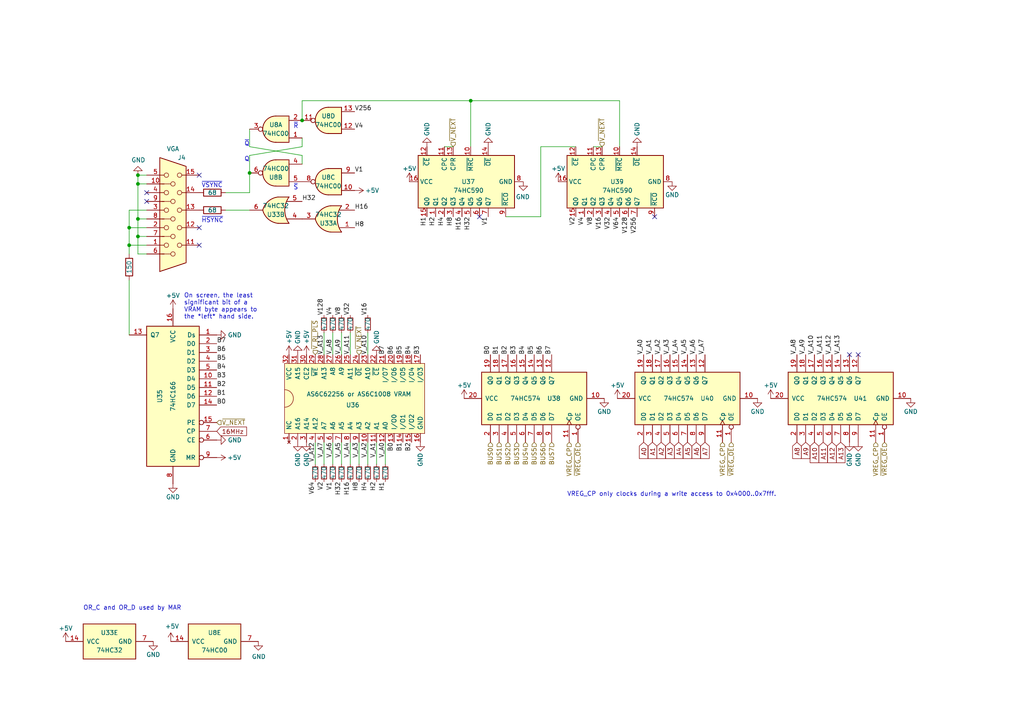
<source format=kicad_sch>
(kicad_sch (version 20211123) (generator eeschema)

  (uuid 58175766-a528-4fb2-ae9f-44f2b527a568)

  (paper "A4")

  (title_block
    (title "VGA Circuit")
    (date "2023-12-11")
    (rev "1.1")
    (comment 2 "creativecommons.org/licenses/by-nc-sa/4.0/")
    (comment 3 "This work is licensed under CC BY-NC-SA 4.0")
    (comment 4 "Author: Carsten Herting (slu4)")
  )

  (lib_symbols
    (symbol "74xx:74HC00" (pin_names (offset 1.016)) (in_bom yes) (on_board yes)
      (property "Reference" "U" (id 0) (at 0 1.27 0)
        (effects (font (size 1.27 1.27)))
      )
      (property "Value" "74HC00" (id 1) (at 0 -1.27 0)
        (effects (font (size 1.27 1.27)))
      )
      (property "Footprint" "" (id 2) (at 0 0 0)
        (effects (font (size 1.27 1.27)) hide)
      )
      (property "Datasheet" "http://www.ti.com/lit/gpn/sn74hc00" (id 3) (at 0 0 0)
        (effects (font (size 1.27 1.27)) hide)
      )
      (property "ki_locked" "" (id 4) (at 0 0 0)
        (effects (font (size 1.27 1.27)))
      )
      (property "ki_keywords" "HCMOS nand 2-input" (id 5) (at 0 0 0)
        (effects (font (size 1.27 1.27)) hide)
      )
      (property "ki_description" "quad 2-input NAND gate" (id 6) (at 0 0 0)
        (effects (font (size 1.27 1.27)) hide)
      )
      (property "ki_fp_filters" "DIP*W7.62mm* SO14*" (id 7) (at 0 0 0)
        (effects (font (size 1.27 1.27)) hide)
      )
      (symbol "74HC00_1_1"
        (arc (start 0 -3.81) (mid 3.81 0) (end 0 3.81)
          (stroke (width 0.254) (type default) (color 0 0 0 0))
          (fill (type background))
        )
        (polyline
          (pts
            (xy 0 3.81)
            (xy -3.81 3.81)
            (xy -3.81 -3.81)
            (xy 0 -3.81)
          )
          (stroke (width 0.254) (type default) (color 0 0 0 0))
          (fill (type background))
        )
        (pin input line (at -7.62 2.54 0) (length 3.81)
          (name "~" (effects (font (size 1.27 1.27))))
          (number "1" (effects (font (size 1.27 1.27))))
        )
        (pin input line (at -7.62 -2.54 0) (length 3.81)
          (name "~" (effects (font (size 1.27 1.27))))
          (number "2" (effects (font (size 1.27 1.27))))
        )
        (pin output inverted (at 7.62 0 180) (length 3.81)
          (name "~" (effects (font (size 1.27 1.27))))
          (number "3" (effects (font (size 1.27 1.27))))
        )
      )
      (symbol "74HC00_1_2"
        (arc (start -3.81 -3.81) (mid -2.589 0) (end -3.81 3.81)
          (stroke (width 0.254) (type default) (color 0 0 0 0))
          (fill (type none))
        )
        (arc (start -0.6096 -3.81) (mid 2.1842 -2.5851) (end 3.81 0)
          (stroke (width 0.254) (type default) (color 0 0 0 0))
          (fill (type background))
        )
        (polyline
          (pts
            (xy -3.81 -3.81)
            (xy -0.635 -3.81)
          )
          (stroke (width 0.254) (type default) (color 0 0 0 0))
          (fill (type background))
        )
        (polyline
          (pts
            (xy -3.81 3.81)
            (xy -0.635 3.81)
          )
          (stroke (width 0.254) (type default) (color 0 0 0 0))
          (fill (type background))
        )
        (polyline
          (pts
            (xy -0.635 3.81)
            (xy -3.81 3.81)
            (xy -3.81 3.81)
            (xy -3.556 3.4036)
            (xy -3.0226 2.2606)
            (xy -2.6924 1.0414)
            (xy -2.6162 -0.254)
            (xy -2.7686 -1.4986)
            (xy -3.175 -2.7178)
            (xy -3.81 -3.81)
            (xy -3.81 -3.81)
            (xy -0.635 -3.81)
          )
          (stroke (width -25.4) (type default) (color 0 0 0 0))
          (fill (type background))
        )
        (arc (start 3.81 0) (mid 2.1915 2.5936) (end -0.6096 3.81)
          (stroke (width 0.254) (type default) (color 0 0 0 0))
          (fill (type background))
        )
        (pin input inverted (at -7.62 2.54 0) (length 4.318)
          (name "~" (effects (font (size 1.27 1.27))))
          (number "1" (effects (font (size 1.27 1.27))))
        )
        (pin input inverted (at -7.62 -2.54 0) (length 4.318)
          (name "~" (effects (font (size 1.27 1.27))))
          (number "2" (effects (font (size 1.27 1.27))))
        )
        (pin output line (at 7.62 0 180) (length 3.81)
          (name "~" (effects (font (size 1.27 1.27))))
          (number "3" (effects (font (size 1.27 1.27))))
        )
      )
      (symbol "74HC00_2_1"
        (arc (start 0 -3.81) (mid 3.81 0) (end 0 3.81)
          (stroke (width 0.254) (type default) (color 0 0 0 0))
          (fill (type background))
        )
        (polyline
          (pts
            (xy 0 3.81)
            (xy -3.81 3.81)
            (xy -3.81 -3.81)
            (xy 0 -3.81)
          )
          (stroke (width 0.254) (type default) (color 0 0 0 0))
          (fill (type background))
        )
        (pin input line (at -7.62 2.54 0) (length 3.81)
          (name "~" (effects (font (size 1.27 1.27))))
          (number "4" (effects (font (size 1.27 1.27))))
        )
        (pin input line (at -7.62 -2.54 0) (length 3.81)
          (name "~" (effects (font (size 1.27 1.27))))
          (number "5" (effects (font (size 1.27 1.27))))
        )
        (pin output inverted (at 7.62 0 180) (length 3.81)
          (name "~" (effects (font (size 1.27 1.27))))
          (number "6" (effects (font (size 1.27 1.27))))
        )
      )
      (symbol "74HC00_2_2"
        (arc (start -3.81 -3.81) (mid -2.589 0) (end -3.81 3.81)
          (stroke (width 0.254) (type default) (color 0 0 0 0))
          (fill (type none))
        )
        (arc (start -0.6096 -3.81) (mid 2.1842 -2.5851) (end 3.81 0)
          (stroke (width 0.254) (type default) (color 0 0 0 0))
          (fill (type background))
        )
        (polyline
          (pts
            (xy -3.81 -3.81)
            (xy -0.635 -3.81)
          )
          (stroke (width 0.254) (type default) (color 0 0 0 0))
          (fill (type background))
        )
        (polyline
          (pts
            (xy -3.81 3.81)
            (xy -0.635 3.81)
          )
          (stroke (width 0.254) (type default) (color 0 0 0 0))
          (fill (type background))
        )
        (polyline
          (pts
            (xy -0.635 3.81)
            (xy -3.81 3.81)
            (xy -3.81 3.81)
            (xy -3.556 3.4036)
            (xy -3.0226 2.2606)
            (xy -2.6924 1.0414)
            (xy -2.6162 -0.254)
            (xy -2.7686 -1.4986)
            (xy -3.175 -2.7178)
            (xy -3.81 -3.81)
            (xy -3.81 -3.81)
            (xy -0.635 -3.81)
          )
          (stroke (width -25.4) (type default) (color 0 0 0 0))
          (fill (type background))
        )
        (arc (start 3.81 0) (mid 2.1915 2.5936) (end -0.6096 3.81)
          (stroke (width 0.254) (type default) (color 0 0 0 0))
          (fill (type background))
        )
        (pin input inverted (at -7.62 2.54 0) (length 4.318)
          (name "~" (effects (font (size 1.27 1.27))))
          (number "4" (effects (font (size 1.27 1.27))))
        )
        (pin input inverted (at -7.62 -2.54 0) (length 4.318)
          (name "~" (effects (font (size 1.27 1.27))))
          (number "5" (effects (font (size 1.27 1.27))))
        )
        (pin output line (at 7.62 0 180) (length 3.81)
          (name "~" (effects (font (size 1.27 1.27))))
          (number "6" (effects (font (size 1.27 1.27))))
        )
      )
      (symbol "74HC00_3_1"
        (arc (start 0 -3.81) (mid 3.81 0) (end 0 3.81)
          (stroke (width 0.254) (type default) (color 0 0 0 0))
          (fill (type background))
        )
        (polyline
          (pts
            (xy 0 3.81)
            (xy -3.81 3.81)
            (xy -3.81 -3.81)
            (xy 0 -3.81)
          )
          (stroke (width 0.254) (type default) (color 0 0 0 0))
          (fill (type background))
        )
        (pin input line (at -7.62 -2.54 0) (length 3.81)
          (name "~" (effects (font (size 1.27 1.27))))
          (number "10" (effects (font (size 1.27 1.27))))
        )
        (pin output inverted (at 7.62 0 180) (length 3.81)
          (name "~" (effects (font (size 1.27 1.27))))
          (number "8" (effects (font (size 1.27 1.27))))
        )
        (pin input line (at -7.62 2.54 0) (length 3.81)
          (name "~" (effects (font (size 1.27 1.27))))
          (number "9" (effects (font (size 1.27 1.27))))
        )
      )
      (symbol "74HC00_3_2"
        (arc (start -3.81 -3.81) (mid -2.589 0) (end -3.81 3.81)
          (stroke (width 0.254) (type default) (color 0 0 0 0))
          (fill (type none))
        )
        (arc (start -0.6096 -3.81) (mid 2.1842 -2.5851) (end 3.81 0)
          (stroke (width 0.254) (type default) (color 0 0 0 0))
          (fill (type background))
        )
        (polyline
          (pts
            (xy -3.81 -3.81)
            (xy -0.635 -3.81)
          )
          (stroke (width 0.254) (type default) (color 0 0 0 0))
          (fill (type background))
        )
        (polyline
          (pts
            (xy -3.81 3.81)
            (xy -0.635 3.81)
          )
          (stroke (width 0.254) (type default) (color 0 0 0 0))
          (fill (type background))
        )
        (polyline
          (pts
            (xy -0.635 3.81)
            (xy -3.81 3.81)
            (xy -3.81 3.81)
            (xy -3.556 3.4036)
            (xy -3.0226 2.2606)
            (xy -2.6924 1.0414)
            (xy -2.6162 -0.254)
            (xy -2.7686 -1.4986)
            (xy -3.175 -2.7178)
            (xy -3.81 -3.81)
            (xy -3.81 -3.81)
            (xy -0.635 -3.81)
          )
          (stroke (width -25.4) (type default) (color 0 0 0 0))
          (fill (type background))
        )
        (arc (start 3.81 0) (mid 2.1915 2.5936) (end -0.6096 3.81)
          (stroke (width 0.254) (type default) (color 0 0 0 0))
          (fill (type background))
        )
        (pin input inverted (at -7.62 -2.54 0) (length 4.318)
          (name "~" (effects (font (size 1.27 1.27))))
          (number "10" (effects (font (size 1.27 1.27))))
        )
        (pin output line (at 7.62 0 180) (length 3.81)
          (name "~" (effects (font (size 1.27 1.27))))
          (number "8" (effects (font (size 1.27 1.27))))
        )
        (pin input inverted (at -7.62 2.54 0) (length 4.318)
          (name "~" (effects (font (size 1.27 1.27))))
          (number "9" (effects (font (size 1.27 1.27))))
        )
      )
      (symbol "74HC00_4_1"
        (arc (start 0 -3.81) (mid 3.81 0) (end 0 3.81)
          (stroke (width 0.254) (type default) (color 0 0 0 0))
          (fill (type background))
        )
        (polyline
          (pts
            (xy 0 3.81)
            (xy -3.81 3.81)
            (xy -3.81 -3.81)
            (xy 0 -3.81)
          )
          (stroke (width 0.254) (type default) (color 0 0 0 0))
          (fill (type background))
        )
        (pin output inverted (at 7.62 0 180) (length 3.81)
          (name "~" (effects (font (size 1.27 1.27))))
          (number "11" (effects (font (size 1.27 1.27))))
        )
        (pin input line (at -7.62 2.54 0) (length 3.81)
          (name "~" (effects (font (size 1.27 1.27))))
          (number "12" (effects (font (size 1.27 1.27))))
        )
        (pin input line (at -7.62 -2.54 0) (length 3.81)
          (name "~" (effects (font (size 1.27 1.27))))
          (number "13" (effects (font (size 1.27 1.27))))
        )
      )
      (symbol "74HC00_4_2"
        (arc (start -3.81 -3.81) (mid -2.589 0) (end -3.81 3.81)
          (stroke (width 0.254) (type default) (color 0 0 0 0))
          (fill (type none))
        )
        (arc (start -0.6096 -3.81) (mid 2.1842 -2.5851) (end 3.81 0)
          (stroke (width 0.254) (type default) (color 0 0 0 0))
          (fill (type background))
        )
        (polyline
          (pts
            (xy -3.81 -3.81)
            (xy -0.635 -3.81)
          )
          (stroke (width 0.254) (type default) (color 0 0 0 0))
          (fill (type background))
        )
        (polyline
          (pts
            (xy -3.81 3.81)
            (xy -0.635 3.81)
          )
          (stroke (width 0.254) (type default) (color 0 0 0 0))
          (fill (type background))
        )
        (polyline
          (pts
            (xy -0.635 3.81)
            (xy -3.81 3.81)
            (xy -3.81 3.81)
            (xy -3.556 3.4036)
            (xy -3.0226 2.2606)
            (xy -2.6924 1.0414)
            (xy -2.6162 -0.254)
            (xy -2.7686 -1.4986)
            (xy -3.175 -2.7178)
            (xy -3.81 -3.81)
            (xy -3.81 -3.81)
            (xy -0.635 -3.81)
          )
          (stroke (width -25.4) (type default) (color 0 0 0 0))
          (fill (type background))
        )
        (arc (start 3.81 0) (mid 2.1915 2.5936) (end -0.6096 3.81)
          (stroke (width 0.254) (type default) (color 0 0 0 0))
          (fill (type background))
        )
        (pin output line (at 7.62 0 180) (length 3.81)
          (name "~" (effects (font (size 1.27 1.27))))
          (number "11" (effects (font (size 1.27 1.27))))
        )
        (pin input inverted (at -7.62 2.54 0) (length 4.318)
          (name "~" (effects (font (size 1.27 1.27))))
          (number "12" (effects (font (size 1.27 1.27))))
        )
        (pin input inverted (at -7.62 -2.54 0) (length 4.318)
          (name "~" (effects (font (size 1.27 1.27))))
          (number "13" (effects (font (size 1.27 1.27))))
        )
      )
      (symbol "74HC00_5_0"
        (pin power_in line (at 0 12.7 270) (length 5.08)
          (name "VCC" (effects (font (size 1.27 1.27))))
          (number "14" (effects (font (size 1.27 1.27))))
        )
        (pin power_in line (at 0 -12.7 90) (length 5.08)
          (name "GND" (effects (font (size 1.27 1.27))))
          (number "7" (effects (font (size 1.27 1.27))))
        )
      )
      (symbol "74HC00_5_1"
        (rectangle (start -5.08 7.62) (end 5.08 -7.62)
          (stroke (width 0.254) (type default) (color 0 0 0 0))
          (fill (type background))
        )
      )
    )
    (symbol "74xx:74HC590" (in_bom yes) (on_board yes)
      (property "Reference" "U" (id 0) (at -7.62 16.51 0)
        (effects (font (size 1.27 1.27)))
      )
      (property "Value" "74HC590" (id 1) (at -7.62 -13.97 0)
        (effects (font (size 1.27 1.27)))
      )
      (property "Footprint" "" (id 2) (at 0 1.27 0)
        (effects (font (size 1.27 1.27)) hide)
      )
      (property "Datasheet" "https://assets.nexperia.com/documents/data-sheet/74HC590.pdf" (id 3) (at 0 1.27 0)
        (effects (font (size 1.27 1.27)) hide)
      )
      (property "ki_keywords" "HCMOS Counter 3State" (id 4) (at 0 0 0)
        (effects (font (size 1.27 1.27)) hide)
      )
      (property "ki_description" "8-bit Binary Counter with Output Register 3-State Outputs, SOIC-16/TSSOP-16" (id 5) (at 0 0 0)
        (effects (font (size 1.27 1.27)) hide)
      )
      (property "ki_fp_filters" "DIP*W7.62mm* SOIC*3.9x9.9mm*P1.27mm* TSSOP*4.4x5mm*P0.65mm* SOIC*5.3x10.2mm*P1.27mm* SOIC*7.5x10.3mm*P1.27mm*" (id 6) (at 0 0 0)
        (effects (font (size 1.27 1.27)) hide)
      )
      (symbol "74HC590_1_0"
        (pin tri_state line (at 10.16 10.16 180) (length 2.54)
          (name "Q1" (effects (font (size 1.27 1.27))))
          (number "1" (effects (font (size 1.27 1.27))))
        )
        (pin input line (at -10.16 0 0) (length 2.54)
          (name "~{MRC}" (effects (font (size 1.27 1.27))))
          (number "10" (effects (font (size 1.27 1.27))))
        )
        (pin input line (at -10.16 7.62 0) (length 2.54)
          (name "CPC" (effects (font (size 1.27 1.27))))
          (number "11" (effects (font (size 1.27 1.27))))
        )
        (pin input line (at -10.16 12.7 0) (length 2.54)
          (name "~{CE}" (effects (font (size 1.27 1.27))))
          (number "12" (effects (font (size 1.27 1.27))))
        )
        (pin input line (at -10.16 5.08 0) (length 2.54)
          (name "CPR" (effects (font (size 1.27 1.27))))
          (number "13" (effects (font (size 1.27 1.27))))
        )
        (pin input line (at -10.16 -5.08 0) (length 2.54)
          (name "~{OE}" (effects (font (size 1.27 1.27))))
          (number "14" (effects (font (size 1.27 1.27))))
        )
        (pin tri_state line (at 10.16 12.7 180) (length 2.54)
          (name "Q0" (effects (font (size 1.27 1.27))))
          (number "15" (effects (font (size 1.27 1.27))))
        )
        (pin power_in line (at 0 17.78 270) (length 2.54)
          (name "VCC" (effects (font (size 1.27 1.27))))
          (number "16" (effects (font (size 1.27 1.27))))
        )
        (pin tri_state line (at 10.16 7.62 180) (length 2.54)
          (name "Q2" (effects (font (size 1.27 1.27))))
          (number "2" (effects (font (size 1.27 1.27))))
        )
        (pin tri_state line (at 10.16 5.08 180) (length 2.54)
          (name "Q3" (effects (font (size 1.27 1.27))))
          (number "3" (effects (font (size 1.27 1.27))))
        )
        (pin tri_state line (at 10.16 2.54 180) (length 2.54)
          (name "Q4" (effects (font (size 1.27 1.27))))
          (number "4" (effects (font (size 1.27 1.27))))
        )
        (pin tri_state line (at 10.16 0 180) (length 2.54)
          (name "Q5" (effects (font (size 1.27 1.27))))
          (number "5" (effects (font (size 1.27 1.27))))
        )
        (pin tri_state line (at 10.16 -2.54 180) (length 2.54)
          (name "Q6" (effects (font (size 1.27 1.27))))
          (number "6" (effects (font (size 1.27 1.27))))
        )
        (pin tri_state line (at 10.16 -5.08 180) (length 2.54)
          (name "Q7" (effects (font (size 1.27 1.27))))
          (number "7" (effects (font (size 1.27 1.27))))
        )
        (pin power_in line (at 0 -15.24 90) (length 2.54)
          (name "GND" (effects (font (size 1.27 1.27))))
          (number "8" (effects (font (size 1.27 1.27))))
        )
        (pin output line (at 10.16 -10.16 180) (length 2.54)
          (name "~{RCO}" (effects (font (size 1.27 1.27))))
          (number "9" (effects (font (size 1.27 1.27))))
        )
      )
      (symbol "74HC590_1_1"
        (rectangle (start -7.62 15.24) (end 7.62 -12.7)
          (stroke (width 0.254) (type default) (color 0 0 0 0))
          (fill (type background))
        )
      )
    )
    (symbol "8-Bit CPU 32k-cache:74HC00" (pin_names (offset 1.016)) (in_bom yes) (on_board yes)
      (property "Reference" "U" (id 0) (at 0 1.27 0)
        (effects (font (size 1.27 1.27)))
      )
      (property "Value" "74HC00" (id 1) (at 0 -1.27 0)
        (effects (font (size 1.27 1.27)))
      )
      (property "Footprint" "" (id 2) (at 0 0 0)
        (effects (font (size 1.27 1.27)) hide)
      )
      (property "Datasheet" "" (id 3) (at 0 0 0)
        (effects (font (size 1.27 1.27)) hide)
      )
      (property "ki_locked" "" (id 4) (at 0 0 0)
        (effects (font (size 1.27 1.27)))
      )
      (property "ki_fp_filters" "DIP*W7.62mm* SO14*" (id 5) (at 0 0 0)
        (effects (font (size 1.27 1.27)) hide)
      )
      (symbol "74HC00_1_1"
        (arc (start 0 -3.81) (mid 3.81 0) (end 0 3.81)
          (stroke (width 0.254) (type default) (color 0 0 0 0))
          (fill (type background))
        )
        (polyline
          (pts
            (xy 0 3.81)
            (xy -3.81 3.81)
            (xy -3.81 -3.81)
            (xy 0 -3.81)
          )
          (stroke (width 0.254) (type default) (color 0 0 0 0))
          (fill (type background))
        )
        (pin input line (at -7.62 2.54 0) (length 3.81)
          (name "~" (effects (font (size 1.27 1.27))))
          (number "1" (effects (font (size 1.27 1.27))))
        )
        (pin input line (at -7.62 -2.54 0) (length 3.81)
          (name "~" (effects (font (size 1.27 1.27))))
          (number "2" (effects (font (size 1.27 1.27))))
        )
        (pin output inverted (at 7.62 0 180) (length 3.81)
          (name "~" (effects (font (size 1.27 1.27))))
          (number "3" (effects (font (size 1.27 1.27))))
        )
      )
      (symbol "74HC00_1_2"
        (arc (start -3.81 -3.81) (mid -2.589 0) (end -3.81 3.81)
          (stroke (width 0.254) (type default) (color 0 0 0 0))
          (fill (type none))
        )
        (arc (start -0.6096 -3.81) (mid 2.1842 -2.5851) (end 3.81 0)
          (stroke (width 0.254) (type default) (color 0 0 0 0))
          (fill (type background))
        )
        (polyline
          (pts
            (xy -3.81 -3.81)
            (xy -0.635 -3.81)
          )
          (stroke (width 0.254) (type default) (color 0 0 0 0))
          (fill (type background))
        )
        (polyline
          (pts
            (xy -3.81 3.81)
            (xy -0.635 3.81)
          )
          (stroke (width 0.254) (type default) (color 0 0 0 0))
          (fill (type background))
        )
        (polyline
          (pts
            (xy -0.635 3.81)
            (xy -3.81 3.81)
            (xy -3.81 3.81)
            (xy -3.556 3.4036)
            (xy -3.0226 2.2606)
            (xy -2.6924 1.0414)
            (xy -2.6162 -0.254)
            (xy -2.7686 -1.4986)
            (xy -3.175 -2.7178)
            (xy -3.81 -3.81)
            (xy -3.81 -3.81)
            (xy -0.635 -3.81)
          )
          (stroke (width -25.4) (type default) (color 0 0 0 0))
          (fill (type background))
        )
        (arc (start 3.81 0) (mid 2.1915 2.5936) (end -0.6096 3.81)
          (stroke (width 0.254) (type default) (color 0 0 0 0))
          (fill (type background))
        )
        (pin input inverted (at -7.62 2.54 0) (length 4.318)
          (name "~" (effects (font (size 1.27 1.27))))
          (number "1" (effects (font (size 1.27 1.27))))
        )
        (pin input inverted (at -7.62 -2.54 0) (length 4.318)
          (name "~" (effects (font (size 1.27 1.27))))
          (number "2" (effects (font (size 1.27 1.27))))
        )
        (pin output line (at 7.62 0 180) (length 3.81)
          (name "~" (effects (font (size 1.27 1.27))))
          (number "3" (effects (font (size 1.27 1.27))))
        )
      )
      (symbol "74HC00_2_1"
        (arc (start 0 -3.81) (mid 3.81 0) (end 0 3.81)
          (stroke (width 0.254) (type default) (color 0 0 0 0))
          (fill (type background))
        )
        (polyline
          (pts
            (xy 0 3.81)
            (xy -3.81 3.81)
            (xy -3.81 -3.81)
            (xy 0 -3.81)
          )
          (stroke (width 0.254) (type default) (color 0 0 0 0))
          (fill (type background))
        )
        (pin input line (at -7.62 2.54 0) (length 3.81)
          (name "~" (effects (font (size 1.27 1.27))))
          (number "4" (effects (font (size 1.27 1.27))))
        )
        (pin input line (at -7.62 -2.54 0) (length 3.81)
          (name "~" (effects (font (size 1.27 1.27))))
          (number "5" (effects (font (size 1.27 1.27))))
        )
        (pin output inverted (at 7.62 0 180) (length 3.81)
          (name "~" (effects (font (size 1.27 1.27))))
          (number "6" (effects (font (size 1.27 1.27))))
        )
      )
      (symbol "74HC00_2_2"
        (arc (start -3.81 -3.81) (mid -2.589 0) (end -3.81 3.81)
          (stroke (width 0.254) (type default) (color 0 0 0 0))
          (fill (type none))
        )
        (arc (start -0.6096 -3.81) (mid 2.1842 -2.5851) (end 3.81 0)
          (stroke (width 0.254) (type default) (color 0 0 0 0))
          (fill (type background))
        )
        (polyline
          (pts
            (xy -3.81 -3.81)
            (xy -0.635 -3.81)
          )
          (stroke (width 0.254) (type default) (color 0 0 0 0))
          (fill (type background))
        )
        (polyline
          (pts
            (xy -3.81 3.81)
            (xy -0.635 3.81)
          )
          (stroke (width 0.254) (type default) (color 0 0 0 0))
          (fill (type background))
        )
        (polyline
          (pts
            (xy -0.635 3.81)
            (xy -3.81 3.81)
            (xy -3.81 3.81)
            (xy -3.556 3.4036)
            (xy -3.0226 2.2606)
            (xy -2.6924 1.0414)
            (xy -2.6162 -0.254)
            (xy -2.7686 -1.4986)
            (xy -3.175 -2.7178)
            (xy -3.81 -3.81)
            (xy -3.81 -3.81)
            (xy -0.635 -3.81)
          )
          (stroke (width -25.4) (type default) (color 0 0 0 0))
          (fill (type background))
        )
        (arc (start 3.81 0) (mid 2.1915 2.5936) (end -0.6096 3.81)
          (stroke (width 0.254) (type default) (color 0 0 0 0))
          (fill (type background))
        )
        (pin input inverted (at -7.62 2.54 0) (length 4.318)
          (name "~" (effects (font (size 1.27 1.27))))
          (number "4" (effects (font (size 1.27 1.27))))
        )
        (pin input inverted (at -7.62 -2.54 0) (length 4.318)
          (name "~" (effects (font (size 1.27 1.27))))
          (number "5" (effects (font (size 1.27 1.27))))
        )
        (pin output line (at 7.62 0 180) (length 3.81)
          (name "~" (effects (font (size 1.27 1.27))))
          (number "6" (effects (font (size 1.27 1.27))))
        )
      )
      (symbol "74HC00_3_1"
        (arc (start 0 -3.81) (mid 3.81 0) (end 0 3.81)
          (stroke (width 0.254) (type default) (color 0 0 0 0))
          (fill (type background))
        )
        (polyline
          (pts
            (xy 0 3.81)
            (xy -3.81 3.81)
            (xy -3.81 -3.81)
            (xy 0 -3.81)
          )
          (stroke (width 0.254) (type default) (color 0 0 0 0))
          (fill (type background))
        )
        (pin input line (at -7.62 -2.54 0) (length 3.81)
          (name "~" (effects (font (size 1.27 1.27))))
          (number "10" (effects (font (size 1.27 1.27))))
        )
        (pin output inverted (at 7.62 0 180) (length 3.81)
          (name "~" (effects (font (size 1.27 1.27))))
          (number "8" (effects (font (size 1.27 1.27))))
        )
        (pin input line (at -7.62 2.54 0) (length 3.81)
          (name "~" (effects (font (size 1.27 1.27))))
          (number "9" (effects (font (size 1.27 1.27))))
        )
      )
      (symbol "74HC00_3_2"
        (arc (start -3.81 -3.81) (mid -2.589 0) (end -3.81 3.81)
          (stroke (width 0.254) (type default) (color 0 0 0 0))
          (fill (type none))
        )
        (arc (start -0.6096 -3.81) (mid 2.1842 -2.5851) (end 3.81 0)
          (stroke (width 0.254) (type default) (color 0 0 0 0))
          (fill (type background))
        )
        (polyline
          (pts
            (xy -3.81 -3.81)
            (xy -0.635 -3.81)
          )
          (stroke (width 0.254) (type default) (color 0 0 0 0))
          (fill (type background))
        )
        (polyline
          (pts
            (xy -3.81 3.81)
            (xy -0.635 3.81)
          )
          (stroke (width 0.254) (type default) (color 0 0 0 0))
          (fill (type background))
        )
        (polyline
          (pts
            (xy -0.635 3.81)
            (xy -3.81 3.81)
            (xy -3.81 3.81)
            (xy -3.556 3.4036)
            (xy -3.0226 2.2606)
            (xy -2.6924 1.0414)
            (xy -2.6162 -0.254)
            (xy -2.7686 -1.4986)
            (xy -3.175 -2.7178)
            (xy -3.81 -3.81)
            (xy -3.81 -3.81)
            (xy -0.635 -3.81)
          )
          (stroke (width -25.4) (type default) (color 0 0 0 0))
          (fill (type background))
        )
        (arc (start 3.81 0) (mid 2.1915 2.5936) (end -0.6096 3.81)
          (stroke (width 0.254) (type default) (color 0 0 0 0))
          (fill (type background))
        )
        (pin input inverted (at -7.62 -2.54 0) (length 4.318)
          (name "~" (effects (font (size 1.27 1.27))))
          (number "10" (effects (font (size 1.27 1.27))))
        )
        (pin output line (at 7.62 0 180) (length 3.81)
          (name "~" (effects (font (size 1.27 1.27))))
          (number "8" (effects (font (size 1.27 1.27))))
        )
        (pin input inverted (at -7.62 2.54 0) (length 4.318)
          (name "~" (effects (font (size 1.27 1.27))))
          (number "9" (effects (font (size 1.27 1.27))))
        )
      )
      (symbol "74HC00_4_1"
        (arc (start 0 -3.81) (mid 3.81 0) (end 0 3.81)
          (stroke (width 0.254) (type default) (color 0 0 0 0))
          (fill (type background))
        )
        (polyline
          (pts
            (xy 0 3.81)
            (xy -3.81 3.81)
            (xy -3.81 -3.81)
            (xy 0 -3.81)
          )
          (stroke (width 0.254) (type default) (color 0 0 0 0))
          (fill (type background))
        )
        (pin output inverted (at 7.62 0 180) (length 3.81)
          (name "~" (effects (font (size 1.27 1.27))))
          (number "11" (effects (font (size 1.27 1.27))))
        )
        (pin input line (at -7.62 2.54 0) (length 3.81)
          (name "~" (effects (font (size 1.27 1.27))))
          (number "12" (effects (font (size 1.27 1.27))))
        )
        (pin input line (at -7.62 -2.54 0) (length 3.81)
          (name "~" (effects (font (size 1.27 1.27))))
          (number "13" (effects (font (size 1.27 1.27))))
        )
      )
      (symbol "74HC00_4_2"
        (arc (start -3.81 -3.81) (mid -2.589 0) (end -3.81 3.81)
          (stroke (width 0.254) (type default) (color 0 0 0 0))
          (fill (type none))
        )
        (arc (start -0.6096 -3.81) (mid 2.1842 -2.5851) (end 3.81 0)
          (stroke (width 0.254) (type default) (color 0 0 0 0))
          (fill (type background))
        )
        (polyline
          (pts
            (xy -3.81 -3.81)
            (xy -0.635 -3.81)
          )
          (stroke (width 0.254) (type default) (color 0 0 0 0))
          (fill (type background))
        )
        (polyline
          (pts
            (xy -3.81 3.81)
            (xy -0.635 3.81)
          )
          (stroke (width 0.254) (type default) (color 0 0 0 0))
          (fill (type background))
        )
        (polyline
          (pts
            (xy -0.635 3.81)
            (xy -3.81 3.81)
            (xy -3.81 3.81)
            (xy -3.556 3.4036)
            (xy -3.0226 2.2606)
            (xy -2.6924 1.0414)
            (xy -2.6162 -0.254)
            (xy -2.7686 -1.4986)
            (xy -3.175 -2.7178)
            (xy -3.81 -3.81)
            (xy -3.81 -3.81)
            (xy -0.635 -3.81)
          )
          (stroke (width -25.4) (type default) (color 0 0 0 0))
          (fill (type background))
        )
        (arc (start 3.81 0) (mid 2.1915 2.5936) (end -0.6096 3.81)
          (stroke (width 0.254) (type default) (color 0 0 0 0))
          (fill (type background))
        )
        (pin output line (at 7.62 0 180) (length 3.81)
          (name "~" (effects (font (size 1.27 1.27))))
          (number "11" (effects (font (size 1.27 1.27))))
        )
        (pin input inverted (at -7.62 2.54 0) (length 4.318)
          (name "~" (effects (font (size 1.27 1.27))))
          (number "12" (effects (font (size 1.27 1.27))))
        )
        (pin input inverted (at -7.62 -2.54 0) (length 4.318)
          (name "~" (effects (font (size 1.27 1.27))))
          (number "13" (effects (font (size 1.27 1.27))))
        )
      )
      (symbol "74HC00_5_0"
        (pin power_in line (at 0 12.7 270) (length 5.08)
          (name "VCC" (effects (font (size 1.27 1.27))))
          (number "14" (effects (font (size 1.27 1.27))))
        )
        (pin power_in line (at 0 -12.7 90) (length 5.08)
          (name "GND" (effects (font (size 1.27 1.27))))
          (number "7" (effects (font (size 1.27 1.27))))
        )
      )
      (symbol "74HC00_5_1"
        (rectangle (start -5.08 7.62) (end 5.08 -7.62)
          (stroke (width 0.254) (type default) (color 0 0 0 0))
          (fill (type background))
        )
      )
    )
    (symbol "8-Bit CPU 32k:74HC166" (pin_names (offset 1.016)) (in_bom yes) (on_board yes)
      (property "Reference" "U" (id 0) (at 2.54 0 90)
        (effects (font (size 1.27 1.27)))
      )
      (property "Value" "74HC166" (id 1) (at -1.27 0 90)
        (effects (font (size 1.27 1.27)))
      )
      (property "Footprint" "" (id 2) (at 0 0 0)
        (effects (font (size 1.27 1.27)) hide)
      )
      (property "Datasheet" "" (id 3) (at 0 -2.54 0)
        (effects (font (size 1.27 1.27)) hide)
      )
      (property "ki_locked" "" (id 4) (at 0 0 0)
        (effects (font (size 1.27 1.27)))
      )
      (property "ki_keywords" "TTL SR SR8" (id 5) (at 0 0 0)
        (effects (font (size 1.27 1.27)) hide)
      )
      (property "ki_description" "Shift Register 8-bit, parallel load" (id 6) (at 0 0 0)
        (effects (font (size 1.27 1.27)) hide)
      )
      (property "ki_fp_filters" "DIP?16*" (id 7) (at 0 0 0)
        (effects (font (size 1.27 1.27)) hide)
      )
      (symbol "74HC166_1_0"
        (pin input line (at -12.7 17.78 0) (length 5.08)
          (name "Ds" (effects (font (size 1.27 1.27))))
          (number "1" (effects (font (size 1.27 1.27))))
        )
        (pin input line (at -12.7 5.08 0) (length 5.08)
          (name "D4" (effects (font (size 1.27 1.27))))
          (number "10" (effects (font (size 1.27 1.27))))
        )
        (pin input line (at -12.7 2.54 0) (length 5.08)
          (name "D5" (effects (font (size 1.27 1.27))))
          (number "11" (effects (font (size 1.27 1.27))))
        )
        (pin input line (at -12.7 0 0) (length 5.08)
          (name "D6" (effects (font (size 1.27 1.27))))
          (number "12" (effects (font (size 1.27 1.27))))
        )
        (pin output line (at 12.7 17.78 180) (length 5.08)
          (name "Q7" (effects (font (size 1.27 1.27))))
          (number "13" (effects (font (size 1.27 1.27))))
        )
        (pin input line (at -12.7 -2.54 0) (length 5.08)
          (name "D7" (effects (font (size 1.27 1.27))))
          (number "14" (effects (font (size 1.27 1.27))))
        )
        (pin input inverted (at -12.7 -7.62 0) (length 5.08)
          (name "PE" (effects (font (size 1.27 1.27))))
          (number "15" (effects (font (size 1.27 1.27))))
        )
        (pin power_in line (at 0 25.4 270) (length 5.08)
          (name "VCC" (effects (font (size 1.27 1.27))))
          (number "16" (effects (font (size 1.27 1.27))))
        )
        (pin input line (at -12.7 15.24 0) (length 5.08)
          (name "D0" (effects (font (size 1.27 1.27))))
          (number "2" (effects (font (size 1.27 1.27))))
        )
        (pin input line (at -12.7 12.7 0) (length 5.08)
          (name "D1" (effects (font (size 1.27 1.27))))
          (number "3" (effects (font (size 1.27 1.27))))
        )
        (pin input line (at -12.7 10.16 0) (length 5.08)
          (name "D2" (effects (font (size 1.27 1.27))))
          (number "4" (effects (font (size 1.27 1.27))))
        )
        (pin input line (at -12.7 7.62 0) (length 5.08)
          (name "D3" (effects (font (size 1.27 1.27))))
          (number "5" (effects (font (size 1.27 1.27))))
        )
        (pin input inverted (at -12.7 -12.7 0) (length 5.08)
          (name "CE" (effects (font (size 1.27 1.27))))
          (number "6" (effects (font (size 1.27 1.27))))
        )
        (pin input line (at -12.7 -10.16 0) (length 5.08)
          (name "CP" (effects (font (size 1.27 1.27))))
          (number "7" (effects (font (size 1.27 1.27))))
        )
        (pin power_in line (at 0 -25.4 90) (length 5.08)
          (name "GND" (effects (font (size 1.27 1.27))))
          (number "8" (effects (font (size 1.27 1.27))))
        )
        (pin input inverted (at -12.7 -17.78 0) (length 5.08)
          (name "MR" (effects (font (size 1.27 1.27))))
          (number "9" (effects (font (size 1.27 1.27))))
        )
      )
      (symbol "74HC166_1_1"
        (rectangle (start -7.62 20.32) (end 7.62 -20.32)
          (stroke (width 0.254) (type default) (color 0 0 0 0))
          (fill (type background))
        )
      )
    )
    (symbol "8-Bit CPU 32k:74HC32" (pin_names (offset 1.016)) (in_bom yes) (on_board yes)
      (property "Reference" "U" (id 0) (at 0 1.27 0)
        (effects (font (size 1.27 1.27)))
      )
      (property "Value" "74HC32" (id 1) (at 0 -1.27 0)
        (effects (font (size 1.27 1.27)))
      )
      (property "Footprint" "" (id 2) (at 0 0 0)
        (effects (font (size 1.27 1.27)) hide)
      )
      (property "Datasheet" "http://www.ti.com/lit/gpn/sn74LS32" (id 3) (at 0 0 0)
        (effects (font (size 1.27 1.27)) hide)
      )
      (property "ki_locked" "" (id 4) (at 0 0 0)
        (effects (font (size 1.27 1.27)))
      )
      (property "ki_keywords" "TTL Or2" (id 5) (at 0 0 0)
        (effects (font (size 1.27 1.27)) hide)
      )
      (property "ki_description" "Quad 2-input OR" (id 6) (at 0 0 0)
        (effects (font (size 1.27 1.27)) hide)
      )
      (property "ki_fp_filters" "DIP?14*" (id 7) (at 0 0 0)
        (effects (font (size 1.27 1.27)) hide)
      )
      (symbol "74HC32_1_1"
        (arc (start -3.81 -3.81) (mid -2.589 0) (end -3.81 3.81)
          (stroke (width 0.254) (type default) (color 0 0 0 0))
          (fill (type none))
        )
        (arc (start -0.6096 -3.81) (mid 2.1842 -2.5851) (end 3.81 0)
          (stroke (width 0.254) (type default) (color 0 0 0 0))
          (fill (type background))
        )
        (polyline
          (pts
            (xy -3.81 -3.81)
            (xy -0.635 -3.81)
          )
          (stroke (width 0.254) (type default) (color 0 0 0 0))
          (fill (type background))
        )
        (polyline
          (pts
            (xy -3.81 3.81)
            (xy -0.635 3.81)
          )
          (stroke (width 0.254) (type default) (color 0 0 0 0))
          (fill (type background))
        )
        (polyline
          (pts
            (xy -0.635 3.81)
            (xy -3.81 3.81)
            (xy -3.81 3.81)
            (xy -3.556 3.4036)
            (xy -3.0226 2.2606)
            (xy -2.6924 1.0414)
            (xy -2.6162 -0.254)
            (xy -2.7686 -1.4986)
            (xy -3.175 -2.7178)
            (xy -3.81 -3.81)
            (xy -3.81 -3.81)
            (xy -0.635 -3.81)
          )
          (stroke (width -25.4) (type default) (color 0 0 0 0))
          (fill (type background))
        )
        (arc (start 3.81 0) (mid 2.1915 2.5936) (end -0.6096 3.81)
          (stroke (width 0.254) (type default) (color 0 0 0 0))
          (fill (type background))
        )
        (pin input line (at -7.62 2.54 0) (length 4.318)
          (name "~" (effects (font (size 1.27 1.27))))
          (number "1" (effects (font (size 1.27 1.27))))
        )
        (pin input line (at -7.62 -2.54 0) (length 4.318)
          (name "~" (effects (font (size 1.27 1.27))))
          (number "2" (effects (font (size 1.27 1.27))))
        )
        (pin output line (at 7.62 0 180) (length 3.81)
          (name "~" (effects (font (size 1.27 1.27))))
          (number "3" (effects (font (size 1.27 1.27))))
        )
      )
      (symbol "74HC32_1_2"
        (arc (start 0 -3.81) (mid 3.81 0) (end 0 3.81)
          (stroke (width 0.254) (type default) (color 0 0 0 0))
          (fill (type background))
        )
        (polyline
          (pts
            (xy 0 3.81)
            (xy -3.81 3.81)
            (xy -3.81 -3.81)
            (xy 0 -3.81)
          )
          (stroke (width 0.254) (type default) (color 0 0 0 0))
          (fill (type background))
        )
        (pin input inverted (at -7.62 2.54 0) (length 3.81)
          (name "~" (effects (font (size 1.27 1.27))))
          (number "1" (effects (font (size 1.27 1.27))))
        )
        (pin input inverted (at -7.62 -2.54 0) (length 3.81)
          (name "~" (effects (font (size 1.27 1.27))))
          (number "2" (effects (font (size 1.27 1.27))))
        )
        (pin output inverted (at 7.62 0 180) (length 3.81)
          (name "~" (effects (font (size 1.27 1.27))))
          (number "3" (effects (font (size 1.27 1.27))))
        )
      )
      (symbol "74HC32_2_1"
        (arc (start -3.81 -3.81) (mid -2.589 0) (end -3.81 3.81)
          (stroke (width 0.254) (type default) (color 0 0 0 0))
          (fill (type none))
        )
        (arc (start -0.6096 -3.81) (mid 2.1842 -2.5851) (end 3.81 0)
          (stroke (width 0.254) (type default) (color 0 0 0 0))
          (fill (type background))
        )
        (polyline
          (pts
            (xy -3.81 -3.81)
            (xy -0.635 -3.81)
          )
          (stroke (width 0.254) (type default) (color 0 0 0 0))
          (fill (type background))
        )
        (polyline
          (pts
            (xy -3.81 3.81)
            (xy -0.635 3.81)
          )
          (stroke (width 0.254) (type default) (color 0 0 0 0))
          (fill (type background))
        )
        (polyline
          (pts
            (xy -0.635 3.81)
            (xy -3.81 3.81)
            (xy -3.81 3.81)
            (xy -3.556 3.4036)
            (xy -3.0226 2.2606)
            (xy -2.6924 1.0414)
            (xy -2.6162 -0.254)
            (xy -2.7686 -1.4986)
            (xy -3.175 -2.7178)
            (xy -3.81 -3.81)
            (xy -3.81 -3.81)
            (xy -0.635 -3.81)
          )
          (stroke (width -25.4) (type default) (color 0 0 0 0))
          (fill (type background))
        )
        (arc (start 3.81 0) (mid 2.1915 2.5936) (end -0.6096 3.81)
          (stroke (width 0.254) (type default) (color 0 0 0 0))
          (fill (type background))
        )
        (pin input line (at -7.62 2.54 0) (length 4.318)
          (name "~" (effects (font (size 1.27 1.27))))
          (number "4" (effects (font (size 1.27 1.27))))
        )
        (pin input line (at -7.62 -2.54 0) (length 4.318)
          (name "~" (effects (font (size 1.27 1.27))))
          (number "5" (effects (font (size 1.27 1.27))))
        )
        (pin output line (at 7.62 0 180) (length 3.81)
          (name "~" (effects (font (size 1.27 1.27))))
          (number "6" (effects (font (size 1.27 1.27))))
        )
      )
      (symbol "74HC32_2_2"
        (arc (start 0 -3.81) (mid 3.81 0) (end 0 3.81)
          (stroke (width 0.254) (type default) (color 0 0 0 0))
          (fill (type background))
        )
        (polyline
          (pts
            (xy 0 3.81)
            (xy -3.81 3.81)
            (xy -3.81 -3.81)
            (xy 0 -3.81)
          )
          (stroke (width 0.254) (type default) (color 0 0 0 0))
          (fill (type background))
        )
        (pin input inverted (at -7.62 2.54 0) (length 3.81)
          (name "~" (effects (font (size 1.27 1.27))))
          (number "4" (effects (font (size 1.27 1.27))))
        )
        (pin input inverted (at -7.62 -2.54 0) (length 3.81)
          (name "~" (effects (font (size 1.27 1.27))))
          (number "5" (effects (font (size 1.27 1.27))))
        )
        (pin output inverted (at 7.62 0 180) (length 3.81)
          (name "~" (effects (font (size 1.27 1.27))))
          (number "6" (effects (font (size 1.27 1.27))))
        )
      )
      (symbol "74HC32_3_1"
        (arc (start -3.81 -3.81) (mid -2.589 0) (end -3.81 3.81)
          (stroke (width 0.254) (type default) (color 0 0 0 0))
          (fill (type none))
        )
        (arc (start -0.6096 -3.81) (mid 2.1842 -2.5851) (end 3.81 0)
          (stroke (width 0.254) (type default) (color 0 0 0 0))
          (fill (type background))
        )
        (polyline
          (pts
            (xy -3.81 -3.81)
            (xy -0.635 -3.81)
          )
          (stroke (width 0.254) (type default) (color 0 0 0 0))
          (fill (type background))
        )
        (polyline
          (pts
            (xy -3.81 3.81)
            (xy -0.635 3.81)
          )
          (stroke (width 0.254) (type default) (color 0 0 0 0))
          (fill (type background))
        )
        (polyline
          (pts
            (xy -0.635 3.81)
            (xy -3.81 3.81)
            (xy -3.81 3.81)
            (xy -3.556 3.4036)
            (xy -3.0226 2.2606)
            (xy -2.6924 1.0414)
            (xy -2.6162 -0.254)
            (xy -2.7686 -1.4986)
            (xy -3.175 -2.7178)
            (xy -3.81 -3.81)
            (xy -3.81 -3.81)
            (xy -0.635 -3.81)
          )
          (stroke (width -25.4) (type default) (color 0 0 0 0))
          (fill (type background))
        )
        (arc (start 3.81 0) (mid 2.1915 2.5936) (end -0.6096 3.81)
          (stroke (width 0.254) (type default) (color 0 0 0 0))
          (fill (type background))
        )
        (pin input line (at -7.62 -2.54 0) (length 4.318)
          (name "~" (effects (font (size 1.27 1.27))))
          (number "10" (effects (font (size 1.27 1.27))))
        )
        (pin output line (at 7.62 0 180) (length 3.81)
          (name "~" (effects (font (size 1.27 1.27))))
          (number "8" (effects (font (size 1.27 1.27))))
        )
        (pin input line (at -7.62 2.54 0) (length 4.318)
          (name "~" (effects (font (size 1.27 1.27))))
          (number "9" (effects (font (size 1.27 1.27))))
        )
      )
      (symbol "74HC32_3_2"
        (arc (start 0 -3.81) (mid 3.81 0) (end 0 3.81)
          (stroke (width 0.254) (type default) (color 0 0 0 0))
          (fill (type background))
        )
        (polyline
          (pts
            (xy 0 3.81)
            (xy -3.81 3.81)
            (xy -3.81 -3.81)
            (xy 0 -3.81)
          )
          (stroke (width 0.254) (type default) (color 0 0 0 0))
          (fill (type background))
        )
        (pin input inverted (at -7.62 -2.54 0) (length 3.81)
          (name "~" (effects (font (size 1.27 1.27))))
          (number "10" (effects (font (size 1.27 1.27))))
        )
        (pin output inverted (at 7.62 0 180) (length 3.81)
          (name "~" (effects (font (size 1.27 1.27))))
          (number "8" (effects (font (size 1.27 1.27))))
        )
        (pin input inverted (at -7.62 2.54 0) (length 3.81)
          (name "~" (effects (font (size 1.27 1.27))))
          (number "9" (effects (font (size 1.27 1.27))))
        )
      )
      (symbol "74HC32_4_1"
        (arc (start -3.81 -3.81) (mid -2.589 0) (end -3.81 3.81)
          (stroke (width 0.254) (type default) (color 0 0 0 0))
          (fill (type none))
        )
        (arc (start -0.6096 -3.81) (mid 2.1842 -2.5851) (end 3.81 0)
          (stroke (width 0.254) (type default) (color 0 0 0 0))
          (fill (type background))
        )
        (polyline
          (pts
            (xy -3.81 -3.81)
            (xy -0.635 -3.81)
          )
          (stroke (width 0.254) (type default) (color 0 0 0 0))
          (fill (type background))
        )
        (polyline
          (pts
            (xy -3.81 3.81)
            (xy -0.635 3.81)
          )
          (stroke (width 0.254) (type default) (color 0 0 0 0))
          (fill (type background))
        )
        (polyline
          (pts
            (xy -0.635 3.81)
            (xy -3.81 3.81)
            (xy -3.81 3.81)
            (xy -3.556 3.4036)
            (xy -3.0226 2.2606)
            (xy -2.6924 1.0414)
            (xy -2.6162 -0.254)
            (xy -2.7686 -1.4986)
            (xy -3.175 -2.7178)
            (xy -3.81 -3.81)
            (xy -3.81 -3.81)
            (xy -0.635 -3.81)
          )
          (stroke (width -25.4) (type default) (color 0 0 0 0))
          (fill (type background))
        )
        (arc (start 3.81 0) (mid 2.1915 2.5936) (end -0.6096 3.81)
          (stroke (width 0.254) (type default) (color 0 0 0 0))
          (fill (type background))
        )
        (pin output line (at 7.62 0 180) (length 3.81)
          (name "~" (effects (font (size 1.27 1.27))))
          (number "11" (effects (font (size 1.27 1.27))))
        )
        (pin input line (at -7.62 2.54 0) (length 4.318)
          (name "~" (effects (font (size 1.27 1.27))))
          (number "12" (effects (font (size 1.27 1.27))))
        )
        (pin input line (at -7.62 -2.54 0) (length 4.318)
          (name "~" (effects (font (size 1.27 1.27))))
          (number "13" (effects (font (size 1.27 1.27))))
        )
      )
      (symbol "74HC32_4_2"
        (arc (start 0 -3.81) (mid 3.81 0) (end 0 3.81)
          (stroke (width 0.254) (type default) (color 0 0 0 0))
          (fill (type background))
        )
        (polyline
          (pts
            (xy 0 3.81)
            (xy -3.81 3.81)
            (xy -3.81 -3.81)
            (xy 0 -3.81)
          )
          (stroke (width 0.254) (type default) (color 0 0 0 0))
          (fill (type background))
        )
        (pin output inverted (at 7.62 0 180) (length 3.81)
          (name "~" (effects (font (size 1.27 1.27))))
          (number "11" (effects (font (size 1.27 1.27))))
        )
        (pin input inverted (at -7.62 2.54 0) (length 3.81)
          (name "~" (effects (font (size 1.27 1.27))))
          (number "12" (effects (font (size 1.27 1.27))))
        )
        (pin input inverted (at -7.62 -2.54 0) (length 3.81)
          (name "~" (effects (font (size 1.27 1.27))))
          (number "13" (effects (font (size 1.27 1.27))))
        )
      )
      (symbol "74HC32_5_0"
        (pin power_in line (at 0 12.7 270) (length 5.08)
          (name "VCC" (effects (font (size 1.27 1.27))))
          (number "14" (effects (font (size 1.27 1.27))))
        )
        (pin power_in line (at 0 -12.7 90) (length 5.08)
          (name "GND" (effects (font (size 1.27 1.27))))
          (number "7" (effects (font (size 1.27 1.27))))
        )
      )
      (symbol "74HC32_5_1"
        (rectangle (start -5.08 7.62) (end 5.08 -7.62)
          (stroke (width 0.254) (type default) (color 0 0 0 0))
          (fill (type background))
        )
      )
    )
    (symbol "8-Bit CPU 32k:74HC574" (pin_names (offset 1.016)) (in_bom yes) (on_board yes)
      (property "Reference" "U" (id 0) (at -7.62 16.51 0)
        (effects (font (size 1.27 1.27)))
      )
      (property "Value" "74HC574" (id 1) (at -7.62 -16.51 0)
        (effects (font (size 1.27 1.27)))
      )
      (property "Footprint" "" (id 2) (at 0 0 0)
        (effects (font (size 1.27 1.27)) hide)
      )
      (property "Datasheet" "http://www.ti.com/lit/gpn/sn74LS574" (id 3) (at 0 0 0)
        (effects (font (size 1.27 1.27)) hide)
      )
      (property "ki_locked" "" (id 4) (at 0 0 0)
        (effects (font (size 1.27 1.27)))
      )
      (property "ki_keywords" "TTL REG DFF DFF8 3State" (id 5) (at 0 0 0)
        (effects (font (size 1.27 1.27)) hide)
      )
      (property "ki_description" "8-bit Register, 3-state outputs" (id 6) (at 0 0 0)
        (effects (font (size 1.27 1.27)) hide)
      )
      (property "ki_fp_filters" "DIP?20*" (id 7) (at 0 0 0)
        (effects (font (size 1.27 1.27)) hide)
      )
      (symbol "74HC574_1_0"
        (pin input inverted (at -12.7 -12.7 0) (length 5.08)
          (name "OE" (effects (font (size 1.27 1.27))))
          (number "1" (effects (font (size 1.27 1.27))))
        )
        (pin power_in line (at 0 -20.32 90) (length 5.08)
          (name "GND" (effects (font (size 1.27 1.27))))
          (number "10" (effects (font (size 1.27 1.27))))
        )
        (pin input clock (at -12.7 -10.16 0) (length 5.08)
          (name "Cp" (effects (font (size 1.27 1.27))))
          (number "11" (effects (font (size 1.27 1.27))))
        )
        (pin tri_state line (at 12.7 -5.08 180) (length 5.08)
          (name "Q7" (effects (font (size 1.27 1.27))))
          (number "12" (effects (font (size 1.27 1.27))))
        )
        (pin tri_state line (at 12.7 -2.54 180) (length 5.08)
          (name "Q6" (effects (font (size 1.27 1.27))))
          (number "13" (effects (font (size 1.27 1.27))))
        )
        (pin tri_state line (at 12.7 0 180) (length 5.08)
          (name "Q5" (effects (font (size 1.27 1.27))))
          (number "14" (effects (font (size 1.27 1.27))))
        )
        (pin tri_state line (at 12.7 2.54 180) (length 5.08)
          (name "Q4" (effects (font (size 1.27 1.27))))
          (number "15" (effects (font (size 1.27 1.27))))
        )
        (pin tri_state line (at 12.7 5.08 180) (length 5.08)
          (name "Q3" (effects (font (size 1.27 1.27))))
          (number "16" (effects (font (size 1.27 1.27))))
        )
        (pin tri_state line (at 12.7 7.62 180) (length 5.08)
          (name "Q2" (effects (font (size 1.27 1.27))))
          (number "17" (effects (font (size 1.27 1.27))))
        )
        (pin tri_state line (at 12.7 10.16 180) (length 5.08)
          (name "Q1" (effects (font (size 1.27 1.27))))
          (number "18" (effects (font (size 1.27 1.27))))
        )
        (pin tri_state line (at 12.7 12.7 180) (length 5.08)
          (name "Q0" (effects (font (size 1.27 1.27))))
          (number "19" (effects (font (size 1.27 1.27))))
        )
        (pin input line (at -12.7 12.7 0) (length 5.08)
          (name "D0" (effects (font (size 1.27 1.27))))
          (number "2" (effects (font (size 1.27 1.27))))
        )
        (pin power_in line (at 0 20.32 270) (length 5.08)
          (name "VCC" (effects (font (size 1.27 1.27))))
          (number "20" (effects (font (size 1.27 1.27))))
        )
        (pin input line (at -12.7 10.16 0) (length 5.08)
          (name "D1" (effects (font (size 1.27 1.27))))
          (number "3" (effects (font (size 1.27 1.27))))
        )
        (pin input line (at -12.7 7.62 0) (length 5.08)
          (name "D2" (effects (font (size 1.27 1.27))))
          (number "4" (effects (font (size 1.27 1.27))))
        )
        (pin input line (at -12.7 5.08 0) (length 5.08)
          (name "D3" (effects (font (size 1.27 1.27))))
          (number "5" (effects (font (size 1.27 1.27))))
        )
        (pin input line (at -12.7 2.54 0) (length 5.08)
          (name "D4" (effects (font (size 1.27 1.27))))
          (number "6" (effects (font (size 1.27 1.27))))
        )
        (pin input line (at -12.7 0 0) (length 5.08)
          (name "D5" (effects (font (size 1.27 1.27))))
          (number "7" (effects (font (size 1.27 1.27))))
        )
        (pin input line (at -12.7 -2.54 0) (length 5.08)
          (name "D6" (effects (font (size 1.27 1.27))))
          (number "8" (effects (font (size 1.27 1.27))))
        )
        (pin input line (at -12.7 -5.08 0) (length 5.08)
          (name "D7" (effects (font (size 1.27 1.27))))
          (number "9" (effects (font (size 1.27 1.27))))
        )
      )
      (symbol "74HC574_1_1"
        (rectangle (start -7.62 15.24) (end 7.62 -15.24)
          (stroke (width 0.254) (type default) (color 0 0 0 0))
          (fill (type background))
        )
      )
    )
    (symbol "8-Bit CPU 32k:AS6C1008" (pin_names (offset 1.016)) (in_bom yes) (on_board yes)
      (property "Reference" "U" (id 0) (at -1.27 2.54 90)
        (effects (font (size 1.27 1.27)))
      )
      (property "Value" "AS6C1008" (id 1) (at 2.54 2.54 90)
        (effects (font (size 1.27 1.27)))
      )
      (property "Footprint" "" (id 2) (at 0 0 0)
        (effects (font (size 1.27 1.27)) hide)
      )
      (property "Datasheet" "" (id 3) (at 0 0 0)
        (effects (font (size 1.27 1.27)) hide)
      )
      (symbol "AS6C1008_0_1"
        (rectangle (start -10.16 24.13) (end 10.16 -16.51)
          (stroke (width 0) (type default) (color 0 0 0 0))
          (fill (type background))
        )
        (arc (start -2.54 24.13) (mid 0 21.59) (end 2.54 24.13)
          (stroke (width 0) (type default) (color 0 0 0 0))
          (fill (type none))
        )
      )
      (symbol "AS6C1008_1_1"
        (pin no_connect line (at -12.7 22.86 0) (length 2.54)
          (name "NC" (effects (font (size 1.27 1.27))))
          (number "1" (effects (font (size 1.27 1.27))))
        )
        (pin input line (at -12.7 0 0) (length 2.54)
          (name "A2" (effects (font (size 1.27 1.27))))
          (number "10" (effects (font (size 1.27 1.27))))
        )
        (pin input line (at -12.7 -2.54 0) (length 2.54)
          (name "A1" (effects (font (size 1.27 1.27))))
          (number "11" (effects (font (size 1.27 1.27))))
        )
        (pin input line (at -12.7 -5.08 0) (length 2.54)
          (name "A0" (effects (font (size 1.27 1.27))))
          (number "12" (effects (font (size 1.27 1.27))))
        )
        (pin bidirectional line (at -12.7 -7.62 0) (length 2.54)
          (name "I/O0" (effects (font (size 1.27 1.27))))
          (number "13" (effects (font (size 1.27 1.27))))
        )
        (pin bidirectional line (at -12.7 -10.16 0) (length 2.54)
          (name "I/O1" (effects (font (size 1.27 1.27))))
          (number "14" (effects (font (size 1.27 1.27))))
        )
        (pin bidirectional line (at -12.7 -12.7 0) (length 2.54)
          (name "I/O2" (effects (font (size 1.27 1.27))))
          (number "15" (effects (font (size 1.27 1.27))))
        )
        (pin power_in line (at -12.7 -15.24 0) (length 2.54)
          (name "GND" (effects (font (size 1.27 1.27))))
          (number "16" (effects (font (size 1.27 1.27))))
        )
        (pin bidirectional line (at 12.7 -15.24 180) (length 2.54)
          (name "I/O3" (effects (font (size 1.27 1.27))))
          (number "17" (effects (font (size 1.27 1.27))))
        )
        (pin bidirectional line (at 12.7 -12.7 180) (length 2.54)
          (name "I/O4" (effects (font (size 1.27 1.27))))
          (number "18" (effects (font (size 1.27 1.27))))
        )
        (pin bidirectional line (at 12.7 -10.16 180) (length 2.54)
          (name "I/O5" (effects (font (size 1.27 1.27))))
          (number "19" (effects (font (size 1.27 1.27))))
        )
        (pin input line (at -12.7 20.32 0) (length 2.54)
          (name "A16" (effects (font (size 1.27 1.27))))
          (number "2" (effects (font (size 1.27 1.27))))
        )
        (pin bidirectional line (at 12.7 -7.62 180) (length 2.54)
          (name "I/O6" (effects (font (size 1.27 1.27))))
          (number "20" (effects (font (size 1.27 1.27))))
        )
        (pin bidirectional line (at 12.7 -5.08 180) (length 2.54)
          (name "I/O7" (effects (font (size 1.27 1.27))))
          (number "21" (effects (font (size 1.27 1.27))))
        )
        (pin input line (at 12.7 -2.54 180) (length 2.54)
          (name "~{CE}" (effects (font (size 1.27 1.27))))
          (number "22" (effects (font (size 1.27 1.27))))
        )
        (pin input line (at 12.7 0 180) (length 2.54)
          (name "A10" (effects (font (size 1.27 1.27))))
          (number "23" (effects (font (size 1.27 1.27))))
        )
        (pin input line (at 12.7 2.54 180) (length 2.54)
          (name "~{OE}" (effects (font (size 1.27 1.27))))
          (number "24" (effects (font (size 1.27 1.27))))
        )
        (pin input line (at 12.7 5.08 180) (length 2.54)
          (name "A11" (effects (font (size 1.27 1.27))))
          (number "25" (effects (font (size 1.27 1.27))))
        )
        (pin input line (at 12.7 7.62 180) (length 2.54)
          (name "A9" (effects (font (size 1.27 1.27))))
          (number "26" (effects (font (size 1.27 1.27))))
        )
        (pin input line (at 12.7 10.16 180) (length 2.54)
          (name "A8" (effects (font (size 1.27 1.27))))
          (number "27" (effects (font (size 1.27 1.27))))
        )
        (pin input line (at 12.7 12.7 180) (length 2.54)
          (name "A13" (effects (font (size 1.27 1.27))))
          (number "28" (effects (font (size 1.27 1.27))))
        )
        (pin input line (at 12.7 15.24 180) (length 2.54)
          (name "~{WE}" (effects (font (size 1.27 1.27))))
          (number "29" (effects (font (size 1.27 1.27))))
        )
        (pin input line (at -12.7 17.78 0) (length 2.54)
          (name "A14" (effects (font (size 1.27 1.27))))
          (number "3" (effects (font (size 1.27 1.27))))
        )
        (pin input line (at 12.7 17.78 180) (length 2.54)
          (name "CE2" (effects (font (size 1.27 1.27))))
          (number "30" (effects (font (size 1.27 1.27))))
        )
        (pin input line (at 12.7 20.32 180) (length 2.54)
          (name "A15" (effects (font (size 1.27 1.27))))
          (number "31" (effects (font (size 1.27 1.27))))
        )
        (pin power_in line (at 12.7 22.86 180) (length 2.54)
          (name "VCC" (effects (font (size 1.27 1.27))))
          (number "32" (effects (font (size 1.27 1.27))))
        )
        (pin input line (at -12.7 15.24 0) (length 2.54)
          (name "A12" (effects (font (size 1.27 1.27))))
          (number "4" (effects (font (size 1.27 1.27))))
        )
        (pin input line (at -12.7 12.7 0) (length 2.54)
          (name "A7" (effects (font (size 1.27 1.27))))
          (number "5" (effects (font (size 1.27 1.27))))
        )
        (pin input line (at -12.7 10.16 0) (length 2.54)
          (name "A6" (effects (font (size 1.27 1.27))))
          (number "6" (effects (font (size 1.27 1.27))))
        )
        (pin input line (at -12.7 7.62 0) (length 2.54)
          (name "A5" (effects (font (size 1.27 1.27))))
          (number "7" (effects (font (size 1.27 1.27))))
        )
        (pin input line (at -12.7 5.08 0) (length 2.54)
          (name "A4" (effects (font (size 1.27 1.27))))
          (number "8" (effects (font (size 1.27 1.27))))
        )
        (pin input line (at -12.7 2.54 0) (length 2.54)
          (name "A3" (effects (font (size 1.27 1.27))))
          (number "9" (effects (font (size 1.27 1.27))))
        )
      )
    )
    (symbol "Connector:DB15_Female_HighDensity" (pin_names (offset 1.016) hide) (in_bom yes) (on_board yes)
      (property "Reference" "J" (id 0) (at 0 21.59 0)
        (effects (font (size 1.27 1.27)))
      )
      (property "Value" "DB15_Female_HighDensity" (id 1) (at 0 19.05 0)
        (effects (font (size 1.27 1.27)))
      )
      (property "Footprint" "" (id 2) (at -24.13 10.16 0)
        (effects (font (size 1.27 1.27)) hide)
      )
      (property "Datasheet" " ~" (id 3) (at -24.13 10.16 0)
        (effects (font (size 1.27 1.27)) hide)
      )
      (property "ki_keywords" "connector db15 VGA female D-SUB" (id 4) (at 0 0 0)
        (effects (font (size 1.27 1.27)) hide)
      )
      (property "ki_description" "15-pin female D-SUB connector, High density (3 columns), Triple Row, Generic, VGA-connector" (id 5) (at 0 0 0)
        (effects (font (size 1.27 1.27)) hide)
      )
      (property "ki_fp_filters" "DSUB*Female*" (id 6) (at 0 0 0)
        (effects (font (size 1.27 1.27)) hide)
      )
      (symbol "DB15_Female_HighDensity_0_1"
        (circle (center -1.905 -10.16) (radius 0.635)
          (stroke (width 0) (type default) (color 0 0 0 0))
          (fill (type none))
        )
        (circle (center -1.905 -5.08) (radius 0.635)
          (stroke (width 0) (type default) (color 0 0 0 0))
          (fill (type none))
        )
        (circle (center -1.905 0) (radius 0.635)
          (stroke (width 0) (type default) (color 0 0 0 0))
          (fill (type none))
        )
        (circle (center -1.905 5.08) (radius 0.635)
          (stroke (width 0) (type default) (color 0 0 0 0))
          (fill (type none))
        )
        (circle (center -1.905 10.16) (radius 0.635)
          (stroke (width 0) (type default) (color 0 0 0 0))
          (fill (type none))
        )
        (circle (center 0 -7.62) (radius 0.635)
          (stroke (width 0) (type default) (color 0 0 0 0))
          (fill (type none))
        )
        (circle (center 0 -2.54) (radius 0.635)
          (stroke (width 0) (type default) (color 0 0 0 0))
          (fill (type none))
        )
        (polyline
          (pts
            (xy -3.175 7.62)
            (xy -0.635 7.62)
          )
          (stroke (width 0) (type default) (color 0 0 0 0))
          (fill (type none))
        )
        (polyline
          (pts
            (xy -0.635 -7.62)
            (xy -3.175 -7.62)
          )
          (stroke (width 0) (type default) (color 0 0 0 0))
          (fill (type none))
        )
        (polyline
          (pts
            (xy -0.635 -2.54)
            (xy -3.175 -2.54)
          )
          (stroke (width 0) (type default) (color 0 0 0 0))
          (fill (type none))
        )
        (polyline
          (pts
            (xy -0.635 2.54)
            (xy -3.175 2.54)
          )
          (stroke (width 0) (type default) (color 0 0 0 0))
          (fill (type none))
        )
        (polyline
          (pts
            (xy -0.635 12.7)
            (xy -3.175 12.7)
          )
          (stroke (width 0) (type default) (color 0 0 0 0))
          (fill (type none))
        )
        (polyline
          (pts
            (xy -3.81 17.78)
            (xy -3.81 -15.24)
            (xy 3.81 -12.7)
            (xy 3.81 15.24)
            (xy -3.81 17.78)
          )
          (stroke (width 0.254) (type default) (color 0 0 0 0))
          (fill (type background))
        )
        (circle (center 0 2.54) (radius 0.635)
          (stroke (width 0) (type default) (color 0 0 0 0))
          (fill (type none))
        )
        (circle (center 0 7.62) (radius 0.635)
          (stroke (width 0) (type default) (color 0 0 0 0))
          (fill (type none))
        )
        (circle (center 0 12.7) (radius 0.635)
          (stroke (width 0) (type default) (color 0 0 0 0))
          (fill (type none))
        )
        (circle (center 1.905 -10.16) (radius 0.635)
          (stroke (width 0) (type default) (color 0 0 0 0))
          (fill (type none))
        )
        (circle (center 1.905 -5.08) (radius 0.635)
          (stroke (width 0) (type default) (color 0 0 0 0))
          (fill (type none))
        )
        (circle (center 1.905 0) (radius 0.635)
          (stroke (width 0) (type default) (color 0 0 0 0))
          (fill (type none))
        )
        (circle (center 1.905 5.08) (radius 0.635)
          (stroke (width 0) (type default) (color 0 0 0 0))
          (fill (type none))
        )
        (circle (center 1.905 10.16) (radius 0.635)
          (stroke (width 0) (type default) (color 0 0 0 0))
          (fill (type none))
        )
      )
      (symbol "DB15_Female_HighDensity_1_1"
        (pin passive line (at -7.62 10.16 0) (length 5.08)
          (name "~" (effects (font (size 1.27 1.27))))
          (number "1" (effects (font (size 1.27 1.27))))
        )
        (pin passive line (at -7.62 -7.62 0) (length 5.08)
          (name "~" (effects (font (size 1.27 1.27))))
          (number "10" (effects (font (size 1.27 1.27))))
        )
        (pin passive line (at 7.62 10.16 180) (length 5.08)
          (name "~" (effects (font (size 1.27 1.27))))
          (number "11" (effects (font (size 1.27 1.27))))
        )
        (pin passive line (at 7.62 5.08 180) (length 5.08)
          (name "~" (effects (font (size 1.27 1.27))))
          (number "12" (effects (font (size 1.27 1.27))))
        )
        (pin passive line (at 7.62 0 180) (length 5.08)
          (name "~" (effects (font (size 1.27 1.27))))
          (number "13" (effects (font (size 1.27 1.27))))
        )
        (pin passive line (at 7.62 -5.08 180) (length 5.08)
          (name "~" (effects (font (size 1.27 1.27))))
          (number "14" (effects (font (size 1.27 1.27))))
        )
        (pin passive line (at 7.62 -10.16 180) (length 5.08)
          (name "~" (effects (font (size 1.27 1.27))))
          (number "15" (effects (font (size 1.27 1.27))))
        )
        (pin passive line (at -7.62 5.08 0) (length 5.08)
          (name "~" (effects (font (size 1.27 1.27))))
          (number "2" (effects (font (size 1.27 1.27))))
        )
        (pin passive line (at -7.62 0 0) (length 5.08)
          (name "~" (effects (font (size 1.27 1.27))))
          (number "3" (effects (font (size 1.27 1.27))))
        )
        (pin passive line (at -7.62 -5.08 0) (length 5.08)
          (name "~" (effects (font (size 1.27 1.27))))
          (number "4" (effects (font (size 1.27 1.27))))
        )
        (pin passive line (at -7.62 -10.16 0) (length 5.08)
          (name "~" (effects (font (size 1.27 1.27))))
          (number "5" (effects (font (size 1.27 1.27))))
        )
        (pin passive line (at -7.62 12.7 0) (length 5.08)
          (name "~" (effects (font (size 1.27 1.27))))
          (number "6" (effects (font (size 1.27 1.27))))
        )
        (pin passive line (at -7.62 7.62 0) (length 5.08)
          (name "~" (effects (font (size 1.27 1.27))))
          (number "7" (effects (font (size 1.27 1.27))))
        )
        (pin passive line (at -7.62 2.54 0) (length 5.08)
          (name "~" (effects (font (size 1.27 1.27))))
          (number "8" (effects (font (size 1.27 1.27))))
        )
        (pin passive line (at -7.62 -2.54 0) (length 5.08)
          (name "~" (effects (font (size 1.27 1.27))))
          (number "9" (effects (font (size 1.27 1.27))))
        )
      )
    )
    (symbol "Device:R" (pin_numbers hide) (pin_names (offset 0)) (in_bom yes) (on_board yes)
      (property "Reference" "R" (id 0) (at 2.032 0 90)
        (effects (font (size 1.27 1.27)))
      )
      (property "Value" "R" (id 1) (at 0 0 90)
        (effects (font (size 1.27 1.27)))
      )
      (property "Footprint" "" (id 2) (at -1.778 0 90)
        (effects (font (size 1.27 1.27)) hide)
      )
      (property "Datasheet" "~" (id 3) (at 0 0 0)
        (effects (font (size 1.27 1.27)) hide)
      )
      (property "ki_keywords" "R res resistor" (id 4) (at 0 0 0)
        (effects (font (size 1.27 1.27)) hide)
      )
      (property "ki_description" "Resistor" (id 5) (at 0 0 0)
        (effects (font (size 1.27 1.27)) hide)
      )
      (property "ki_fp_filters" "R_*" (id 6) (at 0 0 0)
        (effects (font (size 1.27 1.27)) hide)
      )
      (symbol "R_0_1"
        (rectangle (start -1.016 -2.54) (end 1.016 2.54)
          (stroke (width 0.254) (type default) (color 0 0 0 0))
          (fill (type none))
        )
      )
      (symbol "R_1_1"
        (pin passive line (at 0 3.81 270) (length 1.27)
          (name "~" (effects (font (size 1.27 1.27))))
          (number "1" (effects (font (size 1.27 1.27))))
        )
        (pin passive line (at 0 -3.81 90) (length 1.27)
          (name "~" (effects (font (size 1.27 1.27))))
          (number "2" (effects (font (size 1.27 1.27))))
        )
      )
    )
    (symbol "Device:R_Small" (pin_numbers hide) (pin_names (offset 0.254) hide) (in_bom yes) (on_board yes)
      (property "Reference" "R" (id 0) (at 0.762 0.508 0)
        (effects (font (size 1.27 1.27)) (justify left))
      )
      (property "Value" "R_Small" (id 1) (at 0.762 -1.016 0)
        (effects (font (size 1.27 1.27)) (justify left))
      )
      (property "Footprint" "" (id 2) (at 0 0 0)
        (effects (font (size 1.27 1.27)) hide)
      )
      (property "Datasheet" "~" (id 3) (at 0 0 0)
        (effects (font (size 1.27 1.27)) hide)
      )
      (property "ki_keywords" "R resistor" (id 4) (at 0 0 0)
        (effects (font (size 1.27 1.27)) hide)
      )
      (property "ki_description" "Resistor, small symbol" (id 5) (at 0 0 0)
        (effects (font (size 1.27 1.27)) hide)
      )
      (property "ki_fp_filters" "R_*" (id 6) (at 0 0 0)
        (effects (font (size 1.27 1.27)) hide)
      )
      (symbol "R_Small_0_1"
        (rectangle (start -0.762 1.778) (end 0.762 -1.778)
          (stroke (width 0.2032) (type default) (color 0 0 0 0))
          (fill (type none))
        )
      )
      (symbol "R_Small_1_1"
        (pin passive line (at 0 2.54 270) (length 0.762)
          (name "~" (effects (font (size 1.27 1.27))))
          (number "1" (effects (font (size 1.27 1.27))))
        )
        (pin passive line (at 0 -2.54 90) (length 0.762)
          (name "~" (effects (font (size 1.27 1.27))))
          (number "2" (effects (font (size 1.27 1.27))))
        )
      )
    )
    (symbol "power:+5V" (power) (pin_names (offset 0)) (in_bom yes) (on_board yes)
      (property "Reference" "#PWR" (id 0) (at 0 -3.81 0)
        (effects (font (size 1.27 1.27)) hide)
      )
      (property "Value" "+5V" (id 1) (at 0 3.556 0)
        (effects (font (size 1.27 1.27)))
      )
      (property "Footprint" "" (id 2) (at 0 0 0)
        (effects (font (size 1.27 1.27)) hide)
      )
      (property "Datasheet" "" (id 3) (at 0 0 0)
        (effects (font (size 1.27 1.27)) hide)
      )
      (property "ki_keywords" "power-flag" (id 4) (at 0 0 0)
        (effects (font (size 1.27 1.27)) hide)
      )
      (property "ki_description" "Power symbol creates a global label with name \"+5V\"" (id 5) (at 0 0 0)
        (effects (font (size 1.27 1.27)) hide)
      )
      (symbol "+5V_0_1"
        (polyline
          (pts
            (xy -0.762 1.27)
            (xy 0 2.54)
          )
          (stroke (width 0) (type default) (color 0 0 0 0))
          (fill (type none))
        )
        (polyline
          (pts
            (xy 0 0)
            (xy 0 2.54)
          )
          (stroke (width 0) (type default) (color 0 0 0 0))
          (fill (type none))
        )
        (polyline
          (pts
            (xy 0 2.54)
            (xy 0.762 1.27)
          )
          (stroke (width 0) (type default) (color 0 0 0 0))
          (fill (type none))
        )
      )
      (symbol "+5V_1_1"
        (pin power_in line (at 0 0 90) (length 0) hide
          (name "+5V" (effects (font (size 1.27 1.27))))
          (number "1" (effects (font (size 1.27 1.27))))
        )
      )
    )
    (symbol "power:GND" (power) (pin_names (offset 0)) (in_bom yes) (on_board yes)
      (property "Reference" "#PWR" (id 0) (at 0 -6.35 0)
        (effects (font (size 1.27 1.27)) hide)
      )
      (property "Value" "GND" (id 1) (at 0 -3.81 0)
        (effects (font (size 1.27 1.27)))
      )
      (property "Footprint" "" (id 2) (at 0 0 0)
        (effects (font (size 1.27 1.27)) hide)
      )
      (property "Datasheet" "" (id 3) (at 0 0 0)
        (effects (font (size 1.27 1.27)) hide)
      )
      (property "ki_keywords" "power-flag" (id 4) (at 0 0 0)
        (effects (font (size 1.27 1.27)) hide)
      )
      (property "ki_description" "Power symbol creates a global label with name \"GND\" , ground" (id 5) (at 0 0 0)
        (effects (font (size 1.27 1.27)) hide)
      )
      (symbol "GND_0_1"
        (polyline
          (pts
            (xy 0 0)
            (xy 0 -1.27)
            (xy 1.27 -1.27)
            (xy 0 -2.54)
            (xy -1.27 -1.27)
            (xy 0 -1.27)
          )
          (stroke (width 0) (type default) (color 0 0 0 0))
          (fill (type none))
        )
      )
      (symbol "GND_1_1"
        (pin power_in line (at 0 0 270) (length 0) hide
          (name "GND" (effects (font (size 1.27 1.27))))
          (number "1" (effects (font (size 1.27 1.27))))
        )
      )
    )
  )

  (junction (at 72.39 50.165) (diameter 0) (color 0 0 0 0)
    (uuid 1560ba2e-f9f7-4b75-bf25-75d823a7384c)
  )
  (junction (at 87.63 34.925) (diameter 0) (color 0 0 0 0)
    (uuid 23c677f1-d868-41ee-b505-27a266b6156e)
  )
  (junction (at 40.005 53.34) (diameter 0) (color 0 0 0 0)
    (uuid 2e7472ce-20e6-4997-b8af-9bf911cdfcce)
  )
  (junction (at 40.005 63.5) (diameter 0) (color 0 0 0 0)
    (uuid 7ea05e78-6dc5-4898-8c87-f1e18f4a7c90)
  )
  (junction (at 37.465 71.12) (diameter 0) (color 0 0 0 0)
    (uuid 925d78a4-9a00-465a-b59c-6e1a0d6dfb0c)
  )
  (junction (at 37.465 66.04) (diameter 0) (color 0 0 0 0)
    (uuid bdea7886-f151-484f-bcd3-ed91bf9c5914)
  )
  (junction (at 40.005 50.8) (diameter 0) (color 0 0 0 0)
    (uuid c77effd3-89be-46d5-b8ee-bc1a6343ef7b)
  )
  (junction (at 40.005 68.58) (diameter 0) (color 0 0 0 0)
    (uuid d0e1c8d2-5c1e-42ee-95f9-fb3e3f12f43c)
  )
  (junction (at 136.525 29.21) (diameter 0) (color 0 0 0 0)
    (uuid d71a9c78-a0fd-4327-9b92-1185c7e1ee02)
  )

  (no_connect (at 246.38 102.87) (uuid 07d9ebaa-05e6-43e7-9596-29aa90f8b1ec))
  (no_connect (at 139.065 62.865) (uuid 1dd6d725-265c-4ef9-8976-7ea7381e4fc7))
  (no_connect (at 57.785 66.04) (uuid 299e1c16-c39c-4c6e-be0e-07f808414f8d))
  (no_connect (at 57.785 50.8) (uuid 332059a4-e7da-4c71-bf36-91eb56f511f9))
  (no_connect (at 189.865 62.865) (uuid 6c5b7665-2606-47f8-803b-a821175a4294))
  (no_connect (at 42.545 55.88) (uuid 6fe86bf9-0143-45cf-bc0f-33443e0273ec))
  (no_connect (at 248.92 102.87) (uuid 82bc41fd-9d7e-407d-85be-e23dbec2b6d2))
  (no_connect (at 57.785 71.12) (uuid dfabd3e6-a416-4b10-a200-0c592cf19eb3))
  (no_connect (at 42.545 58.42) (uuid f95a70e6-b985-41fc-9642-322b75d372ad))

  (wire (pts (xy 106.68 102.87) (xy 106.68 96.52))
    (stroke (width 0) (type default) (color 0 0 0 0))
    (uuid 03fee894-d589-49fc-b05e-bf7a62bc8f44)
  )
  (wire (pts (xy 87.63 45.085) (xy 87.63 47.625))
    (stroke (width 0) (type default) (color 0 0 0 0))
    (uuid 10cca44d-601e-48e0-ab81-73a21872084c)
  )
  (wire (pts (xy 96.52 128.27) (xy 96.52 134.62))
    (stroke (width 0) (type default) (color 0 0 0 0))
    (uuid 1ca4774b-6161-4071-b9be-4b2cbb3b7868)
  )
  (wire (pts (xy 99.06 128.27) (xy 99.06 134.62))
    (stroke (width 0) (type default) (color 0 0 0 0))
    (uuid 1f2e227c-db9c-4d2b-be11-fe96494df0c0)
  )
  (wire (pts (xy 40.005 53.34) (xy 42.545 53.34))
    (stroke (width 0) (type default) (color 0 0 0 0))
    (uuid 24cb7b1b-8014-4d54-97c9-68c8cf4cf9b6)
  )
  (wire (pts (xy 146.685 62.865) (xy 156.845 62.865))
    (stroke (width 0) (type default) (color 0 0 0 0))
    (uuid 381d280f-d3bf-4c6b-a6fd-5035e91108c3)
  )
  (wire (pts (xy 37.465 66.04) (xy 37.465 71.12))
    (stroke (width 0) (type default) (color 0 0 0 0))
    (uuid 43e93a8b-801b-4c15-b6b8-987e168a370e)
  )
  (wire (pts (xy 72.39 55.88) (xy 65.405 55.88))
    (stroke (width 0) (type default) (color 0 0 0 0))
    (uuid 444b5556-fe53-4ac7-9944-808611d177d7)
  )
  (wire (pts (xy 40.005 63.5) (xy 40.005 53.34))
    (stroke (width 0) (type default) (color 0 0 0 0))
    (uuid 4464d578-d913-45b5-b604-0c20ac12e41a)
  )
  (wire (pts (xy 72.39 55.88) (xy 72.39 50.165))
    (stroke (width 0) (type default) (color 0 0 0 0))
    (uuid 45dc228f-3635-40d8-8213-7a1c20af3b99)
  )
  (wire (pts (xy 72.39 45.085) (xy 87.63 42.545))
    (stroke (width 0) (type default) (color 0 0 0 0))
    (uuid 5147a75f-6a13-4357-9282-f2f14bddb073)
  )
  (wire (pts (xy 37.465 71.12) (xy 37.465 73.66))
    (stroke (width 0) (type default) (color 0 0 0 0))
    (uuid 551ffa5a-f474-42c7-8c28-6455022771b6)
  )
  (wire (pts (xy 42.545 60.96) (xy 37.465 60.96))
    (stroke (width 0) (type default) (color 0 0 0 0))
    (uuid 73d248c6-56a3-4cb1-a9b0-15e5eada7fff)
  )
  (wire (pts (xy 167.005 42.545) (xy 156.845 42.545))
    (stroke (width 0) (type default) (color 0 0 0 0))
    (uuid 77f9203e-ea82-4cd0-bc41-5bdc29aad8a4)
  )
  (wire (pts (xy 99.06 96.52) (xy 99.06 102.87))
    (stroke (width 0) (type default) (color 0 0 0 0))
    (uuid 7849efe9-e18a-4a73-b51e-951af2e03f18)
  )
  (wire (pts (xy 42.545 73.66) (xy 40.005 73.66))
    (stroke (width 0) (type default) (color 0 0 0 0))
    (uuid 8a312bbd-4640-4df4-8684-94d61e6cdaea)
  )
  (wire (pts (xy 93.98 102.87) (xy 93.98 96.52))
    (stroke (width 0) (type default) (color 0 0 0 0))
    (uuid 8dec1478-d2f3-416b-aef3-86b0f11a29f2)
  )
  (wire (pts (xy 87.63 29.21) (xy 87.63 34.925))
    (stroke (width 0) (type default) (color 0 0 0 0))
    (uuid 8e4a815b-4c06-4f8e-ac3c-8f5e284a1eb1)
  )
  (wire (pts (xy 101.6 134.62) (xy 101.6 128.27))
    (stroke (width 0) (type default) (color 0 0 0 0))
    (uuid 93af512a-8d7f-49e2-82bb-213923eb0a9e)
  )
  (wire (pts (xy 40.005 73.66) (xy 40.005 68.58))
    (stroke (width 0) (type default) (color 0 0 0 0))
    (uuid 93dc762b-3ffe-48a3-9876-bd67957ee2be)
  )
  (wire (pts (xy 93.98 128.27) (xy 93.98 134.62))
    (stroke (width 0) (type default) (color 0 0 0 0))
    (uuid 9414e38d-d86c-4568-89c5-29b6c1460734)
  )
  (wire (pts (xy 179.705 42.545) (xy 179.705 29.21))
    (stroke (width 0) (type default) (color 0 0 0 0))
    (uuid 96803982-de3f-49f6-a950-e8b8092e769f)
  )
  (wire (pts (xy 40.005 68.58) (xy 40.005 63.5))
    (stroke (width 0) (type default) (color 0 0 0 0))
    (uuid a45e19a4-a8a3-44f5-a83d-4e716b7da3f0)
  )
  (wire (pts (xy 40.005 68.58) (xy 42.545 68.58))
    (stroke (width 0) (type default) (color 0 0 0 0))
    (uuid ab250bd4-5398-4f7a-aa14-c895ee9fa193)
  )
  (wire (pts (xy 40.005 50.8) (xy 42.545 50.8))
    (stroke (width 0) (type default) (color 0 0 0 0))
    (uuid ab770bea-d1fe-48de-a3d1-dd9efedfd769)
  )
  (wire (pts (xy 96.52 102.87) (xy 96.52 96.52))
    (stroke (width 0) (type default) (color 0 0 0 0))
    (uuid ace0e32c-7a0d-4c64-89b9-cc83ebd78496)
  )
  (wire (pts (xy 40.005 53.34) (xy 40.005 50.8))
    (stroke (width 0) (type default) (color 0 0 0 0))
    (uuid ad2f4fc7-7024-4f4f-8834-ca735e6357f4)
  )
  (wire (pts (xy 87.63 45.085) (xy 72.39 42.545))
    (stroke (width 0) (type default) (color 0 0 0 0))
    (uuid ae49cbf6-8b73-4095-a3c7-dc995c080568)
  )
  (wire (pts (xy 136.525 29.21) (xy 179.705 29.21))
    (stroke (width 0) (type default) (color 0 0 0 0))
    (uuid af6c5e77-0f44-49a1-8b5a-50e76b680a20)
  )
  (wire (pts (xy 72.39 60.96) (xy 65.405 60.96))
    (stroke (width 0) (type default) (color 0 0 0 0))
    (uuid b49a53b0-d807-4b8d-a6f0-d30a1291b7de)
  )
  (wire (pts (xy 37.465 71.12) (xy 42.545 71.12))
    (stroke (width 0) (type default) (color 0 0 0 0))
    (uuid b9fc59b8-8e5f-4c1e-a814-c6089992e73c)
  )
  (wire (pts (xy 136.525 29.21) (xy 87.63 29.21))
    (stroke (width 0) (type default) (color 0 0 0 0))
    (uuid c5fd39bb-439f-4fcb-b8fe-c1b419fa481f)
  )
  (wire (pts (xy 72.39 37.465) (xy 72.39 42.545))
    (stroke (width 0) (type default) (color 0 0 0 0))
    (uuid cb736d33-abd3-41b1-97ba-35194e76ad99)
  )
  (wire (pts (xy 106.68 134.62) (xy 106.68 128.27))
    (stroke (width 0) (type default) (color 0 0 0 0))
    (uuid cc134950-2b73-4ef4-9bb3-a40e7eed9a2b)
  )
  (wire (pts (xy 72.39 45.085) (xy 72.39 50.165))
    (stroke (width 0) (type default) (color 0 0 0 0))
    (uuid ccd3d4db-9d8c-40d3-8762-ad8583a47914)
  )
  (wire (pts (xy 174.625 42.545) (xy 172.085 42.545))
    (stroke (width 0) (type default) (color 0 0 0 0))
    (uuid ce914588-f720-443e-a611-feb04408bc10)
  )
  (wire (pts (xy 37.465 81.28) (xy 37.465 97.155))
    (stroke (width 0) (type default) (color 0 0 0 0))
    (uuid d11a477f-ec89-4aa8-8172-897bd46a5ad2)
  )
  (wire (pts (xy 37.465 60.96) (xy 37.465 66.04))
    (stroke (width 0) (type default) (color 0 0 0 0))
    (uuid d538ad2a-859b-4112-90ed-4bb8279746fd)
  )
  (wire (pts (xy 40.005 63.5) (xy 42.545 63.5))
    (stroke (width 0) (type default) (color 0 0 0 0))
    (uuid d71421d4-2614-4689-b341-d1bb69808553)
  )
  (wire (pts (xy 109.22 134.62) (xy 109.22 128.27))
    (stroke (width 0) (type default) (color 0 0 0 0))
    (uuid dc421e64-a43e-4748-bc30-cc3993f431d6)
  )
  (wire (pts (xy 37.465 66.04) (xy 42.545 66.04))
    (stroke (width 0) (type default) (color 0 0 0 0))
    (uuid dcde198f-5c2f-4061-b521-bc168554622d)
  )
  (wire (pts (xy 111.76 134.62) (xy 111.76 128.27))
    (stroke (width 0) (type default) (color 0 0 0 0))
    (uuid e2bb1c14-ed9d-4da8-a7ff-35692e7a5f96)
  )
  (wire (pts (xy 156.845 42.545) (xy 156.845 62.865))
    (stroke (width 0) (type default) (color 0 0 0 0))
    (uuid e3facefd-a71f-464a-92aa-3eecc6124d4b)
  )
  (wire (pts (xy 104.14 134.62) (xy 104.14 128.27))
    (stroke (width 0) (type default) (color 0 0 0 0))
    (uuid e678445f-55e9-4d97-8dad-3abcf56fe2e8)
  )
  (wire (pts (xy 101.6 102.87) (xy 101.6 96.52))
    (stroke (width 0) (type default) (color 0 0 0 0))
    (uuid e685dabb-1959-47e1-9d5d-a3dbdfeb8798)
  )
  (wire (pts (xy 87.63 42.545) (xy 87.63 40.005))
    (stroke (width 0) (type default) (color 0 0 0 0))
    (uuid e6e7fd15-bd58-40b6-85ef-01b59d111d57)
  )
  (wire (pts (xy 136.525 42.545) (xy 136.525 29.21))
    (stroke (width 0) (type default) (color 0 0 0 0))
    (uuid ef6e490b-ff7f-41a3-bfd0-ee4b41ea2ee4)
  )
  (wire (pts (xy 128.905 42.545) (xy 131.445 42.545))
    (stroke (width 0) (type default) (color 0 0 0 0))
    (uuid f35746d2-1a26-43e4-987e-2d81107f5861)
  )
  (wire (pts (xy 91.44 128.27) (xy 91.44 134.62))
    (stroke (width 0) (type default) (color 0 0 0 0))
    (uuid ffd39808-49ae-4b8f-9e4d-fe9b00829591)
  )

  (text "On screen, the least\nsignificant bit of a\nVRAM byte appears to\nthe *left* hand side."
    (at 53.34 92.71 0)
    (effects (font (size 1.27 1.27)) (justify left bottom))
    (uuid 568e9976-d254-4050-9e52-770686026c88)
  )
  (text "~{S}" (at 85.09 55.245 0)
    (effects (font (size 1.27 1.27)) (justify left bottom))
    (uuid 63a3edd8-a60c-424f-9d3e-8d7033fd59ba)
  )
  (text "~{Q}" (at 72.39 42.545 180)
    (effects (font (size 1.27 1.27)) (justify right bottom))
    (uuid 673e9603-9a87-47c3-970a-3c273dbe8f56)
  )
  (text "VREG_CP only clocks during a write access to 0x4000..0x7fff."
    (at 164.465 144.145 0)
    (effects (font (size 1.27 1.27)) (justify left bottom))
    (uuid 7542a6c8-330b-4c3e-8ead-e9ac0fdcd410)
  )
  (text "Q" (at 72.39 46.99 180)
    (effects (font (size 1.27 1.27)) (justify right bottom))
    (uuid 75fe20e2-a814-4ebc-a0c0-db4fbc7b10d7)
  )
  (text "~{HSYNC}" (at 58.42 64.77 0)
    (effects (font (size 1.27 1.27)) (justify left bottom))
    (uuid 780bc8aa-8098-4a14-ac59-0cb147a10f4e)
  )
  (text "OR_C and OR_D used by MAR" (at 24.13 177.165 0)
    (effects (font (size 1.27 1.27)) (justify left bottom))
    (uuid 8e1fda38-d109-4ae4-9cd6-74a7f6efa17a)
  )
  (text "~{VSYNC}" (at 58.42 54.61 0)
    (effects (font (size 1.27 1.27)) (justify left bottom))
    (uuid a94bb765-8cb1-4bae-a837-f9577edd0cb1)
  )
  (text "~{R}" (at 85.09 37.465 0)
    (effects (font (size 1.27 1.27)) (justify left bottom))
    (uuid e0223446-ab86-46db-9b8c-776c75dcce54)
  )

  (label "H1" (at 111.76 139.7 270)
    (effects (font (size 1.27 1.27)) (justify right bottom))
    (uuid 035b7f71-a1bb-46a3-b059-149007bf4bc2)
  )
  (label "V16" (at 106.68 91.44 90)
    (effects (font (size 1.27 1.27)) (justify left bottom))
    (uuid 0a698f30-bd76-4369-b317-263f25aad3d6)
  )
  (label "V32" (at 177.165 62.865 270)
    (effects (font (size 1.27 1.27)) (justify right bottom))
    (uuid 0c983642-b964-4685-8af2-20f16b58650b)
  )
  (label "B3" (at 121.92 102.87 90)
    (effects (font (size 1.27 1.27)) (justify left bottom))
    (uuid 16b24f01-e023-442d-89d5-2c5e7314d1d1)
  )
  (label "B4" (at 152.4 102.87 90)
    (effects (font (size 1.27 1.27)) (justify left bottom))
    (uuid 19289b83-f097-45e7-b850-2c6a59ea6817)
  )
  (label "H4" (at 128.905 62.865 270)
    (effects (font (size 1.27 1.27)) (justify right bottom))
    (uuid 1a1655e2-d192-494f-8639-b661dd0ba9a1)
  )
  (label "V4" (at 169.545 62.865 270)
    (effects (font (size 1.27 1.27)) (justify right bottom))
    (uuid 1ac110db-d86a-47c5-837f-0bc7864dded7)
  )
  (label "B7" (at 62.865 99.695 0)
    (effects (font (size 1.27 1.27)) (justify left bottom))
    (uuid 1f0dd6a1-35fd-4541-99bd-badb3b5b2257)
  )
  (label "V2" (at 167.005 62.865 270)
    (effects (font (size 1.27 1.27)) (justify right bottom))
    (uuid 227e2356-c58e-4a70-bdee-737cad486ee8)
  )
  (label "V_A9" (at 233.68 102.87 90)
    (effects (font (size 1.27 1.27)) (justify left bottom))
    (uuid 25d40fac-3111-43c9-984f-8441a08146a3)
  )
  (label "H8" (at 102.87 66.04 0)
    (effects (font (size 1.27 1.27)) (justify left bottom))
    (uuid 276cbac7-fbc2-4ddc-b803-4252fb8bea0f)
  )
  (label "H32" (at 99.06 139.7 270)
    (effects (font (size 1.27 1.27)) (justify right bottom))
    (uuid 27ce2cc5-94fb-4d77-88ab-3c01b87276f3)
  )
  (label "H32" (at 136.525 62.865 270)
    (effects (font (size 1.27 1.27)) (justify right bottom))
    (uuid 2bef24d3-8c35-40ba-9a39-6c248aef19d9)
  )
  (label "B1" (at 116.84 128.27 270)
    (effects (font (size 1.27 1.27)) (justify right bottom))
    (uuid 2dfc3396-d64d-44d1-8695-0793d61e8c2e)
  )
  (label "V_A10" (at 106.68 102.87 90)
    (effects (font (size 1.27 1.27)) (justify left bottom))
    (uuid 313c4470-6f02-4a95-8f01-c573ad4dbd25)
  )
  (label "B5" (at 154.94 102.87 90)
    (effects (font (size 1.27 1.27)) (justify left bottom))
    (uuid 31a9dc8a-1001-44d4-8bdc-b4b0c0e6ae64)
  )
  (label "V_A12" (at 241.3 102.87 90)
    (effects (font (size 1.27 1.27)) (justify left bottom))
    (uuid 41d934ce-192a-4836-b1ca-e9161868f8d7)
  )
  (label "V_A9" (at 99.06 102.87 90)
    (effects (font (size 1.27 1.27)) (justify left bottom))
    (uuid 42cdf5f6-e8f6-440d-b4aa-b97549cc6e23)
  )
  (label "B0" (at 62.865 117.475 0)
    (effects (font (size 1.27 1.27)) (justify left bottom))
    (uuid 42dc821d-922b-4086-b77d-fb8c44077c3f)
  )
  (label "V_A7" (at 204.47 102.87 90)
    (effects (font (size 1.27 1.27)) (justify left bottom))
    (uuid 44314d89-31d2-4ed5-9516-2a90e87b94c0)
  )
  (label "H16" (at 133.985 62.865 270)
    (effects (font (size 1.27 1.27)) (justify right bottom))
    (uuid 479ea1da-fec7-434c-9fa2-0672c97cae77)
  )
  (label "V256" (at 184.785 62.865 270)
    (effects (font (size 1.27 1.27)) (justify right bottom))
    (uuid 4ef5fd59-79d2-41e5-8753-506348d64357)
  )
  (label "B2" (at 119.38 128.27 270)
    (effects (font (size 1.27 1.27)) (justify right bottom))
    (uuid 4fa2379b-eb3b-49aa-a3f6-05a1f274f5a0)
  )
  (label "V1" (at 102.87 50.165 0)
    (effects (font (size 1.27 1.27)) (justify left bottom))
    (uuid 55e7111a-c3f8-402e-a486-914e62c8a0d8)
  )
  (label "V128" (at 182.245 62.865 270)
    (effects (font (size 1.27 1.27)) (justify right bottom))
    (uuid 589c9c31-dbf1-42b3-9b09-69cc640dea5f)
  )
  (label "B4" (at 62.865 107.315 0)
    (effects (font (size 1.27 1.27)) (justify left bottom))
    (uuid 59f89c6b-7792-453e-97f9-7c7f4050674e)
  )
  (label "H4" (at 106.68 139.7 270)
    (effects (font (size 1.27 1.27)) (justify right bottom))
    (uuid 5a06a2ad-220e-4971-8cc5-b26d198654c9)
  )
  (label "V1" (at 96.52 139.7 270)
    (effects (font (size 1.27 1.27)) (justify right bottom))
    (uuid 5ab11199-3bdf-47dd-a057-ba86c5905da1)
  )
  (label "V64" (at 91.44 139.7 270)
    (effects (font (size 1.27 1.27)) (justify right bottom))
    (uuid 5d80f89c-6036-413f-b119-389aabd11299)
  )
  (label "B3" (at 62.865 109.855 0)
    (effects (font (size 1.27 1.27)) (justify left bottom))
    (uuid 633b9e5e-5405-4e29-99b2-6efbd7e0ba23)
  )
  (label "V_A11" (at 238.76 102.87 90)
    (effects (font (size 1.27 1.27)) (justify left bottom))
    (uuid 63550e29-365c-41d3-9bda-f40612bb89eb)
  )
  (label "V64" (at 179.705 62.865 270)
    (effects (font (size 1.27 1.27)) (justify right bottom))
    (uuid 64d43a42-36e6-4c8c-8527-777b35ce3d02)
  )
  (label "H16" (at 102.87 60.96 0)
    (effects (font (size 1.27 1.27)) (justify left bottom))
    (uuid 667131e7-dce9-44e4-af2f-c61227752653)
  )
  (label "V2" (at 93.98 139.7 270)
    (effects (font (size 1.27 1.27)) (justify right bottom))
    (uuid 66df2c33-f299-4827-ab2d-cce4c4277264)
  )
  (label "V_A13" (at 93.98 102.87 90)
    (effects (font (size 1.27 1.27)) (justify left bottom))
    (uuid 67aab494-4df7-418c-a5f3-7f4eec8da06d)
  )
  (label "B1" (at 144.78 102.87 90)
    (effects (font (size 1.27 1.27)) (justify left bottom))
    (uuid 6b6cb96d-2e93-4656-8cbb-c4d162822102)
  )
  (label "V_A6" (at 201.93 102.87 90)
    (effects (font (size 1.27 1.27)) (justify left bottom))
    (uuid 6da09a74-99de-4e16-a2c0-c199cf0a2219)
  )
  (label "V_A1" (at 109.22 128.27 270)
    (effects (font (size 1.27 1.27)) (justify right bottom))
    (uuid 6f4b9c66-0310-4e98-b1c6-521e6365bbd1)
  )
  (label "V_A0" (at 111.76 128.27 270)
    (effects (font (size 1.27 1.27)) (justify right bottom))
    (uuid 706df22f-9d49-4c34-974c-a104c3e711b3)
  )
  (label "B7" (at 160.02 102.87 90)
    (effects (font (size 1.27 1.27)) (justify left bottom))
    (uuid 732685ad-092d-40c6-bfe5-b7f0f9133f8e)
  )
  (label "V_A10" (at 236.22 102.87 90)
    (effects (font (size 1.27 1.27)) (justify left bottom))
    (uuid 7662f7da-e41f-4a51-8976-f16dc197e108)
  )
  (label "V256" (at 102.87 32.385 0)
    (effects (font (size 1.27 1.27)) (justify left bottom))
    (uuid 7750b235-6a71-45e7-a880-4595aafb5923)
  )
  (label "V_A5" (at 99.06 128.27 270)
    (effects (font (size 1.27 1.27)) (justify right bottom))
    (uuid 7c8cd02a-67e8-4c38-a7e6-baff057dff87)
  )
  (label "B6" (at 62.865 102.235 0)
    (effects (font (size 1.27 1.27)) (justify left bottom))
    (uuid 7efa0563-f2cc-42a4-aaa9-0a07cc38b02f)
  )
  (label "V128" (at 93.98 91.44 90)
    (effects (font (size 1.27 1.27)) (justify left bottom))
    (uuid 8285b242-2878-4691-a76b-56d1ee74e0bc)
  )
  (label "V_A3" (at 194.31 102.87 90)
    (effects (font (size 1.27 1.27)) (justify left bottom))
    (uuid 828f6d22-aef4-4f16-a6f8-bfcf632efcd4)
  )
  (label "V_A2" (at 191.77 102.87 90)
    (effects (font (size 1.27 1.27)) (justify left bottom))
    (uuid 838ec238-eed3-417c-9947-4db3def302de)
  )
  (label "B1" (at 62.865 114.935 0)
    (effects (font (size 1.27 1.27)) (justify left bottom))
    (uuid 85e4ddf5-2f03-4150-8066-2200ad2953e0)
  )
  (label "H2" (at 126.365 62.865 270)
    (effects (font (size 1.27 1.27)) (justify right bottom))
    (uuid 871e6283-185b-4bed-82aa-d6cbc57ab286)
  )
  (label "B3" (at 149.86 102.87 90)
    (effects (font (size 1.27 1.27)) (justify left bottom))
    (uuid 872f5eac-6f04-4242-8563-5f4fbb731426)
  )
  (label "V32" (at 101.6 91.44 90)
    (effects (font (size 1.27 1.27)) (justify left bottom))
    (uuid 87fa8d41-2ccc-4521-b69a-41d4d7c69c70)
  )
  (label "V_A3" (at 104.14 128.27 270)
    (effects (font (size 1.27 1.27)) (justify right bottom))
    (uuid 88ce7b44-bfd8-4735-93fb-0279851ea706)
  )
  (label "V4" (at 96.52 91.44 90)
    (effects (font (size 1.27 1.27)) (justify left bottom))
    (uuid 8c9c25f0-0a5a-4e3f-87bb-eaab8fb64bcc)
  )
  (label "V4" (at 102.87 37.465 0)
    (effects (font (size 1.27 1.27)) (justify left bottom))
    (uuid 8ca02e9b-07d1-4c72-8293-62ab18eabf34)
  )
  (label "V1" (at 141.605 62.865 270)
    (effects (font (size 1.27 1.27)) (justify right bottom))
    (uuid 92765fc8-2b32-4d71-9a7b-d0c2e109b5da)
  )
  (label "H32" (at 87.63 58.42 0)
    (effects (font (size 1.27 1.27)) (justify left bottom))
    (uuid 935ea228-fa0d-4ba4-8b5c-3ec509040e22)
  )
  (label "V_A4" (at 101.6 128.27 270)
    (effects (font (size 1.27 1.27)) (justify right bottom))
    (uuid 95022356-9eb3-44ff-aec8-1b6c59c9f9ca)
  )
  (label "V_A11" (at 101.6 102.87 90)
    (effects (font (size 1.27 1.27)) (justify left bottom))
    (uuid 983bb13b-ce35-41b5-aaee-fb563830dcae)
  )
  (label "B5" (at 62.865 104.775 0)
    (effects (font (size 1.27 1.27)) (justify left bottom))
    (uuid 9c48d54c-4274-40eb-b0c9-7e08b0046230)
  )
  (label "V_A7" (at 93.98 128.27 270)
    (effects (font (size 1.27 1.27)) (justify right bottom))
    (uuid 9f48ab5a-6b08-467f-b726-408bd6133849)
  )
  (label "V_A4" (at 196.85 102.87 90)
    (effects (font (size 1.27 1.27)) (justify left bottom))
    (uuid a052a5c9-6db9-4d63-b0f9-e0be1c533048)
  )
  (label "H8" (at 131.445 62.865 270)
    (effects (font (size 1.27 1.27)) (justify right bottom))
    (uuid a4c47824-42e6-4166-999c-a580cab2988a)
  )
  (label "V_A13" (at 243.84 102.87 90)
    (effects (font (size 1.27 1.27)) (justify left bottom))
    (uuid a8a801af-59b4-419e-a5c5-9aebfeae6271)
  )
  (label "V_A0" (at 186.69 102.87 90)
    (effects (font (size 1.27 1.27)) (justify left bottom))
    (uuid a94bf936-4885-4eb6-9be0-115f2e72b5a8)
  )
  (label "B2" (at 62.865 112.395 0)
    (effects (font (size 1.27 1.27)) (justify left bottom))
    (uuid aa982756-c120-49a7-a0be-6464bca24acd)
  )
  (label "V_A8" (at 96.52 102.87 90)
    (effects (font (size 1.27 1.27)) (justify left bottom))
    (uuid aed54a8a-cec9-4871-8b1c-092da1404c63)
  )
  (label "B7" (at 111.76 102.87 90)
    (effects (font (size 1.27 1.27)) (justify left bottom))
    (uuid b783e204-1ce3-42ca-aeb3-7fcf99891857)
  )
  (label "H2" (at 109.22 139.7 270)
    (effects (font (size 1.27 1.27)) (justify right bottom))
    (uuid b9107651-47d5-44ae-94ec-d9ae27e99223)
  )
  (label "B0" (at 114.3 128.27 270)
    (effects (font (size 1.27 1.27)) (justify right bottom))
    (uuid b9e334cd-8efe-41c2-9563-5f7d9d403795)
  )
  (label "H8" (at 104.14 139.7 270)
    (effects (font (size 1.27 1.27)) (justify right bottom))
    (uuid bff1c360-77d4-4af2-8c6d-d3d9d3b3a524)
  )
  (label "B0" (at 142.24 102.87 90)
    (effects (font (size 1.27 1.27)) (justify left bottom))
    (uuid c2ee6d77-79de-43a8-bde9-6fb42c4907e2)
  )
  (label "B6" (at 157.48 102.87 90)
    (effects (font (size 1.27 1.27)) (justify left bottom))
    (uuid c589c079-54c5-4147-b4ed-b63dccc52597)
  )
  (label "B4" (at 119.38 102.87 90)
    (effects (font (size 1.27 1.27)) (justify left bottom))
    (uuid d5c672fc-25f6-45ce-b818-2f8e25d7feb1)
  )
  (label "V16" (at 174.625 62.865 270)
    (effects (font (size 1.27 1.27)) (justify right bottom))
    (uuid dd174cce-0dec-4948-9db1-44fba87d7638)
  )
  (label "V8" (at 99.06 91.44 90)
    (effects (font (size 1.27 1.27)) (justify left bottom))
    (uuid e040878b-f128-44e9-8be2-8fadeb77577d)
  )
  (label "V_A5" (at 199.39 102.87 90)
    (effects (font (size 1.27 1.27)) (justify left bottom))
    (uuid e24b4aef-eff1-4b8a-9dae-282e338dd6f2)
  )
  (label "B5" (at 116.84 102.87 90)
    (effects (font (size 1.27 1.27)) (justify left bottom))
    (uuid e4495700-d6d4-4e93-9c61-350f1353428d)
  )
  (label "V8" (at 172.085 62.865 270)
    (effects (font (size 1.27 1.27)) (justify right bottom))
    (uuid ee45ed8c-4501-4668-860a-eca3f8054a46)
  )
  (label "B2" (at 147.32 102.87 90)
    (effects (font (size 1.27 1.27)) (justify left bottom))
    (uuid f080163b-f5ed-4e3f-a0c2-edf4d461d13a)
  )
  (label "V_A8" (at 231.14 102.87 90)
    (effects (font (size 1.27 1.27)) (justify left bottom))
    (uuid f184520e-2907-485f-9426-d88a0e123e58)
  )
  (label "V_A6" (at 96.52 128.27 270)
    (effects (font (size 1.27 1.27)) (justify right bottom))
    (uuid f30c813b-6abd-4730-8c42-a3f57c405e58)
  )
  (label "B6" (at 114.3 102.87 90)
    (effects (font (size 1.27 1.27)) (justify left bottom))
    (uuid f3f325e0-c765-4473-9818-1f0037668cb9)
  )
  (label "V_A1" (at 189.23 102.87 90)
    (effects (font (size 1.27 1.27)) (justify left bottom))
    (uuid f8195520-5ba7-424e-a32e-f0c09c48cb63)
  )
  (label "H1" (at 123.825 62.865 270)
    (effects (font (size 1.27 1.27)) (justify right bottom))
    (uuid f8ab59b3-cd27-4e68-a214-d4d1f2e3d907)
  )
  (label "V_A2" (at 106.68 128.27 270)
    (effects (font (size 1.27 1.27)) (justify right bottom))
    (uuid fc92e212-5c18-4465-a45c-214f9d5c2523)
  )
  (label "V_A12" (at 91.44 128.27 270)
    (effects (font (size 1.27 1.27)) (justify right bottom))
    (uuid fd5b65db-c554-4edd-86c5-b9d168d854cb)
  )
  (label "H16" (at 101.6 139.7 270)
    (effects (font (size 1.27 1.27)) (justify right bottom))
    (uuid fe2b8a1f-127d-4cdf-828e-b17ba4e0c1eb)
  )

  (global_label "A2" (shape input) (at 191.77 128.27 270) (fields_autoplaced)
    (effects (font (size 1.27 1.27)) (justify right))
    (uuid 17959750-ddc2-4903-a677-f7424b64d6c3)
    (property "Intersheet References" "${INTERSHEET_REFS}" (id 0) (at 191.6906 132.8923 90)
      (effects (font (size 1.27 1.27)) (justify right) hide)
    )
  )
  (global_label "A10" (shape input) (at 236.22 128.27 270) (fields_autoplaced)
    (effects (font (size 1.27 1.27)) (justify right))
    (uuid 187a3b57-d538-4a66-af65-ac0f9553f1f3)
    (property "Intersheet References" "${INTERSHEET_REFS}" (id 0) (at 236.1406 134.1018 90)
      (effects (font (size 1.27 1.27)) (justify right) hide)
    )
  )
  (global_label "A8" (shape input) (at 231.14 128.27 270) (fields_autoplaced)
    (effects (font (size 1.27 1.27)) (justify right))
    (uuid 30f9c616-49e5-4c25-991d-5d62af097594)
    (property "Intersheet References" "${INTERSHEET_REFS}" (id 0) (at 231.0606 132.8923 90)
      (effects (font (size 1.27 1.27)) (justify right) hide)
    )
  )
  (global_label "A9" (shape input) (at 233.68 128.27 270) (fields_autoplaced)
    (effects (font (size 1.27 1.27)) (justify right))
    (uuid 4265665f-8f3d-481c-bef9-3b99c5e01f71)
    (property "Intersheet References" "${INTERSHEET_REFS}" (id 0) (at 233.6006 132.8923 90)
      (effects (font (size 1.27 1.27)) (justify right) hide)
    )
  )
  (global_label "A11" (shape input) (at 238.76 128.27 270) (fields_autoplaced)
    (effects (font (size 1.27 1.27)) (justify right))
    (uuid 5d012e61-7117-4133-a00c-5479b908169b)
    (property "Intersheet References" "${INTERSHEET_REFS}" (id 0) (at 238.6806 134.1018 90)
      (effects (font (size 1.27 1.27)) (justify right) hide)
    )
  )
  (global_label "A7" (shape input) (at 204.47 128.27 270) (fields_autoplaced)
    (effects (font (size 1.27 1.27)) (justify right))
    (uuid 6b9e7674-24c1-4c72-9e24-fea30fac3f7d)
    (property "Intersheet References" "${INTERSHEET_REFS}" (id 0) (at 204.3906 132.8923 90)
      (effects (font (size 1.27 1.27)) (justify right) hide)
    )
  )
  (global_label "A0" (shape input) (at 186.69 128.27 270) (fields_autoplaced)
    (effects (font (size 1.27 1.27)) (justify right))
    (uuid 72e9d6f1-b509-4924-94b2-9979cb2034ae)
    (property "Intersheet References" "${INTERSHEET_REFS}" (id 0) (at 186.6106 132.8923 90)
      (effects (font (size 1.27 1.27)) (justify right) hide)
    )
  )
  (global_label "16MHz" (shape input) (at 62.865 125.095 0) (fields_autoplaced)
    (effects (font (size 1.27 1.27)) (justify left))
    (uuid 85d658e6-ae67-4561-abb5-52fdb51ff36b)
    (property "Intersheet References" "${INTERSHEET_REFS}" (id 0) (at 71.4182 125.0156 0)
      (effects (font (size 1.27 1.27)) (justify left) hide)
    )
  )
  (global_label "A12" (shape input) (at 241.3 128.27 270) (fields_autoplaced)
    (effects (font (size 1.27 1.27)) (justify right))
    (uuid 9a64b1e7-0cfe-43a9-a724-c31058f8afa8)
    (property "Intersheet References" "${INTERSHEET_REFS}" (id 0) (at 241.2206 134.1018 90)
      (effects (font (size 1.27 1.27)) (justify right) hide)
    )
  )
  (global_label "A6" (shape input) (at 201.93 128.27 270) (fields_autoplaced)
    (effects (font (size 1.27 1.27)) (justify right))
    (uuid a6c59ce1-940b-4402-92e3-722da88faba1)
    (property "Intersheet References" "${INTERSHEET_REFS}" (id 0) (at 201.8506 132.8923 90)
      (effects (font (size 1.27 1.27)) (justify right) hide)
    )
  )
  (global_label "A4" (shape input) (at 196.85 128.27 270) (fields_autoplaced)
    (effects (font (size 1.27 1.27)) (justify right))
    (uuid aaf233cc-6a39-443d-a535-b8c8578903fe)
    (property "Intersheet References" "${INTERSHEET_REFS}" (id 0) (at 196.7706 132.8923 90)
      (effects (font (size 1.27 1.27)) (justify right) hide)
    )
  )
  (global_label "A1" (shape input) (at 189.23 128.27 270) (fields_autoplaced)
    (effects (font (size 1.27 1.27)) (justify right))
    (uuid e4bfaa80-560e-4632-b64f-b2b9b6d014ec)
    (property "Intersheet References" "${INTERSHEET_REFS}" (id 0) (at 189.1506 132.8923 90)
      (effects (font (size 1.27 1.27)) (justify right) hide)
    )
  )
  (global_label "A3" (shape input) (at 194.31 128.27 270) (fields_autoplaced)
    (effects (font (size 1.27 1.27)) (justify right))
    (uuid f27b89b5-4a72-4f1c-9d35-fba0018d6994)
    (property "Intersheet References" "${INTERSHEET_REFS}" (id 0) (at 194.2306 132.8923 90)
      (effects (font (size 1.27 1.27)) (justify right) hide)
    )
  )
  (global_label "A13" (shape input) (at 243.84 128.27 270) (fields_autoplaced)
    (effects (font (size 1.27 1.27)) (justify right))
    (uuid f557a590-36ff-4441-88fa-06a3fdbb2186)
    (property "Intersheet References" "${INTERSHEET_REFS}" (id 0) (at 243.7606 134.1018 90)
      (effects (font (size 1.27 1.27)) (justify right) hide)
    )
  )
  (global_label "A5" (shape input) (at 199.39 128.27 270) (fields_autoplaced)
    (effects (font (size 1.27 1.27)) (justify right))
    (uuid fa3de931-7347-4011-90e0-a30f219306af)
    (property "Intersheet References" "${INTERSHEET_REFS}" (id 0) (at 199.3106 132.8923 90)
      (effects (font (size 1.27 1.27)) (justify right) hide)
    )
  )

  (hierarchical_label "BUS5" (shape input) (at 154.94 128.27 270)
    (effects (font (size 1.27 1.27)) (justify right))
    (uuid 0328af2a-817b-4978-8ce6-30439429098d)
  )
  (hierarchical_label "VREG_CP" (shape input) (at 209.55 128.27 270)
    (effects (font (size 1.27 1.27)) (justify right))
    (uuid 2800bd2b-f258-4207-8167-b8edd9903ebf)
  )
  (hierarchical_label "~{V_NEXT}" (shape input) (at 104.14 102.87 90)
    (effects (font (size 1.27 1.27)) (justify left))
    (uuid 28147dc2-ce82-4592-b98c-d21d6b54f0e4)
  )
  (hierarchical_label "~{V_NEXT}" (shape input) (at 62.865 122.555 0)
    (effects (font (size 1.27 1.27)) (justify left))
    (uuid 2844cfe0-16c1-490a-8dd4-df60d126b25c)
  )
  (hierarchical_label "BUS7" (shape input) (at 160.02 128.27 270)
    (effects (font (size 1.27 1.27)) (justify right))
    (uuid 4b40c713-8e20-4908-bc1f-e8771d175dbe)
  )
  (hierarchical_label "~{V_RI_PLS}" (shape input) (at 91.44 102.87 90)
    (effects (font (size 1.27 1.27)) (justify left))
    (uuid 4d977b0c-b355-43da-8579-50840a2f96c6)
  )
  (hierarchical_label "BUS1" (shape input) (at 144.78 128.27 270)
    (effects (font (size 1.27 1.27)) (justify right))
    (uuid 794d371d-6360-4fd9-ac1f-2f88e90930c0)
  )
  (hierarchical_label "~{V_NEXT}" (shape input) (at 131.445 42.545 90)
    (effects (font (size 1.27 1.27)) (justify left))
    (uuid 831c24d9-09e2-45e1-a40e-1bf14b76a4ec)
  )
  (hierarchical_label "~{VREG_OE}" (shape input) (at 167.64 128.27 270)
    (effects (font (size 1.27 1.27)) (justify right))
    (uuid 88a6e472-e2c1-46d0-9af4-877107106bd1)
  )
  (hierarchical_label "~{VREG_OE}" (shape input) (at 256.54 128.27 270)
    (effects (font (size 1.27 1.27)) (justify right))
    (uuid 892b171d-61bf-4784-bbd7-48de36fc0885)
  )
  (hierarchical_label "BUS4" (shape input) (at 152.4 128.27 270)
    (effects (font (size 1.27 1.27)) (justify right))
    (uuid 93523363-67ce-476c-9495-b829752beea3)
  )
  (hierarchical_label "VREG_CP" (shape input) (at 165.1 128.27 270)
    (effects (font (size 1.27 1.27)) (justify right))
    (uuid 958ad35f-ec11-4bac-b568-506a36ceb2e5)
  )
  (hierarchical_label "BUS6" (shape input) (at 157.48 128.27 270)
    (effects (font (size 1.27 1.27)) (justify right))
    (uuid 9cd8e9e7-5334-4d45-8c57-bcf311e34abe)
  )
  (hierarchical_label "BUS0" (shape input) (at 142.24 128.27 270)
    (effects (font (size 1.27 1.27)) (justify right))
    (uuid bf62797a-348b-44b0-9e21-eef7505d5eb8)
  )
  (hierarchical_label "~{VREG_OE}" (shape input) (at 212.09 128.27 270)
    (effects (font (size 1.27 1.27)) (justify right))
    (uuid c4f870fa-fd18-4c7e-8d5f-af0e772b04db)
  )
  (hierarchical_label "BUS2" (shape input) (at 147.32 128.27 270)
    (effects (font (size 1.27 1.27)) (justify right))
    (uuid cb2b9f76-df7d-4ad6-95c2-01ec85eb4921)
  )
  (hierarchical_label "VREG_CP" (shape input) (at 254 128.27 270)
    (effects (font (size 1.27 1.27)) (justify right))
    (uuid d820a0ed-442f-4675-b5d2-24e2744f92da)
  )
  (hierarchical_label "~{V_NEXT}" (shape input) (at 174.625 42.545 90)
    (effects (font (size 1.27 1.27)) (justify left))
    (uuid da1173d1-79fd-4ad3-ab60-72185d7e2e21)
  )
  (hierarchical_label "BUS3" (shape input) (at 149.86 128.27 270)
    (effects (font (size 1.27 1.27)) (justify right))
    (uuid fb8ff0de-16a5-474c-a353-f5e317392c57)
  )

  (symbol (lib_id "Device:R_Small") (at 91.44 137.16 0) (unit 1)
    (in_bom yes) (on_board yes)
    (uuid 040b37df-d9cb-4b57-91be-f636adea089f)
    (property "Reference" "R21" (id 0) (at 92.9386 136.3253 0)
      (effects (font (size 1.27 1.27)) (justify left) hide)
    )
    (property "Value" "470" (id 1) (at 91.44 139.065 90)
      (effects (font (size 1.27 1.27)) (justify left))
    )
    (property "Footprint" "Resistor_THT:R_Axial_DIN0207_L6.3mm_D2.5mm_P7.62mm_Horizontal" (id 2) (at 91.44 137.16 0)
      (effects (font (size 1.27 1.27)) hide)
    )
    (property "Datasheet" "~" (id 3) (at 91.44 137.16 0)
      (effects (font (size 1.27 1.27)) hide)
    )
    (pin "1" (uuid baa4f123-9528-4c40-9bbc-bc2a44511d64))
    (pin "2" (uuid 0e5917b8-fc0a-4c0a-bd9d-72d1a4842fa4))
  )

  (symbol (lib_id "power:GND") (at 62.865 127.635 90) (mirror x) (unit 1)
    (in_bom yes) (on_board yes)
    (uuid 04f61aa9-0241-44ff-b6c7-aa5024a63be8)
    (property "Reference" "#PWR0169" (id 0) (at 69.215 127.635 0)
      (effects (font (size 1.27 1.27)) hide)
    )
    (property "Value" "GND" (id 1) (at 66.04 127.635 90)
      (effects (font (size 1.27 1.27)) (justify right))
    )
    (property "Footprint" "" (id 2) (at 62.865 127.635 0)
      (effects (font (size 1.27 1.27)) hide)
    )
    (property "Datasheet" "" (id 3) (at 62.865 127.635 0)
      (effects (font (size 1.27 1.27)) hide)
    )
    (pin "1" (uuid 13725319-7928-4469-b4d3-588c5cc23fed))
  )

  (symbol (lib_id "power:GND") (at 219.71 115.57 0) (mirror y) (unit 1)
    (in_bom yes) (on_board yes)
    (uuid 0682fb8c-6414-41be-8afc-0ab6dadf4eae)
    (property "Reference" "#PWR0186" (id 0) (at 219.71 121.92 0)
      (effects (font (size 1.27 1.27)) hide)
    )
    (property "Value" "GND" (id 1) (at 219.71 119.38 0))
    (property "Footprint" "" (id 2) (at 219.71 115.57 0)
      (effects (font (size 1.27 1.27)) hide)
    )
    (property "Datasheet" "" (id 3) (at 219.71 115.57 0)
      (effects (font (size 1.27 1.27)) hide)
    )
    (pin "1" (uuid 077b3e04-54dc-44b7-bba9-105393cc73d1))
  )

  (symbol (lib_id "Device:R_Small") (at 96.52 93.98 0) (unit 1)
    (in_bom yes) (on_board yes)
    (uuid 0aaeb616-b91f-425e-bca7-95b8dee789e4)
    (property "Reference" "R17" (id 0) (at 98.0186 93.1453 0)
      (effects (font (size 1.27 1.27)) (justify left) hide)
    )
    (property "Value" "470" (id 1) (at 96.52 95.885 90)
      (effects (font (size 1.27 1.27)) (justify left))
    )
    (property "Footprint" "Resistor_THT:R_Axial_DIN0207_L6.3mm_D2.5mm_P7.62mm_Horizontal" (id 2) (at 96.52 93.98 0)
      (effects (font (size 1.27 1.27)) hide)
    )
    (property "Datasheet" "~" (id 3) (at 96.52 93.98 0)
      (effects (font (size 1.27 1.27)) hide)
    )
    (pin "1" (uuid ddf6e552-57e0-45d6-8c49-421d6c0263fb))
    (pin "2" (uuid bd25fb46-61db-4463-8537-722d52ff1233))
  )

  (symbol (lib_id "power:GND") (at 74.93 186.055 0) (unit 1)
    (in_bom yes) (on_board yes)
    (uuid 0bd0237d-4f0a-4efd-bb87-4c6f08df76f5)
    (property "Reference" "#PWR0167" (id 0) (at 74.93 192.405 0)
      (effects (font (size 1.27 1.27)) hide)
    )
    (property "Value" "GND" (id 1) (at 75.057 190.4492 0))
    (property "Footprint" "" (id 2) (at 74.93 186.055 0)
      (effects (font (size 1.27 1.27)) hide)
    )
    (property "Datasheet" "" (id 3) (at 74.93 186.055 0)
      (effects (font (size 1.27 1.27)) hide)
    )
    (pin "1" (uuid fd312e4c-9567-4b5a-add9-2db8cb3e1544))
  )

  (symbol (lib_id "Connector:DB15_Female_HighDensity") (at 50.165 60.96 0) (mirror x) (unit 1)
    (in_bom yes) (on_board yes)
    (uuid 0e7c91c6-af53-459e-9068-b1ee0b526bbe)
    (property "Reference" "J4" (id 0) (at 52.705 45.72 0))
    (property "Value" "VGA" (id 1) (at 50.165 43.18 0))
    (property "Footprint" "ArduinoPC:VGA DSUB15HD_female" (id 2) (at 26.035 71.12 0)
      (effects (font (size 1.27 1.27)) hide)
    )
    (property "Datasheet" " ~" (id 3) (at 26.035 71.12 0)
      (effects (font (size 1.27 1.27)) hide)
    )
    (pin "1" (uuid cf6ae34f-8390-4808-9a60-7b8ad2d8fbf2))
    (pin "10" (uuid a759ef7a-8f88-447d-af6b-0a2d1aa6994f))
    (pin "11" (uuid c2c75f4f-55e5-4137-a809-56c230b4714a))
    (pin "12" (uuid 60238a7b-478e-4e09-bde1-6180046597a3))
    (pin "13" (uuid e6ddcd54-d2c3-418b-b44f-d7f22d8c5894))
    (pin "14" (uuid 3a97a3d2-c67a-48c5-9f8c-d5ce93736d38))
    (pin "15" (uuid e46f90b4-4684-49f6-861c-6d8f94a83992))
    (pin "2" (uuid 18b73d4b-ca7b-42b6-a35d-26b9702e2780))
    (pin "3" (uuid 47fe7a38-445e-4e93-a221-adf72a98f20f))
    (pin "4" (uuid e8fec76f-026d-4bf2-9e6a-67b4f5a611ca))
    (pin "5" (uuid 19aea14c-b0da-4e47-b08d-1043905593db))
    (pin "6" (uuid e2ff0bc4-21c4-4605-9b29-40e60b585a03))
    (pin "7" (uuid 87d25900-135e-4ee0-b476-6f24078b2eaa))
    (pin "8" (uuid 1266c3b3-1ddb-437e-90c1-de321aa97c4e))
    (pin "9" (uuid 93676574-eda6-4378-8060-e8f69a620608))
  )

  (symbol (lib_id "power:GND") (at 264.16 115.57 0) (mirror y) (unit 1)
    (in_bom yes) (on_board yes)
    (uuid 0eab43d6-015a-40bc-b521-4d7070b5b99d)
    (property "Reference" "#PWR0190" (id 0) (at 264.16 121.92 0)
      (effects (font (size 1.27 1.27)) hide)
    )
    (property "Value" "GND" (id 1) (at 264.16 119.38 0))
    (property "Footprint" "" (id 2) (at 264.16 115.57 0)
      (effects (font (size 1.27 1.27)) hide)
    )
    (property "Datasheet" "" (id 3) (at 264.16 115.57 0)
      (effects (font (size 1.27 1.27)) hide)
    )
    (pin "1" (uuid 020a9714-802f-4e90-a2ee-57a1bf5a66c5))
  )

  (symbol (lib_id "Device:R_Small") (at 111.76 137.16 0) (unit 1)
    (in_bom yes) (on_board yes)
    (uuid 179ca94f-82ef-4209-aae4-fdbbb7b42ba7)
    (property "Reference" "R9" (id 0) (at 113.2586 136.3253 0)
      (effects (font (size 1.27 1.27)) (justify left) hide)
    )
    (property "Value" "470" (id 1) (at 111.76 139.065 90)
      (effects (font (size 1.27 1.27)) (justify left))
    )
    (property "Footprint" "Resistor_THT:R_Axial_DIN0207_L6.3mm_D2.5mm_P7.62mm_Horizontal" (id 2) (at 111.76 137.16 0)
      (effects (font (size 1.27 1.27)) hide)
    )
    (property "Datasheet" "~" (id 3) (at 111.76 137.16 0)
      (effects (font (size 1.27 1.27)) hide)
    )
    (pin "1" (uuid 79282ed6-c364-4a2c-80ba-562e3e9a0ea6))
    (pin "2" (uuid 01c143e9-104b-4423-9e52-14b54cdcd62e))
  )

  (symbol (lib_id "Device:R") (at 61.595 55.88 90) (unit 1)
    (in_bom yes) (on_board yes)
    (uuid 18010f90-995b-42d9-b6ac-31c93cba5ef8)
    (property "Reference" "R7" (id 0) (at 61.595 53.34 90)
      (effects (font (size 1.27 1.27)) hide)
    )
    (property "Value" "68" (id 1) (at 61.595 55.88 90))
    (property "Footprint" "Resistor_THT:R_Axial_DIN0207_L6.3mm_D2.5mm_P7.62mm_Horizontal" (id 2) (at 61.595 55.88 0)
      (effects (font (size 1.27 1.27)) hide)
    )
    (property "Datasheet" "~" (id 3) (at 61.595 55.88 0)
      (effects (font (size 1.27 1.27)) hide)
    )
    (pin "1" (uuid bb238365-b19e-477a-a94e-b753346877d6))
    (pin "2" (uuid 0aa5adea-7021-4d9e-a61e-b9952c4288d0))
  )

  (symbol (lib_id "power:+5V") (at 134.62 115.57 0) (mirror y) (unit 1)
    (in_bom yes) (on_board yes)
    (uuid 2147ac5e-041e-4882-9c50-276834d7bd9a)
    (property "Reference" "#PWR0180" (id 0) (at 134.62 119.38 0)
      (effects (font (size 1.27 1.27)) hide)
    )
    (property "Value" "+5V" (id 1) (at 134.62 111.76 0))
    (property "Footprint" "" (id 2) (at 134.62 115.57 0)
      (effects (font (size 1.27 1.27)) hide)
    )
    (property "Datasheet" "" (id 3) (at 134.62 115.57 0)
      (effects (font (size 1.27 1.27)) hide)
    )
    (pin "1" (uuid 37fb0730-f358-440a-a0f1-58238fee5a58))
  )

  (symbol (lib_id "power:GND") (at 248.92 128.27 0) (mirror y) (unit 1)
    (in_bom yes) (on_board yes)
    (uuid 24d6af30-d054-4c73-8d1a-7c7b1f56d2d0)
    (property "Reference" "#PWR0189" (id 0) (at 248.92 134.62 0)
      (effects (font (size 1.27 1.27)) hide)
    )
    (property "Value" "GND" (id 1) (at 248.92 133.35 90))
    (property "Footprint" "" (id 2) (at 248.92 128.27 0)
      (effects (font (size 1.27 1.27)) hide)
    )
    (property "Datasheet" "" (id 3) (at 248.92 128.27 0)
      (effects (font (size 1.27 1.27)) hide)
    )
    (pin "1" (uuid adb19d7b-596d-4846-b669-bc791dcbe580))
  )

  (symbol (lib_id "Device:R") (at 37.465 77.47 0) (mirror x) (unit 1)
    (in_bom yes) (on_board yes)
    (uuid 3ab751cd-ec71-4018-a21f-87309951ff97)
    (property "Reference" "R6" (id 0) (at 34.925 78.105 90)
      (effects (font (size 1.27 1.27)) hide)
    )
    (property "Value" "150" (id 1) (at 37.465 77.47 90))
    (property "Footprint" "Resistor_THT:R_Axial_DIN0207_L6.3mm_D2.5mm_P7.62mm_Horizontal" (id 2) (at 37.465 77.47 0)
      (effects (font (size 1.27 1.27)) hide)
    )
    (property "Datasheet" "~" (id 3) (at 37.465 77.47 0)
      (effects (font (size 1.27 1.27)) hide)
    )
    (pin "1" (uuid bba5d124-b23b-427f-9305-c85f10e28735))
    (pin "2" (uuid e853a654-d479-479d-8bb8-c9089ab7a110))
  )

  (symbol (lib_id "power:GND") (at 86.36 128.27 0) (mirror y) (unit 1)
    (in_bom yes) (on_board yes)
    (uuid 3bf32ef3-60e3-4a33-b37a-4d1e20ff25c0)
    (property "Reference" "#PWR0173" (id 0) (at 86.36 134.62 0)
      (effects (font (size 1.27 1.27)) hide)
    )
    (property "Value" "GND" (id 1) (at 86.36 133.35 90))
    (property "Footprint" "" (id 2) (at 86.36 128.27 0)
      (effects (font (size 1.27 1.27)) hide)
    )
    (property "Datasheet" "" (id 3) (at 86.36 128.27 0)
      (effects (font (size 1.27 1.27)) hide)
    )
    (pin "1" (uuid 19950e87-44eb-4928-b7d2-096bbb5c79b9))
  )

  (symbol (lib_id "Device:R_Small") (at 93.98 93.98 0) (unit 1)
    (in_bom yes) (on_board yes)
    (uuid 3ca6c16f-0a13-4a76-9511-472e5c4c8884)
    (property "Reference" "R22" (id 0) (at 95.4786 93.1453 0)
      (effects (font (size 1.27 1.27)) (justify left) hide)
    )
    (property "Value" "470" (id 1) (at 93.98 95.885 90)
      (effects (font (size 1.27 1.27)) (justify left))
    )
    (property "Footprint" "Resistor_THT:R_Axial_DIN0207_L6.3mm_D2.5mm_P7.62mm_Horizontal" (id 2) (at 93.98 93.98 0)
      (effects (font (size 1.27 1.27)) hide)
    )
    (property "Datasheet" "~" (id 3) (at 93.98 93.98 0)
      (effects (font (size 1.27 1.27)) hide)
    )
    (pin "1" (uuid 88b8f539-1a76-4c79-ab9c-dfca8bfbacbe))
    (pin "2" (uuid 7bb161ce-66ec-470a-8226-1e57890271ac))
  )

  (symbol (lib_id "8-Bit CPU 32k:74HC574") (at 243.84 115.57 90) (unit 1)
    (in_bom yes) (on_board yes)
    (uuid 3deb2929-4877-4d91-b4b1-fd5c08d10269)
    (property "Reference" "U41" (id 0) (at 249.555 115.57 90))
    (property "Value" "74HC574" (id 1) (at 241.3 115.57 90))
    (property "Footprint" "Package_DIP:DIP-20_W7.62mm_Socket" (id 2) (at 243.84 115.57 0)
      (effects (font (size 1.27 1.27)) hide)
    )
    (property "Datasheet" "http://www.ti.com/lit/gpn/sn74LS574" (id 3) (at 243.84 115.57 0)
      (effects (font (size 1.27 1.27)) hide)
    )
    (pin "1" (uuid d7042f79-540e-4915-81a7-9217270266f3))
    (pin "10" (uuid 784c863c-e8cd-4b1f-8d56-43fdb69edf3f))
    (pin "11" (uuid d5a1d959-d2b1-4f9a-a0c0-26c3e5d00c3d))
    (pin "12" (uuid e7335392-dc99-41bc-b69c-3f32ee3414f6))
    (pin "13" (uuid 054019d7-96e5-499a-9606-06bd00208611))
    (pin "14" (uuid f740a668-5a1b-4d94-987e-54b36e5ba15e))
    (pin "15" (uuid f7ca3a20-588c-4794-b9d8-4caa8f826bad))
    (pin "16" (uuid 31fe78bd-e58e-4ff0-84d4-0380f075d2b0))
    (pin "17" (uuid cde74fc1-589d-4f8a-8f7c-d9373c920706))
    (pin "18" (uuid b5972266-331e-462c-995b-bc1857e2d715))
    (pin "19" (uuid e48f7adc-c2d4-4854-b533-11a811a430ba))
    (pin "2" (uuid 4ec57e3b-6bba-4420-9fa0-770550829952))
    (pin "20" (uuid 3465c601-6b2d-4e92-a8de-83e1ab6433d5))
    (pin "3" (uuid 01830ad0-9a85-40bf-bcfd-a020ab0667e3))
    (pin "4" (uuid 4a1feb0d-64a5-47a2-a4f0-c44b45d09e03))
    (pin "5" (uuid 83f9bdc5-2da8-4c7b-9b69-82ce219a3007))
    (pin "6" (uuid 864962e7-2cf8-4ffc-8f3f-c6876c7eb41a))
    (pin "7" (uuid 0637b3e3-d362-447d-9da5-6c2f0036346f))
    (pin "8" (uuid 09d035ef-6d77-4595-a603-d072fb770129))
    (pin "9" (uuid c6ce4637-2889-407f-a4ca-0bddc1b438d3))
  )

  (symbol (lib_id "power:+5V") (at 83.82 102.87 0) (mirror y) (unit 1)
    (in_bom yes) (on_board yes)
    (uuid 3ee88443-8da3-4d8d-8971-7f883b6014bd)
    (property "Reference" "#PWR0177" (id 0) (at 83.82 106.68 0)
      (effects (font (size 1.27 1.27)) hide)
    )
    (property "Value" "+5V" (id 1) (at 83.82 97.79 90))
    (property "Footprint" "" (id 2) (at 83.82 102.87 0)
      (effects (font (size 1.27 1.27)) hide)
    )
    (property "Datasheet" "" (id 3) (at 83.82 102.87 0)
      (effects (font (size 1.27 1.27)) hide)
    )
    (pin "1" (uuid e9c2e490-23ce-4e52-9aa7-42f6503166e9))
  )

  (symbol (lib_id "Device:R_Small") (at 106.68 137.16 0) (unit 1)
    (in_bom yes) (on_board yes)
    (uuid 417b4722-be01-412f-aafd-a6c5f4869b43)
    (property "Reference" "R11" (id 0) (at 108.1786 136.3253 0)
      (effects (font (size 1.27 1.27)) (justify left) hide)
    )
    (property "Value" "470" (id 1) (at 106.68 139.065 90)
      (effects (font (size 1.27 1.27)) (justify left))
    )
    (property "Footprint" "Resistor_THT:R_Axial_DIN0207_L6.3mm_D2.5mm_P7.62mm_Horizontal" (id 2) (at 106.68 137.16 0)
      (effects (font (size 1.27 1.27)) hide)
    )
    (property "Datasheet" "~" (id 3) (at 106.68 137.16 0)
      (effects (font (size 1.27 1.27)) hide)
    )
    (pin "1" (uuid 595091be-2249-4f7d-929b-360f34ba96d7))
    (pin "2" (uuid 583d05cc-a440-4b0d-b5e3-7fa3caf97941))
  )

  (symbol (lib_id "8-Bit CPU 32k:74HC574") (at 199.39 115.57 90) (unit 1)
    (in_bom yes) (on_board yes)
    (uuid 4b73e5ce-76dd-43f2-af39-c50af6ac60c5)
    (property "Reference" "U40" (id 0) (at 205.105 115.57 90))
    (property "Value" "74HC574" (id 1) (at 196.85 115.57 90))
    (property "Footprint" "Package_DIP:DIP-20_W7.62mm_Socket" (id 2) (at 199.39 115.57 0)
      (effects (font (size 1.27 1.27)) hide)
    )
    (property "Datasheet" "http://www.ti.com/lit/gpn/sn74LS574" (id 3) (at 199.39 115.57 0)
      (effects (font (size 1.27 1.27)) hide)
    )
    (pin "1" (uuid e49bc926-9c49-4676-820f-70b94ab15921))
    (pin "10" (uuid 1413464c-a630-4fc6-b478-70bfe96abebc))
    (pin "11" (uuid 7a01d203-cc57-466d-9523-0c4b42f9f17d))
    (pin "12" (uuid b732f59c-8320-4f35-9bde-75cfaaa34617))
    (pin "13" (uuid 4feea950-1943-4722-9c20-fdd173fee6f3))
    (pin "14" (uuid 01aad95d-7798-44f2-9467-c97eb225d572))
    (pin "15" (uuid 68cbca01-6e54-48c4-85a0-788663e40eb2))
    (pin "16" (uuid ff04984d-eec5-471a-8002-6046414f6361))
    (pin "17" (uuid 19335754-5b54-419b-a9ee-30f4e4d32783))
    (pin "18" (uuid 2e72993d-c1a9-487b-a1cc-fc7851172335))
    (pin "19" (uuid 933fd4cb-0ace-4d16-9c97-2c607d54e0e0))
    (pin "2" (uuid 0fc2e9b4-5c63-4298-b3e7-6d3c3ed8c6c2))
    (pin "20" (uuid 0962dbec-c068-47df-87e6-50753b38b323))
    (pin "3" (uuid 2ab042ec-8e83-4617-8e1b-c7cb326cb706))
    (pin "4" (uuid 3e412be5-1143-4035-ad64-d83450917ebc))
    (pin "5" (uuid ecca973e-5d32-48df-87cc-9548f35d8d0e))
    (pin "6" (uuid d965ec5b-cc0a-42a2-9d12-3b2253ab0940))
    (pin "7" (uuid e18f58b7-76b7-4a71-bb91-bada3b88c20a))
    (pin "8" (uuid 4cf2f606-9514-4ffb-afc5-572dfa459e5e))
    (pin "9" (uuid 093201ca-86eb-49fe-ac36-5af40233f4e8))
  )

  (symbol (lib_id "Device:R") (at 61.595 60.96 90) (unit 1)
    (in_bom yes) (on_board yes)
    (uuid 4dae658a-e1fb-471f-9f2c-5516204781c7)
    (property "Reference" "R8" (id 0) (at 61.595 58.42 90)
      (effects (font (size 1.27 1.27)) hide)
    )
    (property "Value" "68" (id 1) (at 61.595 60.96 90))
    (property "Footprint" "Resistor_THT:R_Axial_DIN0207_L6.3mm_D2.5mm_P7.62mm_Horizontal" (id 2) (at 61.595 60.96 0)
      (effects (font (size 1.27 1.27)) hide)
    )
    (property "Datasheet" "~" (id 3) (at 61.595 60.96 0)
      (effects (font (size 1.27 1.27)) hide)
    )
    (pin "1" (uuid 971414a2-fb82-406b-9d7d-264d9a641a00))
    (pin "2" (uuid b46189aa-70a7-46e4-95c7-bdf902d8bb55))
  )

  (symbol (lib_id "power:GND") (at 194.945 52.705 0) (mirror y) (unit 1)
    (in_bom yes) (on_board yes)
    (uuid 4e9a20cb-3bd0-433b-ad60-6d3356a08def)
    (property "Reference" "#PWR0183" (id 0) (at 194.945 59.055 0)
      (effects (font (size 1.27 1.27)) hide)
    )
    (property "Value" "GND" (id 1) (at 194.945 56.515 0))
    (property "Footprint" "" (id 2) (at 194.945 52.705 0)
      (effects (font (size 1.27 1.27)) hide)
    )
    (property "Datasheet" "" (id 3) (at 194.945 52.705 0)
      (effects (font (size 1.27 1.27)) hide)
    )
    (pin "1" (uuid 79046a3e-020d-4d55-bf28-4b49fd957921))
  )

  (symbol (lib_id "74xx:74HC00") (at 80.01 37.465 180) (unit 1)
    (in_bom yes) (on_board yes)
    (uuid 517459f1-e1ae-4afc-a2a0-4793572dba27)
    (property "Reference" "U8" (id 0) (at 80.01 36.195 0))
    (property "Value" "74HC00" (id 1) (at 80.01 38.735 0))
    (property "Footprint" "Package_DIP:DIP-14_W7.62mm_Socket" (id 2) (at 80.01 37.465 0)
      (effects (font (size 1.27 1.27)) hide)
    )
    (property "Datasheet" "http://www.ti.com/lit/gpn/sn74hc00" (id 3) (at 80.01 37.465 0)
      (effects (font (size 1.27 1.27)) hide)
    )
    (pin "1" (uuid f6fe0a77-af6e-4dfb-ac96-d0d2de64e2bf))
    (pin "2" (uuid 6f046d9a-7285-4920-b43b-7301c9f734dd))
    (pin "3" (uuid 2543342d-df2e-4a30-aa4a-353322c0c7be))
    (pin "4" (uuid 6f758a0b-f895-4717-b671-960a80617f6a))
    (pin "5" (uuid 3b80eae7-2330-49fb-adfb-cb5704bbe805))
    (pin "6" (uuid ad346e61-4350-43fa-9849-ee2ea1081df7))
    (pin "10" (uuid 5ae4c050-60bd-4d34-a510-94594a1d5edb))
    (pin "8" (uuid 13c9725a-68ad-4c90-9dde-d345b8048389))
    (pin "9" (uuid d3b27064-64cd-44e8-8277-d30cf2503432))
    (pin "11" (uuid 10328e99-1b08-48ed-a1ed-41d290fb17a4))
    (pin "12" (uuid e6f7503b-6214-49cc-adbc-d083d8fd1e1c))
    (pin "13" (uuid 78146ea2-b8cf-48a5-b845-fed9506b7e31))
    (pin "14" (uuid f8b32386-267e-495f-b9ce-508c823455a2))
    (pin "7" (uuid 79bc153a-47c0-4baa-83b1-88f09cc2fb3a))
  )

  (symbol (lib_id "Device:R_Small") (at 104.14 137.16 0) (unit 1)
    (in_bom yes) (on_board yes)
    (uuid 518dffb0-bd51-4af5-bfc7-da3ea2e48121)
    (property "Reference" "R12" (id 0) (at 105.6386 136.3253 0)
      (effects (font (size 1.27 1.27)) (justify left) hide)
    )
    (property "Value" "470" (id 1) (at 104.14 139.065 90)
      (effects (font (size 1.27 1.27)) (justify left))
    )
    (property "Footprint" "Resistor_THT:R_Axial_DIN0207_L6.3mm_D2.5mm_P7.62mm_Horizontal" (id 2) (at 104.14 137.16 0)
      (effects (font (size 1.27 1.27)) hide)
    )
    (property "Datasheet" "~" (id 3) (at 104.14 137.16 0)
      (effects (font (size 1.27 1.27)) hide)
    )
    (pin "1" (uuid bd71773c-fb6d-4c5a-915f-c6400ede85ef))
    (pin "2" (uuid c0794fa8-1177-474c-b15c-679c62d62012))
  )

  (symbol (lib_id "power:+5V") (at 179.07 115.57 0) (mirror y) (unit 1)
    (in_bom yes) (on_board yes)
    (uuid 5191e757-f32c-48ec-90d0-0bf56fad9873)
    (property "Reference" "#PWR0185" (id 0) (at 179.07 119.38 0)
      (effects (font (size 1.27 1.27)) hide)
    )
    (property "Value" "+5V" (id 1) (at 179.07 111.76 0))
    (property "Footprint" "" (id 2) (at 179.07 115.57 0)
      (effects (font (size 1.27 1.27)) hide)
    )
    (property "Datasheet" "" (id 3) (at 179.07 115.57 0)
      (effects (font (size 1.27 1.27)) hide)
    )
    (pin "1" (uuid 3f5cec63-546a-4071-9f90-74a26f441261))
  )

  (symbol (lib_id "power:GND") (at 175.26 115.57 0) (mirror y) (unit 1)
    (in_bom yes) (on_board yes)
    (uuid 51a31435-5ece-4844-812a-511c569e0fba)
    (property "Reference" "#PWR0184" (id 0) (at 175.26 121.92 0)
      (effects (font (size 1.27 1.27)) hide)
    )
    (property "Value" "GND" (id 1) (at 175.26 119.38 0))
    (property "Footprint" "" (id 2) (at 175.26 115.57 0)
      (effects (font (size 1.27 1.27)) hide)
    )
    (property "Datasheet" "" (id 3) (at 175.26 115.57 0)
      (effects (font (size 1.27 1.27)) hide)
    )
    (pin "1" (uuid ac83e00c-c0b7-40d6-9910-660a80a5c82d))
  )

  (symbol (lib_id "8-Bit CPU 32k:AS6C1008") (at 106.68 115.57 90) (unit 1)
    (in_bom yes) (on_board yes)
    (uuid 52b9a65a-9d50-4230-ab6d-82547499da19)
    (property "Reference" "U36" (id 0) (at 100.33 117.475 90)
      (effects (font (size 1.27 1.27)) (justify right))
    )
    (property "Value" "AS6C62256 or AS6C1008 VRAM" (id 1) (at 88.9 114.3 90)
      (effects (font (size 1.27 1.27)) (justify right))
    )
    (property "Footprint" "Package_DIP:DIP-32_W15.24mm_Socket" (id 2) (at 106.68 115.57 0)
      (effects (font (size 1.27 1.27)) hide)
    )
    (property "Datasheet" "" (id 3) (at 106.68 115.57 0)
      (effects (font (size 1.27 1.27)) hide)
    )
    (pin "1" (uuid f3a963e6-bc5e-49f8-b55c-8264a1e60635))
    (pin "10" (uuid a160a371-4609-458d-9ca6-333a91653bd3))
    (pin "11" (uuid b9b28e3b-81c9-4889-a2e4-2271076d7222))
    (pin "12" (uuid 9db7e59e-ba7d-431c-8093-40230149686a))
    (pin "13" (uuid 95fedd96-c909-401b-b9ce-2ba16812c7e5))
    (pin "14" (uuid a986de68-ba53-4706-bb9e-a20e93616739))
    (pin "15" (uuid 6a6b5174-0c22-4841-b2a8-9c2f0df67c71))
    (pin "16" (uuid 3f869b31-b41b-4592-819f-a9cb51caa885))
    (pin "17" (uuid d41d3271-7465-47b8-bec0-85ddb588d84d))
    (pin "18" (uuid c1899d67-9718-4e42-87d1-2a8002baf409))
    (pin "19" (uuid db60db00-dfb9-4b22-a939-943b25c29bda))
    (pin "2" (uuid eb09de6a-4f3c-4c3a-9ab8-bc6a6553e414))
    (pin "20" (uuid 1bcaa8f9-b189-4473-b9e5-2465dac86644))
    (pin "21" (uuid 2e1d626c-2e13-4b48-9975-a92badc967ec))
    (pin "22" (uuid c440ea8a-c8c7-4918-a26a-f6c25bc43b11))
    (pin "23" (uuid 11fa43cc-492b-4bcd-8786-501dfe7a4c6d))
    (pin "24" (uuid d5881b16-9bb9-465d-95c4-dafc9492db98))
    (pin "25" (uuid e6aad7d2-6b37-4884-bf4e-b7b5b2261db0))
    (pin "26" (uuid 313f7caf-8279-466c-a456-b8e55d8acc3e))
    (pin "27" (uuid bc664c0e-e223-4021-9222-db1916f93a9a))
    (pin "28" (uuid b825edf9-3231-40d3-aed1-9b4a676140f7))
    (pin "29" (uuid 25c27af0-e9ed-490b-ab78-b6f14708b528))
    (pin "3" (uuid c7d67643-49d4-47bf-90a3-c22908b984da))
    (pin "30" (uuid 885bc72e-6cc9-4f14-abe1-6b1b363d5836))
    (pin "31" (uuid 3732cf55-cda0-4a2a-b2ea-97e64fe87c79))
    (pin "32" (uuid 9c8b5f4b-30ff-46e9-bfd4-2414719f1499))
    (pin "4" (uuid 740dc1bc-8d17-45ea-adc2-78cbf6cbf9ba))
    (pin "5" (uuid e0e99a08-b5d6-42cd-a462-da02eab076c3))
    (pin "6" (uuid a1b76827-600c-4027-9bb1-c94cf7c14825))
    (pin "7" (uuid 5b9c0e15-3dd8-47b9-903f-0c0c597eb60e))
    (pin "8" (uuid 27ae629d-8b6f-47a2-949a-f380f1e5f7da))
    (pin "9" (uuid 70524536-037c-4e56-a805-1028ad006d84))
  )

  (symbol (lib_id "Device:R_Small") (at 106.68 93.98 0) (unit 1)
    (in_bom yes) (on_board yes)
    (uuid 54b6155f-ca4f-49dd-bf7a-c76506102ed0)
    (property "Reference" "R19" (id 0) (at 108.1786 93.1453 0)
      (effects (font (size 1.27 1.27)) (justify left) hide)
    )
    (property "Value" "470" (id 1) (at 106.68 95.885 90)
      (effects (font (size 1.27 1.27)) (justify left))
    )
    (property "Footprint" "Resistor_THT:R_Axial_DIN0207_L6.3mm_D2.5mm_P7.62mm_Horizontal" (id 2) (at 106.68 93.98 0)
      (effects (font (size 1.27 1.27)) hide)
    )
    (property "Datasheet" "~" (id 3) (at 106.68 93.98 0)
      (effects (font (size 1.27 1.27)) hide)
    )
    (pin "1" (uuid ba3ca1d4-4348-42b6-a049-f3ab3d6b6fe2))
    (pin "2" (uuid d279d809-4f2a-46a7-8376-47d6e5c66208))
  )

  (symbol (lib_id "8-Bit CPU 32k:74HC166") (at 50.165 114.935 0) (mirror y) (unit 1)
    (in_bom yes) (on_board yes)
    (uuid 58fb28f1-613c-40fe-b81f-24fbecccd743)
    (property "Reference" "U35" (id 0) (at 46.355 114.935 90))
    (property "Value" "74HC166" (id 1) (at 50.165 114.935 90))
    (property "Footprint" "Package_DIP:DIP-16_W7.62mm_Socket" (id 2) (at 50.165 114.935 0)
      (effects (font (size 1.27 1.27)) hide)
    )
    (property "Datasheet" "" (id 3) (at 50.165 117.475 0)
      (effects (font (size 1.27 1.27)) hide)
    )
    (pin "1" (uuid feebd77d-e623-4eea-8bc0-749fde698ddd))
    (pin "10" (uuid 27bf3951-e86d-4710-8634-b0c29612b786))
    (pin "11" (uuid 96f65f5d-3e9a-433e-8cfb-630a5dc63e89))
    (pin "12" (uuid 4e7439b0-d676-4666-abcf-5e684a00f4a3))
    (pin "13" (uuid d9992e9a-5ac3-4a59-9e69-016c161ffb37))
    (pin "14" (uuid 93b4194d-d673-483e-9af3-9e03337e7e4a))
    (pin "15" (uuid 17f67e74-2909-4484-bfbb-ed615b5ae7bc))
    (pin "16" (uuid 45692cd6-a5b2-4887-8d07-f037d07e5a3b))
    (pin "2" (uuid 8d194c0d-e0dd-40ea-8005-135b316c2700))
    (pin "3" (uuid 8eb741ef-12dc-450d-9301-2c919e3ae4a8))
    (pin "4" (uuid 07a4bc3e-996c-4394-b1e1-187c5b73add6))
    (pin "5" (uuid 0d019939-e66e-421e-bcce-ab59a922b639))
    (pin "6" (uuid 9eb7c856-f9b7-4452-a892-d1b401e667ce))
    (pin "7" (uuid 0c3fc8a4-4a28-417a-ac21-c7d9310cccc3))
    (pin "8" (uuid a953726e-c593-4696-9684-7e3a11103444))
    (pin "9" (uuid f4552d0e-3685-464d-b9cb-b2f077eae253))
  )

  (symbol (lib_id "power:+5V") (at 102.87 55.245 270) (mirror x) (unit 1)
    (in_bom yes) (on_board yes)
    (uuid 5ff6e9fb-e9a9-4428-a332-f0394399fb43)
    (property "Reference" "#PWR0172" (id 0) (at 99.06 55.245 0)
      (effects (font (size 1.27 1.27)) hide)
    )
    (property "Value" "+5V" (id 1) (at 107.95 55.245 90))
    (property "Footprint" "" (id 2) (at 102.87 55.245 0)
      (effects (font (size 1.27 1.27)) hide)
    )
    (property "Datasheet" "" (id 3) (at 102.87 55.245 0)
      (effects (font (size 1.27 1.27)) hide)
    )
    (pin "1" (uuid 4f6afe62-cebd-46a2-992c-3b24f4855243))
  )

  (symbol (lib_id "Device:R_Small") (at 101.6 93.98 0) (unit 1)
    (in_bom yes) (on_board yes)
    (uuid 613465d3-886a-45db-b005-a34a4794d16f)
    (property "Reference" "R20" (id 0) (at 103.0986 93.1453 0)
      (effects (font (size 1.27 1.27)) (justify left) hide)
    )
    (property "Value" "470" (id 1) (at 101.6 95.885 90)
      (effects (font (size 1.27 1.27)) (justify left))
    )
    (property "Footprint" "Resistor_THT:R_Axial_DIN0207_L6.3mm_D2.5mm_P7.62mm_Horizontal" (id 2) (at 101.6 93.98 0)
      (effects (font (size 1.27 1.27)) hide)
    )
    (property "Datasheet" "~" (id 3) (at 101.6 93.98 0)
      (effects (font (size 1.27 1.27)) hide)
    )
    (pin "1" (uuid 6c083c23-c535-491c-87fe-5b459318aa8c))
    (pin "2" (uuid b393f16c-0c83-405a-91bb-a94d06b75637))
  )

  (symbol (lib_id "power:GND") (at 141.605 42.545 0) (mirror x) (unit 1)
    (in_bom yes) (on_board yes)
    (uuid 630fc287-8ab5-4253-ad08-79c5b0f1240a)
    (property "Reference" "#PWR0178" (id 0) (at 141.605 36.195 0)
      (effects (font (size 1.27 1.27)) hide)
    )
    (property "Value" "GND" (id 1) (at 141.605 37.465 90))
    (property "Footprint" "" (id 2) (at 141.605 42.545 0)
      (effects (font (size 1.27 1.27)) hide)
    )
    (property "Datasheet" "" (id 3) (at 141.605 42.545 0)
      (effects (font (size 1.27 1.27)) hide)
    )
    (pin "1" (uuid 8dc8d220-b1c8-4112-af8e-466b477f0a09))
  )

  (symbol (lib_id "power:+5V") (at 19.05 186.055 0) (mirror y) (unit 1)
    (in_bom yes) (on_board yes)
    (uuid 6313327d-b4ef-4ad4-b10e-3a8d0432c634)
    (property "Reference" "#PWR0254" (id 0) (at 19.05 189.865 0)
      (effects (font (size 1.27 1.27)) hide)
    )
    (property "Value" "+5V" (id 1) (at 19.05 182.245 0))
    (property "Footprint" "" (id 2) (at 19.05 186.055 0)
      (effects (font (size 1.27 1.27)) hide)
    )
    (property "Datasheet" "" (id 3) (at 19.05 186.055 0)
      (effects (font (size 1.27 1.27)) hide)
    )
    (pin "1" (uuid 154ca73c-ea7f-451c-8876-4bc4303d0ca4))
  )

  (symbol (lib_id "power:GND") (at 121.92 128.27 0) (mirror y) (unit 1)
    (in_bom yes) (on_board yes)
    (uuid 65ab6bd5-75f1-4016-b5e6-60fca4485c98)
    (property "Reference" "#PWR0266" (id 0) (at 121.92 134.62 0)
      (effects (font (size 1.27 1.27)) hide)
    )
    (property "Value" "GND" (id 1) (at 121.92 133.35 90))
    (property "Footprint" "" (id 2) (at 121.92 128.27 0)
      (effects (font (size 1.27 1.27)) hide)
    )
    (property "Datasheet" "" (id 3) (at 121.92 128.27 0)
      (effects (font (size 1.27 1.27)) hide)
    )
    (pin "1" (uuid 61cde14c-900e-4bf8-809c-16fd0d80d9b7))
  )

  (symbol (lib_id "8-Bit CPU 32k:74HC574") (at 154.94 115.57 90) (unit 1)
    (in_bom yes) (on_board yes)
    (uuid 68e86da7-6dc2-42f5-944a-b0ebc33a31e1)
    (property "Reference" "U38" (id 0) (at 160.655 115.57 90))
    (property "Value" "74HC574" (id 1) (at 152.4 115.57 90))
    (property "Footprint" "Package_DIP:DIP-20_W7.62mm_Socket" (id 2) (at 154.94 115.57 0)
      (effects (font (size 1.27 1.27)) hide)
    )
    (property "Datasheet" "http://www.ti.com/lit/gpn/sn74LS574" (id 3) (at 154.94 115.57 0)
      (effects (font (size 1.27 1.27)) hide)
    )
    (pin "1" (uuid acaae9c2-aa13-42f2-8b32-3f51c3ee89d0))
    (pin "10" (uuid 5f22e950-dceb-4e47-93af-8319361d77fa))
    (pin "11" (uuid 72d96449-a4c3-4977-b6b0-1579f1e72738))
    (pin "12" (uuid 910fc817-17ef-4c1e-b015-e7a22f41fb3b))
    (pin "13" (uuid d801b81a-af04-4386-a1a9-f4509c4cad2a))
    (pin "14" (uuid a53575ee-550c-4ebf-a51d-2dcab74d67f3))
    (pin "15" (uuid aa0c9f6f-c064-438c-afe7-eb42d97727fc))
    (pin "16" (uuid 0ae30c04-edbb-4cc6-ae5a-dd67676bf788))
    (pin "17" (uuid 570a970d-b450-4cde-a975-fb8bcf42cab0))
    (pin "18" (uuid 6f54e8b5-e1b6-453b-8d20-7412267fa02b))
    (pin "19" (uuid 238e86f7-eb03-4932-985b-13710407279e))
    (pin "2" (uuid ab6fbf60-c82a-493b-995f-efb34a64f909))
    (pin "20" (uuid f1530a24-665a-4afb-82a5-f517f43463fc))
    (pin "3" (uuid a715a200-ef22-4695-8a1d-6ffd8f84f025))
    (pin "4" (uuid 7f17cd83-fc77-4d6b-863c-a7b8095f25bf))
    (pin "5" (uuid 22edad7f-3df9-4a8f-adb5-4854cd5a18ef))
    (pin "6" (uuid a75c09b9-175c-4617-b43c-48170cb446e4))
    (pin "7" (uuid 19c31952-afa5-48a5-91e5-e8414e80ba31))
    (pin "8" (uuid cd3101be-7cd9-4f01-abd2-49b243c0ee93))
    (pin "9" (uuid d0e7251a-db0a-4172-8ad2-3ae5cab6ff5d))
  )

  (symbol (lib_id "power:GND") (at 246.38 128.27 0) (mirror y) (unit 1)
    (in_bom yes) (on_board yes)
    (uuid 74e50da5-b16c-4ae0-b9c2-25e4d6b71738)
    (property "Reference" "#PWR0188" (id 0) (at 246.38 134.62 0)
      (effects (font (size 1.27 1.27)) hide)
    )
    (property "Value" "GND" (id 1) (at 246.38 133.35 90))
    (property "Footprint" "" (id 2) (at 246.38 128.27 0)
      (effects (font (size 1.27 1.27)) hide)
    )
    (property "Datasheet" "" (id 3) (at 246.38 128.27 0)
      (effects (font (size 1.27 1.27)) hide)
    )
    (pin "1" (uuid c6917880-b922-4f12-9564-13a859a1e2b5))
  )

  (symbol (lib_id "power:+5V") (at 50.165 89.535 0) (mirror y) (unit 1)
    (in_bom yes) (on_board yes)
    (uuid 772fe4dc-3253-4b16-a364-b115a18adb86)
    (property "Reference" "#PWR0165" (id 0) (at 50.165 93.345 0)
      (effects (font (size 1.27 1.27)) hide)
    )
    (property "Value" "+5V" (id 1) (at 50.165 85.725 0))
    (property "Footprint" "" (id 2) (at 50.165 89.535 0)
      (effects (font (size 1.27 1.27)) hide)
    )
    (property "Datasheet" "" (id 3) (at 50.165 89.535 0)
      (effects (font (size 1.27 1.27)) hide)
    )
    (pin "1" (uuid fd1c182a-b17e-4c77-aac7-d678a8c6103c))
  )

  (symbol (lib_id "Device:R_Small") (at 99.06 93.98 0) (unit 1)
    (in_bom yes) (on_board yes)
    (uuid 78274bce-8caf-444d-9401-023aa1994f25)
    (property "Reference" "R18" (id 0) (at 100.5586 93.1453 0)
      (effects (font (size 1.27 1.27)) (justify left) hide)
    )
    (property "Value" "470" (id 1) (at 99.06 95.885 90)
      (effects (font (size 1.27 1.27)) (justify left))
    )
    (property "Footprint" "Resistor_THT:R_Axial_DIN0207_L6.3mm_D2.5mm_P7.62mm_Horizontal" (id 2) (at 99.06 93.98 0)
      (effects (font (size 1.27 1.27)) hide)
    )
    (property "Datasheet" "~" (id 3) (at 99.06 93.98 0)
      (effects (font (size 1.27 1.27)) hide)
    )
    (pin "1" (uuid bf7a0689-0da9-485b-b762-94322faffabe))
    (pin "2" (uuid 4eebd369-cb26-4d08-bf3d-f4f6b246861a))
  )

  (symbol (lib_id "power:+5V") (at 161.925 52.705 0) (mirror y) (unit 1)
    (in_bom yes) (on_board yes)
    (uuid 7fb0876d-9415-4b5a-b7ee-52e40e7451df)
    (property "Reference" "#PWR0181" (id 0) (at 161.925 56.515 0)
      (effects (font (size 1.27 1.27)) hide)
    )
    (property "Value" "+5V" (id 1) (at 161.925 48.895 0))
    (property "Footprint" "" (id 2) (at 161.925 52.705 0)
      (effects (font (size 1.27 1.27)) hide)
    )
    (property "Datasheet" "" (id 3) (at 161.925 52.705 0)
      (effects (font (size 1.27 1.27)) hide)
    )
    (pin "1" (uuid 61e17459-6128-419c-b0d2-6613783a32e9))
  )

  (symbol (lib_id "power:+5V") (at 223.52 115.57 0) (mirror y) (unit 1)
    (in_bom yes) (on_board yes)
    (uuid 8041794b-8129-493e-875c-0ec184c14316)
    (property "Reference" "#PWR0187" (id 0) (at 223.52 119.38 0)
      (effects (font (size 1.27 1.27)) hide)
    )
    (property "Value" "+5V" (id 1) (at 223.52 111.76 0))
    (property "Footprint" "" (id 2) (at 223.52 115.57 0)
      (effects (font (size 1.27 1.27)) hide)
    )
    (property "Datasheet" "" (id 3) (at 223.52 115.57 0)
      (effects (font (size 1.27 1.27)) hide)
    )
    (pin "1" (uuid 3859d1f2-0656-4a8d-afd4-98cd007e4084))
  )

  (symbol (lib_id "74xx:74HC00") (at 80.01 50.165 0) (mirror y) (unit 2)
    (in_bom yes) (on_board yes)
    (uuid 846e9f17-316b-4c68-9652-40fee9a4b126)
    (property "Reference" "U8" (id 0) (at 80.01 51.435 0))
    (property "Value" "74HC00" (id 1) (at 80.01 48.895 0))
    (property "Footprint" "Package_DIP:DIP-14_W7.62mm_Socket" (id 2) (at 80.01 50.165 0)
      (effects (font (size 1.27 1.27)) hide)
    )
    (property "Datasheet" "http://www.ti.com/lit/gpn/sn74hc00" (id 3) (at 80.01 50.165 0)
      (effects (font (size 1.27 1.27)) hide)
    )
    (pin "1" (uuid bfac3b5f-4be5-4e4b-ab0d-22d38c299c53))
    (pin "2" (uuid d562ae76-55a2-4b0d-ba2e-818fe6a4dfc7))
    (pin "3" (uuid c2047e1b-2892-454e-ade0-801fb7c2ae5a))
    (pin "4" (uuid 1db6f1f5-2afd-41d8-808e-39c2d90b97e2))
    (pin "5" (uuid 4d5edb55-5568-49e9-97f8-027394bb5a1d))
    (pin "6" (uuid 8cf567f9-46d0-47f7-a173-3bde07eba19a))
    (pin "10" (uuid 30c776ea-337c-44e0-abd0-7eb9706fdd40))
    (pin "8" (uuid 50c16b24-c0f2-4097-bbf0-f4edc755624b))
    (pin "9" (uuid 6f2373ed-9098-41bf-bb90-64f509732907))
    (pin "11" (uuid 422f7105-325c-462f-aadb-e6a2ca6ab4de))
    (pin "12" (uuid afcb8ba4-d5e1-418a-87a3-140cb183232b))
    (pin "13" (uuid 5beaecee-6b8f-422d-8d9b-dcf361bbc702))
    (pin "14" (uuid 7bf1e8ea-714b-4f0e-a8d8-7821c458aa1a))
    (pin "7" (uuid 8b33da18-7186-4435-ba47-400cca7426ad))
  )

  (symbol (lib_id "Device:R_Small") (at 93.98 137.16 0) (unit 1)
    (in_bom yes) (on_board yes)
    (uuid 857aac24-5ac7-46ca-8895-f705ccad6a55)
    (property "Reference" "R16" (id 0) (at 95.4786 136.3253 0)
      (effects (font (size 1.27 1.27)) (justify left) hide)
    )
    (property "Value" "470" (id 1) (at 93.98 139.065 90)
      (effects (font (size 1.27 1.27)) (justify left))
    )
    (property "Footprint" "Resistor_THT:R_Axial_DIN0207_L6.3mm_D2.5mm_P7.62mm_Horizontal" (id 2) (at 93.98 137.16 0)
      (effects (font (size 1.27 1.27)) hide)
    )
    (property "Datasheet" "~" (id 3) (at 93.98 137.16 0)
      (effects (font (size 1.27 1.27)) hide)
    )
    (pin "1" (uuid 7021b029-05d7-45fb-ab04-986822dd5395))
    (pin "2" (uuid 2801ca3a-4781-4f7d-b4ed-339aab944c78))
  )

  (symbol (lib_id "Device:R_Small") (at 101.6 137.16 0) (unit 1)
    (in_bom yes) (on_board yes)
    (uuid 86f54f4b-6136-45e0-a07c-bbf395ef3457)
    (property "Reference" "R13" (id 0) (at 103.0986 136.3253 0)
      (effects (font (size 1.27 1.27)) (justify left) hide)
    )
    (property "Value" "470" (id 1) (at 101.6 139.065 90)
      (effects (font (size 1.27 1.27)) (justify left))
    )
    (property "Footprint" "Resistor_THT:R_Axial_DIN0207_L6.3mm_D2.5mm_P7.62mm_Horizontal" (id 2) (at 101.6 137.16 0)
      (effects (font (size 1.27 1.27)) hide)
    )
    (property "Datasheet" "~" (id 3) (at 101.6 137.16 0)
      (effects (font (size 1.27 1.27)) hide)
    )
    (pin "1" (uuid c4c5f740-99e3-4472-8058-a25f47fcb2a8))
    (pin "2" (uuid a2eeb6ae-f8ab-4826-b585-52a15186ed62))
  )

  (symbol (lib_id "power:GND") (at 109.22 102.87 0) (mirror x) (unit 1)
    (in_bom yes) (on_board yes)
    (uuid 8b1f6883-0855-45b2-bbe5-5289a9e3d8f6)
    (property "Reference" "#PWR0265" (id 0) (at 109.22 96.52 0)
      (effects (font (size 1.27 1.27)) hide)
    )
    (property "Value" "GND" (id 1) (at 109.22 97.79 90))
    (property "Footprint" "" (id 2) (at 109.22 102.87 0)
      (effects (font (size 1.27 1.27)) hide)
    )
    (property "Datasheet" "" (id 3) (at 109.22 102.87 0)
      (effects (font (size 1.27 1.27)) hide)
    )
    (pin "1" (uuid eef1511c-d70c-465b-9375-9ccf0ac7ed1b))
  )

  (symbol (lib_id "power:+5V") (at 62.865 132.715 270) (mirror x) (unit 1)
    (in_bom yes) (on_board yes)
    (uuid 98475a5b-bf4e-452b-9e2a-ebf89b8837b2)
    (property "Reference" "#PWR0170" (id 0) (at 59.055 132.715 0)
      (effects (font (size 1.27 1.27)) hide)
    )
    (property "Value" "+5V" (id 1) (at 67.945 132.715 90))
    (property "Footprint" "" (id 2) (at 62.865 132.715 0)
      (effects (font (size 1.27 1.27)) hide)
    )
    (property "Datasheet" "" (id 3) (at 62.865 132.715 0)
      (effects (font (size 1.27 1.27)) hide)
    )
    (pin "1" (uuid b7bd8b54-0d1c-48cb-9722-5bb24d14851d))
  )

  (symbol (lib_id "Device:R_Small") (at 99.06 137.16 0) (unit 1)
    (in_bom yes) (on_board yes)
    (uuid 9c1a953b-c914-4633-b8bc-05f61094a543)
    (property "Reference" "R14" (id 0) (at 100.5586 136.3253 0)
      (effects (font (size 1.27 1.27)) (justify left) hide)
    )
    (property "Value" "470" (id 1) (at 99.06 139.065 90)
      (effects (font (size 1.27 1.27)) (justify left))
    )
    (property "Footprint" "Resistor_THT:R_Axial_DIN0207_L6.3mm_D2.5mm_P7.62mm_Horizontal" (id 2) (at 99.06 137.16 0)
      (effects (font (size 1.27 1.27)) hide)
    )
    (property "Datasheet" "~" (id 3) (at 99.06 137.16 0)
      (effects (font (size 1.27 1.27)) hide)
    )
    (pin "1" (uuid afaec5dd-ad4e-43f8-96c8-3ca4edc1baf2))
    (pin "2" (uuid 4917ab81-d2aa-4212-8d80-b1490412c1f9))
  )

  (symbol (lib_id "power:GND") (at 88.9 128.27 0) (mirror y) (unit 1)
    (in_bom yes) (on_board yes)
    (uuid 9dbf1a9f-9983-4b38-8700-995a392fcbaa)
    (property "Reference" "#PWR0174" (id 0) (at 88.9 134.62 0)
      (effects (font (size 1.27 1.27)) hide)
    )
    (property "Value" "GND" (id 1) (at 88.9 133.35 90))
    (property "Footprint" "" (id 2) (at 88.9 128.27 0)
      (effects (font (size 1.27 1.27)) hide)
    )
    (property "Datasheet" "" (id 3) (at 88.9 128.27 0)
      (effects (font (size 1.27 1.27)) hide)
    )
    (pin "1" (uuid 54213ae3-4b15-4c7d-bab0-f63b91bca9ee))
  )

  (symbol (lib_id "power:GND") (at 44.45 186.055 0) (mirror y) (unit 1)
    (in_bom yes) (on_board yes)
    (uuid a5a7c58d-4068-4834-83e2-a8f27add3de1)
    (property "Reference" "#PWR0255" (id 0) (at 44.45 192.405 0)
      (effects (font (size 1.27 1.27)) hide)
    )
    (property "Value" "GND" (id 1) (at 44.45 189.865 0))
    (property "Footprint" "" (id 2) (at 44.45 186.055 0)
      (effects (font (size 1.27 1.27)) hide)
    )
    (property "Datasheet" "" (id 3) (at 44.45 186.055 0)
      (effects (font (size 1.27 1.27)) hide)
    )
    (pin "1" (uuid bebe0c15-44e8-4c95-ba66-bb29743a51b4))
  )

  (symbol (lib_id "74xx:74HC00") (at 95.25 34.925 180) (unit 4)
    (in_bom yes) (on_board yes)
    (uuid a7108b15-5d04-4782-9bba-38dc4f8705b1)
    (property "Reference" "U8" (id 0) (at 95.25 33.655 0))
    (property "Value" "74HC00" (id 1) (at 95.25 36.195 0))
    (property "Footprint" "Package_DIP:DIP-14_W7.62mm_Socket" (id 2) (at 95.25 34.925 0)
      (effects (font (size 1.27 1.27)) hide)
    )
    (property "Datasheet" "http://www.ti.com/lit/gpn/sn74hc00" (id 3) (at 95.25 34.925 0)
      (effects (font (size 1.27 1.27)) hide)
    )
    (pin "1" (uuid 494adf2a-e55e-4e11-843d-4117cf0d0884))
    (pin "2" (uuid 98de09d0-bc73-4585-8b18-7a40b1b85a3f))
    (pin "3" (uuid 751a85c8-f9bf-4660-855b-912c4dd4976c))
    (pin "4" (uuid a88520dd-e1ad-4ddc-91a3-d3bb201ac390))
    (pin "5" (uuid 39a24ee9-8ed3-479d-8867-804bf3e518a7))
    (pin "6" (uuid ca46fe8f-7b02-45dc-ac2a-ecd9c81a7d39))
    (pin "10" (uuid a226f6a3-32ec-4821-97c2-a4ec815ea900))
    (pin "8" (uuid 6ac305f9-94c2-4523-92e9-06244a31e1f3))
    (pin "9" (uuid e4af7410-1b7c-4686-a65a-901e409f908e))
    (pin "11" (uuid fa56f8fb-7ae9-4269-8d4c-0ea215b70322))
    (pin "12" (uuid 57d30e4f-0bf0-4a84-84f7-f4a63de74a28))
    (pin "13" (uuid 48f74356-fbb2-4eae-a74e-ab8e0cd0f40c))
    (pin "14" (uuid 7e199688-ea09-49d0-b6a7-09ea97957efa))
    (pin "7" (uuid 4182081f-27d7-4f54-aa2f-b3f7dace7e35))
  )

  (symbol (lib_id "74xx:74HC590") (at 179.705 52.705 90) (mirror x) (unit 1)
    (in_bom yes) (on_board yes)
    (uuid ae6be5ed-bcb1-4da4-82db-9ee6c2ab52d1)
    (property "Reference" "U39" (id 0) (at 180.975 52.705 90)
      (effects (font (size 1.27 1.27)) (justify left))
    )
    (property "Value" "74HC590" (id 1) (at 183.515 55.245 90)
      (effects (font (size 1.27 1.27)) (justify left))
    )
    (property "Footprint" "Package_DIP:DIP-16_W7.62mm_Socket" (id 2) (at 178.435 52.705 0)
      (effects (font (size 1.27 1.27)) hide)
    )
    (property "Datasheet" "https://assets.nexperia.com/documents/data-sheet/74HC590.pdf" (id 3) (at 178.435 52.705 0)
      (effects (font (size 1.27 1.27)) hide)
    )
    (pin "1" (uuid 3ed39c91-bbd7-47dc-a389-ef094d297251))
    (pin "10" (uuid 89111f7c-06e4-4802-9325-351c278b0c39))
    (pin "11" (uuid f771b8c3-c575-400e-8578-a9adac59f8ea))
    (pin "12" (uuid fd852216-cb05-4cd8-82ad-9a9327d94a6e))
    (pin "13" (uuid a1b147ad-0c24-4c0b-b3cd-6cca23791eed))
    (pin "14" (uuid de7d112f-9222-4216-8fd9-d81ae0893f31))
    (pin "15" (uuid adb18e8f-a619-4960-a1f8-db618e09de70))
    (pin "16" (uuid 9f5991fe-abee-4b58-9105-4dfccb502ab8))
    (pin "2" (uuid 2c23acd9-d455-4f2d-880d-fb82b1139f65))
    (pin "3" (uuid 619f29b8-2dd7-4795-8424-fa03c024e06d))
    (pin "4" (uuid 3344e5ac-3f38-46fc-abd7-f545e65f8c9c))
    (pin "5" (uuid ed5f2d8b-a01b-49dc-82ff-b35c270e0695))
    (pin "6" (uuid af9bad3c-34c5-434d-a62a-7a602266654d))
    (pin "7" (uuid 83aed610-6332-476f-b588-f81d362ee151))
    (pin "8" (uuid 0b2382be-78e9-416b-981c-b22f0f4b74dd))
    (pin "9" (uuid 9c0ff073-9633-4d5e-aea7-a6f1d5e7d20f))
  )

  (symbol (lib_id "8-Bit CPU 32k:74HC32") (at 31.75 186.055 90) (unit 5)
    (in_bom yes) (on_board yes)
    (uuid b1edccbc-288d-4305-8275-aa01b7e19fda)
    (property "Reference" "U33" (id 0) (at 31.75 183.515 90))
    (property "Value" "74HC32" (id 1) (at 31.75 188.595 90))
    (property "Footprint" "Package_DIP:DIP-14_W7.62mm_Socket" (id 2) (at 31.75 186.055 0)
      (effects (font (size 1.27 1.27)) hide)
    )
    (property "Datasheet" "http://www.ti.com/lit/gpn/sn74LS32" (id 3) (at 31.75 186.055 0)
      (effects (font (size 1.27 1.27)) hide)
    )
    (pin "1" (uuid 9ce766c4-bc50-4386-9a59-d1cc23875791))
    (pin "2" (uuid cfa9ce34-d573-42e7-a297-c1abb3a91b55))
    (pin "3" (uuid 1afef486-97b8-4dda-90bd-215d102bc37b))
    (pin "4" (uuid 7df88c67-c91a-481a-b0ae-ebdca84ce231))
    (pin "5" (uuid 458d481a-2fdc-4188-89ac-20bb70696014))
    (pin "6" (uuid 37767507-2bf9-41a4-accb-a94cfbaac17d))
    (pin "10" (uuid 2892c759-5509-4c9b-855d-a5808f1f4ce4))
    (pin "8" (uuid 66f5707c-16f9-493f-a3c3-f56c56247b29))
    (pin "9" (uuid 75b1b088-382e-4d9b-ba70-a313ae244ea7))
    (pin "11" (uuid e366573b-5b67-4785-9ccc-ab0a1cfe6028))
    (pin "12" (uuid 00d24acd-389f-41b3-9b19-3ced6d58237c))
    (pin "13" (uuid 5fac31c5-5077-41b4-8bc6-f6fddc5cc4f1))
    (pin "14" (uuid 57f762c3-8d12-4238-9f91-b1f70359cb0d))
    (pin "7" (uuid e42bb7ad-0389-4eb5-8171-d6e8dd98c5c7))
  )

  (symbol (lib_id "8-Bit CPU 32k:74HC32") (at 80.01 60.96 180) (unit 2)
    (in_bom yes) (on_board yes)
    (uuid b2518e1f-6fdc-43b9-b577-109d00d1e0c3)
    (property "Reference" "U33" (id 0) (at 80.01 62.2269 0))
    (property "Value" "74HC32" (id 1) (at 80.01 59.69 0))
    (property "Footprint" "Package_DIP:DIP-14_W7.62mm_Socket" (id 2) (at 80.01 60.96 0)
      (effects (font (size 1.27 1.27)) hide)
    )
    (property "Datasheet" "http://www.ti.com/lit/gpn/sn74LS32" (id 3) (at 80.01 60.96 0)
      (effects (font (size 1.27 1.27)) hide)
    )
    (pin "1" (uuid 5500eb08-d9ec-41fa-8581-ccfdf194ed8f))
    (pin "2" (uuid ba2985b0-76dd-4ea9-b4ca-ed5b291a4aa4))
    (pin "3" (uuid 6b01ac19-d6fe-45f3-acac-36fdd50cf6b8))
    (pin "4" (uuid 7df88c67-c91a-481a-b0ae-ebdca84ce230))
    (pin "5" (uuid 458d481a-2fdc-4188-89ac-20bb70696013))
    (pin "6" (uuid 37767507-2bf9-41a4-accb-a94cfbaac17c))
    (pin "10" (uuid 4e44b8c2-867d-4e81-8ce2-5d9a3b834c8e))
    (pin "8" (uuid f0f3f790-444f-41ee-9413-96c7675d42bf))
    (pin "9" (uuid d07695e4-a8d6-439c-9994-9334178c414a))
    (pin "11" (uuid e366573b-5b67-4785-9ccc-ab0a1cfe6027))
    (pin "12" (uuid 00d24acd-389f-41b3-9b19-3ced6d58237b))
    (pin "13" (uuid 5fac31c5-5077-41b4-8bc6-f6fddc5cc4f0))
    (pin "14" (uuid 9f5baa41-966d-40b2-bb4d-c2b18234bf22))
    (pin "7" (uuid 873168a9-3a12-4cde-aa66-1fe40ea21d6b))
  )

  (symbol (lib_id "power:+5V") (at 88.9 102.87 0) (mirror y) (unit 1)
    (in_bom yes) (on_board yes)
    (uuid b42761a0-c862-4526-89a8-794b868fef98)
    (property "Reference" "#PWR0263" (id 0) (at 88.9 106.68 0)
      (effects (font (size 1.27 1.27)) hide)
    )
    (property "Value" "+5V" (id 1) (at 88.9 97.79 90))
    (property "Footprint" "" (id 2) (at 88.9 102.87 0)
      (effects (font (size 1.27 1.27)) hide)
    )
    (property "Datasheet" "" (id 3) (at 88.9 102.87 0)
      (effects (font (size 1.27 1.27)) hide)
    )
    (pin "1" (uuid 42f7fc02-5eb3-4363-a6e8-6f5df1a6ee45))
  )

  (symbol (lib_id "power:GND") (at 123.825 42.545 0) (mirror x) (unit 1)
    (in_bom yes) (on_board yes)
    (uuid b658b444-ee4b-49a5-875a-146a0aea0801)
    (property "Reference" "#PWR0176" (id 0) (at 123.825 36.195 0)
      (effects (font (size 1.27 1.27)) hide)
    )
    (property "Value" "GND" (id 1) (at 123.825 37.465 90))
    (property "Footprint" "" (id 2) (at 123.825 42.545 0)
      (effects (font (size 1.27 1.27)) hide)
    )
    (property "Datasheet" "" (id 3) (at 123.825 42.545 0)
      (effects (font (size 1.27 1.27)) hide)
    )
    (pin "1" (uuid 08f9b970-3be3-47ea-9336-8f91a4bd3bc4))
  )

  (symbol (lib_id "power:GND") (at 40.005 50.8 0) (mirror x) (unit 1)
    (in_bom yes) (on_board yes)
    (uuid b6cda7b6-aee6-4092-9afe-8a960509d739)
    (property "Reference" "#PWR0164" (id 0) (at 40.005 44.45 0)
      (effects (font (size 1.27 1.27)) hide)
    )
    (property "Value" "GND" (id 1) (at 40.132 46.4058 0))
    (property "Footprint" "" (id 2) (at 40.005 50.8 0)
      (effects (font (size 1.27 1.27)) hide)
    )
    (property "Datasheet" "" (id 3) (at 40.005 50.8 0)
      (effects (font (size 1.27 1.27)) hide)
    )
    (pin "1" (uuid 8bffff5b-8f5b-411b-9f38-f458bb4e4580))
  )

  (symbol (lib_id "power:+5V") (at 118.745 52.705 0) (mirror y) (unit 1)
    (in_bom yes) (on_board yes)
    (uuid b7292cec-45bf-44c0-9234-7ab5a33fe0da)
    (property "Reference" "#PWR0175" (id 0) (at 118.745 56.515 0)
      (effects (font (size 1.27 1.27)) hide)
    )
    (property "Value" "+5V" (id 1) (at 118.745 48.895 0))
    (property "Footprint" "" (id 2) (at 118.745 52.705 0)
      (effects (font (size 1.27 1.27)) hide)
    )
    (property "Datasheet" "" (id 3) (at 118.745 52.705 0)
      (effects (font (size 1.27 1.27)) hide)
    )
    (pin "1" (uuid 865ea993-495a-428b-87b3-a0b78ce375b3))
  )

  (symbol (lib_id "Device:R_Small") (at 109.22 137.16 0) (unit 1)
    (in_bom yes) (on_board yes)
    (uuid b7cffdd4-370f-4014-979f-f6b762153928)
    (property "Reference" "R10" (id 0) (at 110.7186 136.3253 0)
      (effects (font (size 1.27 1.27)) (justify left) hide)
    )
    (property "Value" "470" (id 1) (at 109.22 139.065 90)
      (effects (font (size 1.27 1.27)) (justify left))
    )
    (property "Footprint" "Resistor_THT:R_Axial_DIN0207_L6.3mm_D2.5mm_P7.62mm_Horizontal" (id 2) (at 109.22 137.16 0)
      (effects (font (size 1.27 1.27)) hide)
    )
    (property "Datasheet" "~" (id 3) (at 109.22 137.16 0)
      (effects (font (size 1.27 1.27)) hide)
    )
    (pin "1" (uuid 0fca44ce-b7f3-4d09-b8e4-a1916f1293f8))
    (pin "2" (uuid 685102a5-afdc-4528-9732-2334092b5cb6))
  )

  (symbol (lib_id "power:GND") (at 86.36 102.87 0) (mirror x) (unit 1)
    (in_bom yes) (on_board yes)
    (uuid ba273072-fed8-4933-a816-265b288e8dfa)
    (property "Reference" "#PWR0264" (id 0) (at 86.36 96.52 0)
      (effects (font (size 1.27 1.27)) hide)
    )
    (property "Value" "GND" (id 1) (at 86.36 97.79 90))
    (property "Footprint" "" (id 2) (at 86.36 102.87 0)
      (effects (font (size 1.27 1.27)) hide)
    )
    (property "Datasheet" "" (id 3) (at 86.36 102.87 0)
      (effects (font (size 1.27 1.27)) hide)
    )
    (pin "1" (uuid 09e27bb1-aa57-4052-bdc6-e65d11ee161b))
  )

  (symbol (lib_id "Device:R_Small") (at 96.52 137.16 0) (unit 1)
    (in_bom yes) (on_board yes)
    (uuid bff24828-1843-4391-97b6-5fb9e9dbee18)
    (property "Reference" "R15" (id 0) (at 98.0186 136.3253 0)
      (effects (font (size 1.27 1.27)) (justify left) hide)
    )
    (property "Value" "470" (id 1) (at 96.52 139.065 90)
      (effects (font (size 1.27 1.27)) (justify left))
    )
    (property "Footprint" "Resistor_THT:R_Axial_DIN0207_L6.3mm_D2.5mm_P7.62mm_Horizontal" (id 2) (at 96.52 137.16 0)
      (effects (font (size 1.27 1.27)) hide)
    )
    (property "Datasheet" "~" (id 3) (at 96.52 137.16 0)
      (effects (font (size 1.27 1.27)) hide)
    )
    (pin "1" (uuid 2487be96-a897-4e50-8f52-a7d195a4e701))
    (pin "2" (uuid 8f1207d9-7aaa-40e0-bf90-a65edb5d99ca))
  )

  (symbol (lib_id "74xx:74HC590") (at 136.525 52.705 90) (mirror x) (unit 1)
    (in_bom yes) (on_board yes)
    (uuid c0dfe31b-724f-497c-afe7-b20f9f7e426c)
    (property "Reference" "U37" (id 0) (at 137.795 52.705 90)
      (effects (font (size 1.27 1.27)) (justify left))
    )
    (property "Value" "74HC590" (id 1) (at 140.335 55.245 90)
      (effects (font (size 1.27 1.27)) (justify left))
    )
    (property "Footprint" "Package_DIP:DIP-16_W7.62mm_Socket" (id 2) (at 135.255 52.705 0)
      (effects (font (size 1.27 1.27)) hide)
    )
    (property "Datasheet" "https://assets.nexperia.com/documents/data-sheet/74HC590.pdf" (id 3) (at 135.255 52.705 0)
      (effects (font (size 1.27 1.27)) hide)
    )
    (pin "1" (uuid 723b046e-4e44-4eeb-a4ed-c78628f0820e))
    (pin "10" (uuid 95c1609c-ed0d-4b05-9e7e-a523bc2f7d04))
    (pin "11" (uuid 16e04f83-0489-4055-ba48-769fa8362617))
    (pin "12" (uuid 5b565298-20ed-4851-baf4-0435cff4c674))
    (pin "13" (uuid 90034f60-0665-43c4-8f69-0784a6aa56ce))
    (pin "14" (uuid 6d64bf9f-8dae-4d6f-98c4-8e94be7d70fb))
    (pin "15" (uuid b14f15b9-b24a-4a6c-b2d1-b08fb0bbad76))
    (pin "16" (uuid c2fd3764-3bf6-4b22-9760-4ff5e8162671))
    (pin "2" (uuid 3d25645f-3b97-4e2b-89f0-d6d61ecf6acf))
    (pin "3" (uuid 24edefa1-edf7-4652-9750-23aeac01ae81))
    (pin "4" (uuid 33ef1067-4514-4a25-b1b8-668b46f063a2))
    (pin "5" (uuid 730958c0-9a69-45ec-8ee3-2a394275c207))
    (pin "6" (uuid a27f05aa-c9d3-4d59-9b75-2fc1206d1267))
    (pin "7" (uuid 16b68998-60c3-4b14-9a94-a1d45cfb8d9d))
    (pin "8" (uuid 956e8c0c-fa2b-4fdd-afd5-6bff3bf23e1c))
    (pin "9" (uuid 3a805c2f-4d9d-40c7-b7b9-2d7ceadfb1bb))
  )

  (symbol (lib_id "8-Bit CPU 32k-cache:74HC00") (at 95.25 52.705 0) (mirror y) (unit 3)
    (in_bom yes) (on_board yes)
    (uuid c8d7d73c-17a4-4881-83de-580b7ad902f8)
    (property "Reference" "U8" (id 0) (at 95.25 51.4381 0))
    (property "Value" "74HC00" (id 1) (at 95.25 53.975 0))
    (property "Footprint" "Package_DIP:DIP-14_W7.62mm_Socket" (id 2) (at 95.25 52.705 0)
      (effects (font (size 1.27 1.27)) hide)
    )
    (property "Datasheet" "" (id 3) (at 95.25 52.705 0)
      (effects (font (size 1.27 1.27)) hide)
    )
    (pin "1" (uuid 73d29f75-f268-43cd-81d6-b3ab448d2ab0))
    (pin "2" (uuid efd4819d-c96f-4fa8-b334-e49faa299b74))
    (pin "3" (uuid f5052079-bc1e-4b34-a3d5-a62b85eec184))
    (pin "4" (uuid 59fbb25a-bef8-49f0-89b5-4481a69e8256))
    (pin "5" (uuid b5f7960d-81c2-440f-af7b-2c8b61cf07a1))
    (pin "6" (uuid 6073d114-50f6-474e-b848-42a343fa9390))
    (pin "10" (uuid e0f5fb55-ddc8-46a9-80ed-7e84e30cc894))
    (pin "8" (uuid 12d72b40-5747-44b3-a732-c658fa89e5de))
    (pin "9" (uuid 8dcfcf06-9baf-45ec-a039-071382967acf))
    (pin "11" (uuid 5fe1d538-0181-4717-b98b-14d5f364b3f4))
    (pin "12" (uuid b8d07cba-d04d-4549-80d1-419d109ed4c1))
    (pin "13" (uuid 9db85305-4f99-4092-b46a-37284c69906e))
    (pin "14" (uuid 7b5131e2-6084-4c94-a92f-8ad75527957f))
    (pin "7" (uuid b625fd15-c732-416f-9057-fa4c7e97dd82))
  )

  (symbol (lib_id "8-Bit CPU 32k:74HC32") (at 95.25 63.5 180) (unit 1)
    (in_bom yes) (on_board yes)
    (uuid d1e1ae6b-b292-4b5f-ad6f-047451c82241)
    (property "Reference" "U33" (id 0) (at 95.25 64.7669 0))
    (property "Value" "74HC32" (id 1) (at 95.25 62.23 0))
    (property "Footprint" "Package_DIP:DIP-14_W7.62mm_Socket" (id 2) (at 95.25 63.5 0)
      (effects (font (size 1.27 1.27)) hide)
    )
    (property "Datasheet" "http://www.ti.com/lit/gpn/sn74LS32" (id 3) (at 95.25 63.5 0)
      (effects (font (size 1.27 1.27)) hide)
    )
    (pin "1" (uuid 5500eb08-d9ec-41fa-8581-ccfdf194ed90))
    (pin "2" (uuid ba2985b0-76dd-4ea9-b4ca-ed5b291a4aa5))
    (pin "3" (uuid 6b01ac19-d6fe-45f3-acac-36fdd50cf6b9))
    (pin "4" (uuid 7df88c67-c91a-481a-b0ae-ebdca84ce235))
    (pin "5" (uuid 458d481a-2fdc-4188-89ac-20bb70696018))
    (pin "6" (uuid 37767507-2bf9-41a4-accb-a94cfbaac181))
    (pin "10" (uuid 2892c759-5509-4c9b-855d-a5808f1f4ce7))
    (pin "8" (uuid 66f5707c-16f9-493f-a3c3-f56c56247b2c))
    (pin "9" (uuid 75b1b088-382e-4d9b-ba70-a313ae244eaa))
    (pin "11" (uuid e366573b-5b67-4785-9ccc-ab0a1cfe602b))
    (pin "12" (uuid 00d24acd-389f-41b3-9b19-3ced6d58237f))
    (pin "13" (uuid 5fac31c5-5077-41b4-8bc6-f6fddc5cc4f4))
    (pin "14" (uuid 9f5baa41-966d-40b2-bb4d-c2b18234bf27))
    (pin "7" (uuid 873168a9-3a12-4cde-aa66-1fe40ea21d70))
  )

  (symbol (lib_id "74xx:74HC00") (at 62.23 186.055 90) (mirror x) (unit 5)
    (in_bom yes) (on_board yes)
    (uuid d429815f-1396-45cd-b45e-1f224408ea32)
    (property "Reference" "U8" (id 0) (at 62.23 183.515 90))
    (property "Value" "74HC00" (id 1) (at 62.23 188.595 90))
    (property "Footprint" "Package_DIP:DIP-14_W7.62mm_Socket" (id 2) (at 62.23 186.055 0)
      (effects (font (size 1.27 1.27)) hide)
    )
    (property "Datasheet" "http://www.ti.com/lit/gpn/sn74hc00" (id 3) (at 62.23 186.055 0)
      (effects (font (size 1.27 1.27)) hide)
    )
    (pin "1" (uuid e06e60b3-0398-4df6-a745-dab2ec5a4e91))
    (pin "2" (uuid 22ddee6d-3d75-41d7-86be-5d26758c0b93))
    (pin "3" (uuid 68957764-3e8d-4a87-99d5-c9b5af2e367e))
    (pin "4" (uuid e154b2f3-f2ab-43f1-8cfb-8044926955ec))
    (pin "5" (uuid 4726d1b7-7e0b-400d-8271-1454b5142c73))
    (pin "6" (uuid 0a57bef4-1cf7-44e6-b589-e04aeec35cce))
    (pin "10" (uuid 496b8022-f259-4a82-a981-6a36e141842c))
    (pin "8" (uuid 3320f910-7831-456a-9f32-f55fed4eec95))
    (pin "9" (uuid 69984bcc-2d81-42bd-90a8-33391ac73b4a))
    (pin "11" (uuid 02944120-3ea8-44d2-a2d5-472f1ee1f998))
    (pin "12" (uuid 030d22cf-fe44-44a3-b270-f9fc735dfa1b))
    (pin "13" (uuid 22b09a9d-8ed5-4db3-8c68-c318d52c2031))
    (pin "14" (uuid d7f2b316-4a17-4bca-b2ef-408622fff85c))
    (pin "7" (uuid 3d83e960-cf32-4d99-9017-d5e79a4060f4))
  )

  (symbol (lib_id "power:GND") (at 50.165 140.335 0) (mirror y) (unit 1)
    (in_bom yes) (on_board yes)
    (uuid dc690df8-7012-4046-bed5-1ceee93a047c)
    (property "Reference" "#PWR0166" (id 0) (at 50.165 146.685 0)
      (effects (font (size 1.27 1.27)) hide)
    )
    (property "Value" "GND" (id 1) (at 50.165 144.145 0))
    (property "Footprint" "" (id 2) (at 50.165 140.335 0)
      (effects (font (size 1.27 1.27)) hide)
    )
    (property "Datasheet" "" (id 3) (at 50.165 140.335 0)
      (effects (font (size 1.27 1.27)) hide)
    )
    (pin "1" (uuid bb742a08-5a53-4118-835b-fea29db32b85))
  )

  (symbol (lib_id "power:+5V") (at 49.53 186.055 0) (unit 1)
    (in_bom yes) (on_board yes)
    (uuid de3222b4-3226-4077-8422-e63af6b0f8e3)
    (property "Reference" "#PWR0163" (id 0) (at 49.53 189.865 0)
      (effects (font (size 1.27 1.27)) hide)
    )
    (property "Value" "+5V" (id 1) (at 49.911 181.6608 0))
    (property "Footprint" "" (id 2) (at 49.53 186.055 0)
      (effects (font (size 1.27 1.27)) hide)
    )
    (property "Datasheet" "" (id 3) (at 49.53 186.055 0)
      (effects (font (size 1.27 1.27)) hide)
    )
    (pin "1" (uuid 2103cead-21c0-4882-b7bc-b5a6087ff1e9))
  )

  (symbol (lib_id "power:GND") (at 151.765 52.705 0) (mirror y) (unit 1)
    (in_bom yes) (on_board yes)
    (uuid e3ed0bb7-c46f-4486-9db2-18a0870c14b3)
    (property "Reference" "#PWR0179" (id 0) (at 151.765 59.055 0)
      (effects (font (size 1.27 1.27)) hide)
    )
    (property "Value" "GND" (id 1) (at 151.638 57.0992 0))
    (property "Footprint" "" (id 2) (at 151.765 52.705 0)
      (effects (font (size 1.27 1.27)) hide)
    )
    (property "Datasheet" "" (id 3) (at 151.765 52.705 0)
      (effects (font (size 1.27 1.27)) hide)
    )
    (pin "1" (uuid b2e67982-7a61-4f65-8f89-9952ce02d4d9))
  )

  (symbol (lib_id "power:GND") (at 184.785 42.545 0) (mirror x) (unit 1)
    (in_bom yes) (on_board yes)
    (uuid e45f84ca-3ddc-44d8-908e-8f7005852b1d)
    (property "Reference" "#PWR0182" (id 0) (at 184.785 36.195 0)
      (effects (font (size 1.27 1.27)) hide)
    )
    (property "Value" "GND" (id 1) (at 184.785 37.465 90))
    (property "Footprint" "" (id 2) (at 184.785 42.545 0)
      (effects (font (size 1.27 1.27)) hide)
    )
    (property "Datasheet" "" (id 3) (at 184.785 42.545 0)
      (effects (font (size 1.27 1.27)) hide)
    )
    (pin "1" (uuid e32b4b9e-608f-480b-9a38-ccbca0b866e7))
  )

  (symbol (lib_id "power:GND") (at 62.865 97.155 90) (mirror x) (unit 1)
    (in_bom yes) (on_board yes)
    (uuid f042ffae-bc81-4266-8400-61cd7e88cfe7)
    (property "Reference" "#PWR0168" (id 0) (at 69.215 97.155 0)
      (effects (font (size 1.27 1.27)) hide)
    )
    (property "Value" "GND" (id 1) (at 66.04 97.155 90)
      (effects (font (size 1.27 1.27)) (justify right))
    )
    (property "Footprint" "" (id 2) (at 62.865 97.155 0)
      (effects (font (size 1.27 1.27)) hide)
    )
    (property "Datasheet" "" (id 3) (at 62.865 97.155 0)
      (effects (font (size 1.27 1.27)) hide)
    )
    (pin "1" (uuid 6036afcb-ade5-43eb-96ed-d30ee086388a))
  )
)

</source>
